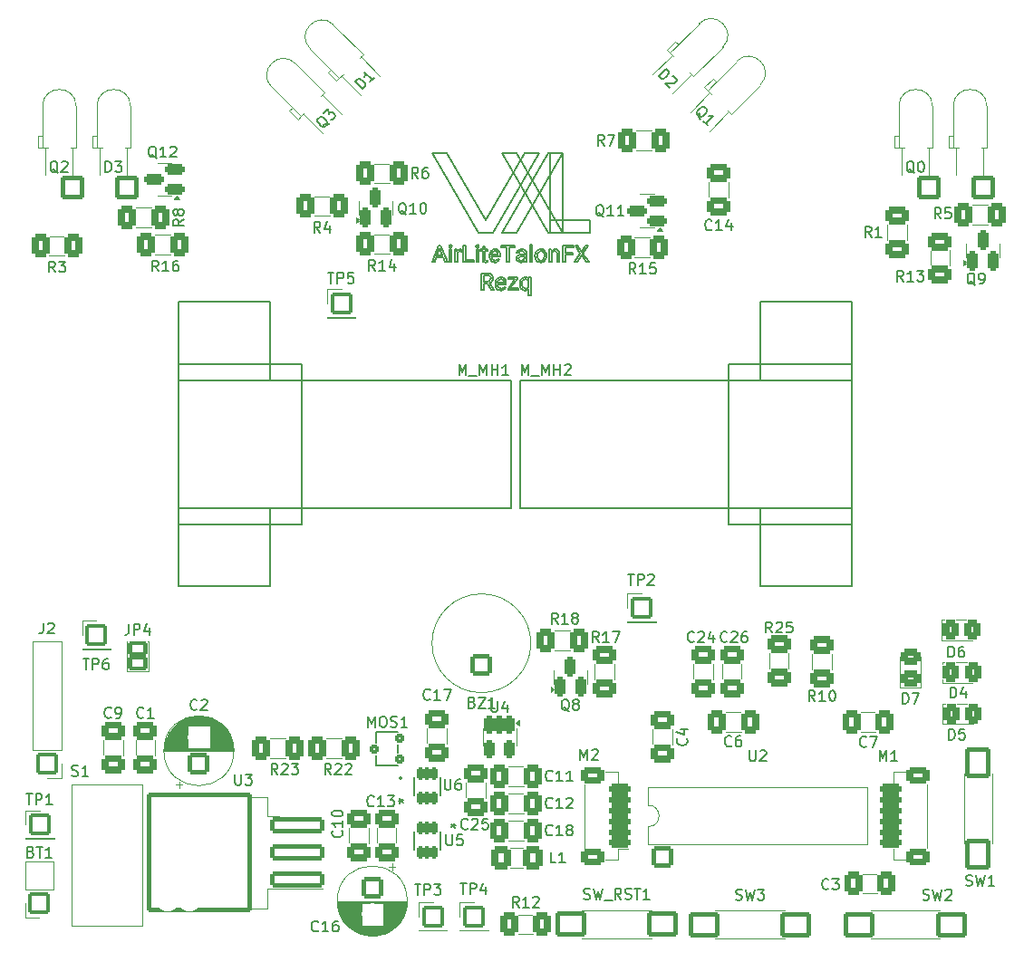
<source format=gto>
G04 #@! TF.GenerationSoftware,KiCad,Pcbnew,8.0.6*
G04 #@! TF.CreationDate,2025-01-29T21:13:59-08:00*
G04 #@! TF.ProjectId,rezq_rev2,72657a71-5f72-4657-9632-2e6b69636164,rev?*
G04 #@! TF.SameCoordinates,Original*
G04 #@! TF.FileFunction,Legend,Top*
G04 #@! TF.FilePolarity,Positive*
%FSLAX46Y46*%
G04 Gerber Fmt 4.6, Leading zero omitted, Abs format (unit mm)*
G04 Created by KiCad (PCBNEW 8.0.6) date 2025-01-29 21:13:59*
%MOMM*%
%LPD*%
G01*
G04 APERTURE LIST*
G04 Aperture macros list*
%AMRoundRect*
0 Rectangle with rounded corners*
0 $1 Rounding radius*
0 $2 $3 $4 $5 $6 $7 $8 $9 X,Y pos of 4 corners*
0 Add a 4 corners polygon primitive as box body*
4,1,4,$2,$3,$4,$5,$6,$7,$8,$9,$2,$3,0*
0 Add four circle primitives for the rounded corners*
1,1,$1+$1,$2,$3*
1,1,$1+$1,$4,$5*
1,1,$1+$1,$6,$7*
1,1,$1+$1,$8,$9*
0 Add four rect primitives between the rounded corners*
20,1,$1+$1,$2,$3,$4,$5,0*
20,1,$1+$1,$4,$5,$6,$7,0*
20,1,$1+$1,$6,$7,$8,$9,0*
20,1,$1+$1,$8,$9,$2,$3,0*%
G04 Aperture macros list end*
%ADD10C,0.150000*%
%ADD11C,0.120000*%
%ADD12C,0.152400*%
%ADD13RoundRect,0.325471X-0.774529X0.537029X-0.774529X-0.537029X0.774529X-0.537029X0.774529X0.537029X0*%
%ADD14RoundRect,0.250000X0.687500X0.250000X-0.687500X0.250000X-0.687500X-0.250000X0.687500X-0.250000X0*%
%ADD15RoundRect,0.200000X-0.850000X-0.850000X0.850000X-0.850000X0.850000X0.850000X-0.850000X0.850000X0*%
%ADD16RoundRect,0.200000X0.254000X-0.254000X0.254000X0.254000X-0.254000X0.254000X-0.254000X-0.254000X0*%
%ADD17RoundRect,0.250000X0.725000X-0.250000X0.725000X0.250000X-0.725000X0.250000X-0.725000X-0.250000X0*%
%ADD18RoundRect,0.333333X0.766667X-0.466667X0.766667X0.466667X-0.766667X0.466667X-0.766667X-0.466667X0*%
%ADD19C,2.600000*%
%ADD20C,2.584400*%
%ADD21RoundRect,0.200000X1.250000X1.000000X-1.250000X1.000000X-1.250000X-1.000000X1.250000X-1.000000X0*%
%ADD22RoundRect,0.326924X-0.523076X-0.748076X0.523076X-0.748076X0.523076X0.748076X-0.523076X0.748076X0*%
%ADD23C,3.400000*%
%ADD24RoundRect,0.326924X0.523076X0.748076X-0.523076X0.748076X-0.523076X-0.748076X0.523076X-0.748076X0*%
%ADD25RoundRect,0.336956X-0.438044X-0.563044X0.438044X-0.563044X0.438044X0.563044X-0.438044X0.563044X0*%
%ADD26RoundRect,0.200000X0.850000X0.850000X-0.850000X0.850000X-0.850000X-0.850000X0.850000X-0.850000X0*%
%ADD27O,2.100000X2.100000*%
%ADD28RoundRect,0.200000X0.750000X-0.500000X0.750000X0.500000X-0.750000X0.500000X-0.750000X-0.500000X0*%
%ADD29RoundRect,0.250000X0.250000X-0.687500X0.250000X0.687500X-0.250000X0.687500X-0.250000X-0.687500X0*%
%ADD30RoundRect,0.336956X0.563044X-0.438044X0.563044X0.438044X-0.563044X0.438044X-0.563044X-0.438044X0*%
%ADD31RoundRect,0.325471X0.774529X-0.537029X0.774529X0.537029X-0.774529X0.537029X-0.774529X-0.537029X0*%
%ADD32RoundRect,0.200000X1.272792X0.000000X0.000000X1.272792X-1.272792X0.000000X0.000000X-1.272792X0*%
%ADD33C,2.200000*%
%ADD34RoundRect,0.200000X0.000000X1.272792X-1.272792X0.000000X0.000000X-1.272792X1.272792X0.000000X0*%
%ADD35RoundRect,0.326924X-0.748076X0.523076X-0.748076X-0.523076X0.748076X-0.523076X0.748076X0.523076X0*%
%ADD36RoundRect,0.325471X-0.537029X-0.774529X0.537029X-0.774529X0.537029X0.774529X-0.537029X0.774529X0*%
%ADD37RoundRect,0.326924X0.748076X-0.523076X0.748076X0.523076X-0.748076X0.523076X-0.748076X-0.523076X0*%
%ADD38RoundRect,0.250000X-0.250000X0.612500X-0.250000X-0.612500X0.250000X-0.612500X0.250000X0.612500X0*%
%ADD39RoundRect,0.200000X0.900000X0.900000X-0.900000X0.900000X-0.900000X-0.900000X0.900000X-0.900000X0*%
%ADD40RoundRect,0.325471X0.537029X0.774529X-0.537029X0.774529X-0.537029X-0.774529X0.537029X-0.774529X0*%
%ADD41RoundRect,0.200000X-0.800000X0.800000X-0.800000X-0.800000X0.800000X-0.800000X0.800000X0.800000X0*%
%ADD42C,2.000000*%
%ADD43RoundRect,0.200000X-0.177800X0.425450X-0.177800X-0.425450X0.177800X-0.425450X0.177800X0.425450X0*%
%ADD44RoundRect,0.200000X0.800000X-0.800000X0.800000X0.800000X-0.800000X0.800000X-0.800000X-0.800000X0*%
%ADD45O,2.000000X2.000000*%
%ADD46RoundRect,0.200000X-1.000000X1.250000X-1.000000X-1.250000X1.000000X-1.250000X1.000000X1.250000X0*%
%ADD47RoundRect,0.320176X-0.592324X-0.754824X0.592324X-0.754824X0.592324X0.754824X-0.592324X0.754824X0*%
%ADD48RoundRect,0.250000X-0.725000X0.250000X-0.725000X-0.250000X0.725000X-0.250000X0.725000X0.250000X0*%
%ADD49RoundRect,0.333333X-0.766667X0.466667X-0.766667X-0.466667X0.766667X-0.466667X0.766667X0.466667X0*%
%ADD50RoundRect,0.200000X0.177800X-0.425450X0.177800X0.425450X-0.177800X0.425450X-0.177800X-0.425450X0*%
%ADD51RoundRect,0.200000X2.300000X0.550000X-2.300000X0.550000X-2.300000X-0.550000X2.300000X-0.550000X0*%
%ADD52C,1.924000*%
%ADD53RoundRect,0.200000X4.700000X5.400000X-4.700000X5.400000X-4.700000X-5.400000X4.700000X-5.400000X0*%
G04 APERTURE END LIST*
D10*
X194932341Y-123684269D02*
X194932341Y-125106534D01*
X196512636Y-123806908D02*
X196715166Y-123806908D01*
X197121627Y-124718994D02*
X197121627Y-124681852D01*
X203674068Y-124495790D02*
X203674068Y-125278579D01*
X199966508Y-124289756D02*
X199893291Y-124421320D01*
X199893274Y-124422207D01*
X204001535Y-115062000D02*
X199671408Y-122562000D01*
X196786296Y-125300654D02*
X196639740Y-125263416D01*
X196581664Y-125218486D01*
X193930553Y-124093884D02*
X194127477Y-124093884D01*
X194503104Y-124087226D02*
X194503104Y-124275390D01*
X194403591Y-124268032D02*
X194252504Y-124307366D01*
X194143892Y-124416828D01*
X194133083Y-124437624D01*
X193596449Y-123861570D02*
X193506747Y-123894508D01*
X197377242Y-124150123D02*
X197523944Y-124088201D01*
X197639515Y-124071809D01*
X200798703Y-126836799D02*
X200807463Y-126717663D01*
X197998498Y-124224057D02*
X198072538Y-124356367D01*
X198113377Y-124515630D01*
X198126568Y-124659777D01*
X204998922Y-123684269D02*
X204998922Y-123857365D01*
X200430785Y-125278579D02*
X200402403Y-125153838D01*
X199994890Y-127300025D02*
X200010593Y-127133986D01*
X200052929Y-126988948D01*
X200122960Y-126858173D01*
X200398899Y-124467058D02*
X200352807Y-124319490D01*
X200335477Y-124297991D01*
X198495537Y-127201563D02*
X198495537Y-127186145D01*
X200514880Y-127759046D02*
X200670629Y-127715289D01*
X200781006Y-127613691D01*
X200790994Y-127598914D01*
X196106349Y-123696182D02*
X196137009Y-123779402D01*
X205140483Y-123684269D02*
X205386813Y-123684269D01*
X194413402Y-124071809D02*
X194503104Y-124087226D01*
X200481242Y-124174300D02*
X200570349Y-124308533D01*
X200601762Y-124455677D01*
X200601779Y-124456195D01*
X195913806Y-124093884D02*
X196116336Y-124093884D01*
X201668565Y-124147320D02*
X201810424Y-124090244D01*
X201947307Y-124071809D01*
X192167351Y-124862307D02*
X192017381Y-125278579D01*
X201815895Y-115062000D02*
X197485768Y-122562000D01*
X201949409Y-125300654D02*
X201786862Y-125274456D01*
X201651665Y-125208972D01*
X201559066Y-125132989D01*
X198126568Y-124659777D02*
X198126568Y-124744222D01*
X202192936Y-124359310D02*
X202064512Y-124263588D01*
X201947307Y-124238248D01*
X196605491Y-127085581D02*
X196928558Y-127085581D01*
X196715166Y-124984946D02*
X196744774Y-125091992D01*
X193606435Y-125278579D02*
X193403905Y-125278579D01*
X196605491Y-127257276D02*
X196605491Y-127902359D01*
X203471538Y-124494389D02*
X203439172Y-124346135D01*
X203413021Y-124305174D01*
X197177691Y-127004464D02*
X197256326Y-126874055D01*
X197270196Y-126787743D01*
X196792947Y-121362000D02*
X200430254Y-115062000D01*
X200398899Y-124703576D02*
X200240168Y-124703576D01*
X198773052Y-125278579D02*
X198773052Y-123857365D01*
X193506747Y-123662194D02*
X193596449Y-123696182D01*
X196715166Y-123806908D02*
X196715166Y-124093884D01*
X196980066Y-127257276D02*
X196605491Y-127257276D01*
X197325909Y-127902359D02*
X196980066Y-127257276D01*
X200466876Y-126695588D02*
X200622495Y-126722814D01*
X200756938Y-126798212D01*
X200798703Y-126836799D01*
X200807463Y-126717663D02*
X200993524Y-126717663D01*
X197551565Y-127889044D02*
X197551565Y-127902359D01*
X198569997Y-126847836D02*
X198644037Y-126980146D01*
X198684876Y-127139409D01*
X198698067Y-127283556D01*
X198981890Y-125278579D02*
X198773052Y-125278579D01*
X194721051Y-123684269D02*
X194932341Y-123684269D01*
X202488321Y-124685005D02*
X202488321Y-124699371D01*
X199689343Y-124422207D02*
X199735179Y-124277059D01*
X199752414Y-124250862D01*
X194127477Y-124093884D02*
X194130631Y-124230539D01*
X197182071Y-126561036D02*
X197041933Y-126495800D01*
X196927507Y-126481145D01*
X197481486Y-126787743D02*
X197452453Y-126945401D01*
X197401069Y-127047213D01*
X200283968Y-126978710D02*
X200221880Y-127124651D01*
X200199345Y-127276640D01*
X200197420Y-127323151D01*
X200275383Y-125074823D02*
X200384996Y-124970295D01*
X200398899Y-124946752D01*
X205896992Y-124474766D02*
X206412778Y-125278579D01*
X197844148Y-127766054D02*
X197756838Y-127633099D01*
X197708680Y-127479135D01*
X197693126Y-127342773D01*
X197336421Y-126430688D02*
X197427622Y-126552987D01*
X197473836Y-126707105D01*
X197481486Y-126787743D01*
X196928558Y-127085581D02*
X197085797Y-127056295D01*
X197177691Y-127004464D01*
X200122960Y-126858173D02*
X200245094Y-126755957D01*
X200391827Y-126704161D01*
X200466876Y-126695588D01*
X197693126Y-127305631D02*
X197708729Y-127154511D01*
X197752152Y-127009636D01*
X197760402Y-126990799D01*
X191770000Y-115062000D02*
X193155641Y-115062000D01*
X201947307Y-124238248D02*
X201795521Y-124281321D01*
X201705357Y-124357558D01*
X199777643Y-125201492D02*
X199688986Y-125068057D01*
X199665516Y-124949906D01*
X199494522Y-123684269D02*
X199494522Y-123857365D01*
X197639515Y-124071809D02*
X197793022Y-124095597D01*
X197936779Y-124169091D01*
X197998498Y-124224057D01*
X199752414Y-124250862D02*
X199867907Y-124150340D01*
X199923233Y-124119989D01*
X199806201Y-124662580D02*
X199943831Y-124598254D01*
X200100449Y-124567123D01*
X200201975Y-124560264D01*
X200398899Y-124946752D02*
X200398899Y-124703576D01*
X197270196Y-126787743D02*
X197234352Y-126634125D01*
X197182071Y-126561036D01*
X197902314Y-127201563D02*
X198495537Y-127201563D01*
X205645056Y-124474766D02*
X205140483Y-123684269D01*
X192231124Y-124689560D02*
X192773189Y-124689560D01*
X193930553Y-125278579D02*
X193930553Y-124093884D01*
X205377002Y-125278579D02*
X205128219Y-125278579D01*
X195688149Y-125278579D02*
X194721051Y-125278579D01*
X196512636Y-124250512D02*
X196296790Y-124250512D01*
X201409446Y-124675194D02*
X201425334Y-124525371D01*
X201469549Y-124380818D01*
X201477949Y-124361938D01*
X196296790Y-124093884D02*
X196512636Y-124093884D01*
X204890649Y-124574630D02*
X204221389Y-124574630D01*
X203471538Y-125278579D02*
X203471538Y-124494389D01*
X197272649Y-125142274D02*
X197185339Y-125009320D01*
X197137181Y-124855355D01*
X197121627Y-124718994D01*
X204221389Y-123857365D02*
X204221389Y-124402584D01*
X196137009Y-123779402D02*
X196106349Y-123861570D01*
X197924038Y-124562366D02*
X197890230Y-124409786D01*
X197840819Y-124323219D01*
X202488321Y-124699371D02*
X202470176Y-124861079D01*
X202423562Y-125006286D01*
X202421921Y-125009824D01*
X196512636Y-124093884D02*
X196512636Y-123806908D01*
X198247105Y-127759046D02*
X198394715Y-127731058D01*
X198428786Y-127715246D01*
X195688149Y-125106534D02*
X195688149Y-125278579D01*
X192017381Y-125278579D02*
X191800835Y-125278579D01*
X196116336Y-125278579D02*
X195913806Y-125278579D01*
X196715166Y-124093884D02*
X196936267Y-124093884D01*
X204001535Y-122562000D02*
X202615895Y-122562000D01*
X196100127Y-122562000D02*
X191770000Y-115062000D01*
X198285768Y-115062000D02*
X199671408Y-115062000D01*
X201705357Y-124357558D02*
X201639373Y-124503948D01*
X201615424Y-124653816D01*
X201613378Y-124699371D01*
X199783600Y-126860976D02*
X199123100Y-127736971D01*
X193417571Y-123696182D02*
X193506747Y-123662194D01*
X202940335Y-124242803D02*
X203053152Y-124143947D01*
X203194827Y-124086128D01*
X203295288Y-124071809D01*
X202944890Y-125278579D02*
X202742360Y-125278579D01*
X197401069Y-127047213D02*
X197285620Y-127154356D01*
X197176990Y-127212425D01*
X206153133Y-123684269D02*
X206400514Y-123684269D01*
X194133083Y-125278579D02*
X193930553Y-125278579D01*
X193596449Y-123696182D02*
X193627109Y-123779402D01*
X202615895Y-115062000D02*
X204001535Y-115062000D01*
X198428786Y-127715246D02*
X198544034Y-127617073D01*
X198559310Y-127598914D01*
X201559066Y-125132989D02*
X201472566Y-124992969D01*
X201428148Y-124848399D01*
X201409569Y-124696514D01*
X201409446Y-124689560D01*
X200201975Y-124560264D02*
X200398899Y-124560264D01*
X198885530Y-126885154D02*
X198885530Y-126717663D01*
X199994890Y-127314391D02*
X199994890Y-127300025D01*
X197675606Y-125135266D02*
X197823216Y-125107279D01*
X197857287Y-125091467D01*
X202801535Y-115062000D02*
X204001535Y-115062000D01*
X201949409Y-125135266D02*
X202094923Y-125096961D01*
X202194688Y-125014204D01*
X192773189Y-124689560D02*
X192501631Y-123943914D01*
X198875719Y-127902359D02*
X198875719Y-127753440D01*
X197857287Y-125091467D02*
X197972535Y-124993294D01*
X197987811Y-124975135D01*
X192501631Y-123943914D02*
X192231124Y-124689560D01*
X197760402Y-126990799D02*
X197849558Y-126861270D01*
X197948741Y-126773902D01*
X202933677Y-124093884D02*
X202940335Y-124242803D01*
X197895656Y-127368002D02*
X197925481Y-127523175D01*
X197997972Y-127651123D01*
X195927471Y-123861570D02*
X195897337Y-123779577D01*
X201477949Y-124361938D02*
X201568364Y-124232900D01*
X201668565Y-124147320D01*
X196941873Y-125114243D02*
X196941873Y-125278579D01*
X196394201Y-127902359D02*
X196394201Y-126308048D01*
X196116336Y-124093884D02*
X196116336Y-125278579D01*
X193203478Y-125278579D02*
X192987633Y-125278579D01*
X200517333Y-126862027D02*
X200370001Y-126904152D01*
X200283968Y-126978710D01*
X200790994Y-127598914D02*
X200790994Y-127018655D01*
X204011151Y-123684269D02*
X204998922Y-123684269D01*
X195897337Y-123779577D02*
X195927471Y-123696182D01*
X196936267Y-124250512D02*
X196715166Y-124250512D01*
X204001535Y-122562000D02*
X206551535Y-122562000D01*
X202742360Y-124093884D02*
X202933677Y-124093884D01*
X200993524Y-128357876D02*
X200790994Y-128357876D01*
X197188903Y-124367019D02*
X197278059Y-124237491D01*
X197377242Y-124150123D01*
X199529561Y-126885154D02*
X198885530Y-126885154D01*
X198683000Y-127695274D02*
X198568570Y-127815161D01*
X198421432Y-127890075D01*
X198274322Y-127922035D01*
X198236243Y-127924434D01*
X205771199Y-124295363D02*
X206153133Y-123684269D01*
X197840819Y-124323219D02*
X197704668Y-124246999D01*
X197639515Y-124238248D01*
X201613378Y-124699371D02*
X201634589Y-124860017D01*
X201693617Y-124999068D01*
X201704832Y-125015781D01*
X193506747Y-123894508D02*
X193417571Y-123861570D01*
X196744774Y-125091992D02*
X196845514Y-125127558D01*
X196936267Y-124093884D02*
X196936267Y-124250512D01*
X200402403Y-125153838D02*
X200275790Y-125246140D01*
X200124323Y-125294690D01*
X200064969Y-125300654D01*
X200790994Y-128357876D02*
X200790994Y-127792684D01*
X199868046Y-124921524D02*
X199923691Y-125062871D01*
X199931468Y-125070443D01*
X202232356Y-125223917D02*
X202088704Y-125281919D01*
X201949409Y-125300654D01*
X192593435Y-123684269D02*
X193203478Y-125278579D01*
X196106349Y-123861570D02*
X196016647Y-123894508D01*
X200464773Y-127924434D02*
X200305142Y-127892207D01*
X200174118Y-127810178D01*
X200122435Y-127757294D01*
X203060696Y-124296414D02*
X202959212Y-124408973D01*
X202944890Y-124434471D01*
X198875719Y-127753440D02*
X199529561Y-126885154D01*
X199123100Y-127736971D02*
X199816187Y-127736971D01*
X193387437Y-123779577D02*
X193417571Y-123696182D01*
X196605491Y-127902359D02*
X196394201Y-127902359D01*
X197176990Y-127212425D02*
X197551565Y-127889044D01*
X198005155Y-126951379D02*
X197928766Y-127090244D01*
X197902314Y-127201563D01*
X192409476Y-123684269D02*
X192593435Y-123684269D01*
X199923233Y-124119989D02*
X200073421Y-124079032D01*
X200160278Y-124071809D01*
X200160278Y-124071809D02*
X200311511Y-124091570D01*
X200454319Y-124154538D01*
X200481242Y-124174300D01*
X200430254Y-115062000D02*
X201815895Y-115062000D01*
X198559310Y-127598914D02*
X198683000Y-127695274D01*
X198211014Y-126862027D02*
X198062094Y-126906703D01*
X198005155Y-126951379D01*
X196016647Y-123894508D02*
X195927471Y-123861570D01*
X197485768Y-122562000D02*
X196100127Y-122562000D01*
X206412778Y-125278579D02*
X206162944Y-125278579D01*
X200643126Y-125278579D02*
X200430785Y-125278579D01*
X199671408Y-122562000D02*
X198285768Y-122562000D01*
X196016647Y-123662194D02*
X196106349Y-123696182D01*
X199671408Y-115062000D02*
X204001535Y-122562000D01*
X196927507Y-126481145D02*
X196605491Y-126481145D01*
X201139289Y-123596669D02*
X201139289Y-125278579D01*
X198285768Y-122562000D02*
X202615895Y-115062000D01*
X204001535Y-122562000D02*
X202801535Y-122562000D01*
X202615895Y-122562000D02*
X198285768Y-115062000D01*
X197551565Y-127902359D02*
X197325909Y-127902359D01*
X193155641Y-115062000D02*
X196792947Y-121362000D01*
X202742360Y-125278579D02*
X202742360Y-124093884D01*
X200993524Y-126717663D02*
X200993524Y-128357876D01*
X200283443Y-127642889D02*
X200403957Y-127734732D01*
X200514880Y-127759046D01*
X200335477Y-124297991D02*
X200197271Y-124239311D01*
X200148364Y-124235094D01*
X193403905Y-125278579D02*
X193403905Y-124093884D01*
X198126568Y-124744222D02*
X197324157Y-124744222D01*
X206162944Y-125278579D02*
X205771199Y-124656623D01*
X201139289Y-125278579D02*
X200936759Y-125278579D01*
X197121627Y-124681852D02*
X197137230Y-124530732D01*
X197180653Y-124385856D01*
X197188903Y-124367019D01*
X199665516Y-124949906D02*
X199698145Y-124801284D01*
X199788950Y-124677062D01*
X199806201Y-124662580D01*
X203295288Y-124071809D02*
X203445490Y-124099627D01*
X203580206Y-124205959D01*
X203647744Y-124342723D01*
X203673940Y-124491028D01*
X203674068Y-124495790D01*
X195913806Y-125278579D02*
X195913806Y-124093884D01*
X199783600Y-126717663D02*
X199783600Y-126860976D01*
X202194688Y-125014204D02*
X202259792Y-124867801D01*
X202284022Y-124711139D01*
X202285441Y-124675194D01*
X198236243Y-127924434D02*
X198073275Y-127899687D01*
X197925761Y-127830473D01*
X197844148Y-127766054D01*
X204890649Y-124402584D02*
X204890649Y-124574630D01*
X197433656Y-124327599D02*
X197357267Y-124466464D01*
X197330815Y-124577783D01*
X198261471Y-123857365D02*
X198261471Y-123684269D01*
X203413021Y-124305174D02*
X203269526Y-124246344D01*
X203233968Y-124243854D01*
X197324157Y-124744222D02*
X197353982Y-124899396D01*
X197426473Y-125027344D01*
X199816187Y-127902359D02*
X198875719Y-127902359D01*
X202801535Y-122562000D02*
X202801535Y-115062000D01*
X198698067Y-127368002D02*
X197895656Y-127368002D01*
X200601779Y-124456195D02*
X200601779Y-125001414D01*
X205386813Y-123684269D02*
X205771199Y-124295363D01*
X197664744Y-125300654D02*
X197501776Y-125275907D01*
X197354262Y-125206693D01*
X197272649Y-125142274D01*
X201704832Y-125015781D02*
X201832423Y-125110255D01*
X201949409Y-125135266D01*
X191800835Y-125278579D02*
X192409476Y-123684269D01*
X206400514Y-123684269D02*
X205896992Y-124474766D01*
X196581664Y-125218486D02*
X196522985Y-125080038D01*
X196512636Y-124984946D01*
X194932341Y-125106534D02*
X195688149Y-125106534D01*
X196605491Y-126481145D02*
X196605491Y-127085581D01*
X194130631Y-124230539D02*
X194240465Y-124123388D01*
X194383262Y-124074289D01*
X194413402Y-124071809D01*
X195927471Y-123696182D02*
X196016647Y-123662194D01*
X200936759Y-123596669D02*
X201139289Y-123596669D01*
X200064969Y-125300654D02*
X199908646Y-125273557D01*
X199777643Y-125201492D01*
X198773052Y-123857365D02*
X198261471Y-123857365D01*
X194503104Y-124275390D02*
X194403591Y-124268032D01*
X202285441Y-124675194D02*
X202263985Y-124515601D01*
X202204278Y-124376193D01*
X202192936Y-124359310D01*
X193627109Y-123779402D02*
X193596449Y-123861570D01*
X198495537Y-127186145D02*
X198461729Y-127033565D01*
X198412318Y-126946999D01*
X206551535Y-121362000D02*
X202801535Y-121362000D01*
X193606435Y-124093884D02*
X193606435Y-125278579D01*
X200601779Y-125001414D02*
X200614861Y-125155323D01*
X200643126Y-125261059D01*
X196512636Y-124984946D02*
X196512636Y-124250512D01*
X204001535Y-122562000D02*
X204001535Y-115062000D01*
X198211014Y-126695588D02*
X198364521Y-126719376D01*
X198508278Y-126792870D01*
X198569997Y-126847836D01*
X200122435Y-127757294D02*
X200048698Y-127617578D01*
X200008026Y-127456577D01*
X199994890Y-127314391D01*
X196394201Y-126308048D02*
X196921900Y-126308048D01*
X197948741Y-126773902D02*
X198095443Y-126711980D01*
X198211014Y-126695588D01*
X201947307Y-124071809D02*
X202110460Y-124097979D01*
X202245993Y-124163394D01*
X202338701Y-124239299D01*
X202944890Y-124434471D02*
X202944890Y-125278579D01*
X200094753Y-125124054D02*
X200243360Y-125090399D01*
X200275383Y-125074823D01*
X194721051Y-125278579D02*
X194721051Y-123684269D01*
X200790994Y-127792684D02*
X200660989Y-127881621D01*
X200515733Y-127920413D01*
X200464773Y-127924434D01*
X197987811Y-124975135D02*
X198111501Y-125071494D01*
X200936759Y-125278579D02*
X200936759Y-123596669D01*
X204221389Y-124574630D02*
X204221389Y-125278579D01*
X201409446Y-124689560D02*
X201409446Y-124675194D01*
X203674068Y-125278579D02*
X203471538Y-125278579D01*
X199893274Y-124422207D02*
X199689343Y-124422207D01*
X202338701Y-124239299D02*
X202425200Y-124379600D01*
X202469618Y-124524960D01*
X202488197Y-124677989D01*
X202488321Y-124685005D01*
X199816187Y-127736971D02*
X199816187Y-127902359D01*
X197426473Y-125027344D02*
X197558570Y-125112675D01*
X197675606Y-125135266D01*
X200197420Y-127323151D02*
X200214006Y-127473537D01*
X200266856Y-127615963D01*
X200283443Y-127642889D01*
X196921900Y-126308048D02*
X197080657Y-126323086D01*
X197230206Y-126369368D01*
X197336421Y-126430688D01*
X198885530Y-126717663D02*
X199783600Y-126717663D01*
X204221389Y-124402584D02*
X204890649Y-124402584D01*
X204998922Y-123857365D02*
X204221389Y-123857365D01*
X193403905Y-124093884D02*
X193606435Y-124093884D01*
X200398899Y-124560264D02*
X200398899Y-124467058D01*
X204011151Y-125278579D02*
X204011151Y-123684269D01*
X197330815Y-124577783D02*
X197924038Y-124577783D01*
X194133083Y-124437624D02*
X194133083Y-125278579D01*
X206551535Y-122562000D02*
X206551535Y-121362000D01*
X202421921Y-125009824D02*
X202332761Y-125137925D01*
X202232356Y-125223917D01*
X192987633Y-125278579D02*
X192835560Y-124862307D01*
X198412318Y-126946999D02*
X198276167Y-126870778D01*
X198211014Y-126862027D01*
X198261471Y-123684269D02*
X199494522Y-123684269D01*
X205771199Y-124656623D02*
X205377002Y-125278579D01*
X199931468Y-125070443D02*
X200074087Y-125122861D01*
X200094753Y-125124054D01*
X198111501Y-125071494D02*
X197997071Y-125191381D01*
X197849933Y-125266295D01*
X197702823Y-125298255D01*
X197664744Y-125300654D01*
X197997972Y-127651123D02*
X198130069Y-127736455D01*
X198247105Y-127759046D01*
X196845514Y-125127558D02*
X196941873Y-125114243D01*
X200643126Y-125261059D02*
X200643126Y-125278579D01*
X200148364Y-124235094D02*
X200000229Y-124270021D01*
X199966508Y-124289756D01*
X197924038Y-124577783D02*
X197924038Y-124562366D01*
X196941873Y-125278579D02*
X196791566Y-125300569D01*
X196786296Y-125300654D01*
X198981890Y-123857365D02*
X198981890Y-125278579D01*
X192835560Y-124862307D02*
X192167351Y-124862307D01*
X203233968Y-124243854D02*
X203085056Y-124282051D01*
X203060696Y-124296414D01*
X197639515Y-124238248D02*
X197490595Y-124282923D01*
X197433656Y-124327599D01*
X193417571Y-123861570D02*
X193387437Y-123779577D01*
X198698067Y-127283556D02*
X198698067Y-127368002D01*
X197693126Y-127342773D02*
X197693126Y-127305631D01*
X199494522Y-123857365D02*
X198981890Y-123857365D01*
X196715166Y-124250512D02*
X196715166Y-124984946D01*
X200790994Y-127018655D02*
X200673419Y-126906293D01*
X200529333Y-126862624D01*
X200517333Y-126862027D01*
X205128219Y-125278579D02*
X205645056Y-124474766D01*
X204221389Y-125278579D02*
X204011151Y-125278579D01*
X196296790Y-124250512D02*
X196296790Y-124093884D01*
X200240168Y-124703576D02*
X200067643Y-124723689D01*
X199923839Y-124802346D01*
X199868046Y-124921524D01*
X154302285Y-180405009D02*
X154445142Y-180452628D01*
X154445142Y-180452628D02*
X154492761Y-180500247D01*
X154492761Y-180500247D02*
X154540380Y-180595485D01*
X154540380Y-180595485D02*
X154540380Y-180738342D01*
X154540380Y-180738342D02*
X154492761Y-180833580D01*
X154492761Y-180833580D02*
X154445142Y-180881200D01*
X154445142Y-180881200D02*
X154349904Y-180928819D01*
X154349904Y-180928819D02*
X153968952Y-180928819D01*
X153968952Y-180928819D02*
X153968952Y-179928819D01*
X153968952Y-179928819D02*
X154302285Y-179928819D01*
X154302285Y-179928819D02*
X154397523Y-179976438D01*
X154397523Y-179976438D02*
X154445142Y-180024057D01*
X154445142Y-180024057D02*
X154492761Y-180119295D01*
X154492761Y-180119295D02*
X154492761Y-180214533D01*
X154492761Y-180214533D02*
X154445142Y-180309771D01*
X154445142Y-180309771D02*
X154397523Y-180357390D01*
X154397523Y-180357390D02*
X154302285Y-180405009D01*
X154302285Y-180405009D02*
X153968952Y-180405009D01*
X154826095Y-179928819D02*
X155397523Y-179928819D01*
X155111809Y-180928819D02*
X155111809Y-179928819D01*
X156254666Y-180928819D02*
X155683238Y-180928819D01*
X155968952Y-180928819D02*
X155968952Y-179928819D01*
X155968952Y-179928819D02*
X155873714Y-180071676D01*
X155873714Y-180071676D02*
X155778476Y-180166914D01*
X155778476Y-180166914D02*
X155683238Y-180214533D01*
X217921442Y-122204180D02*
X217873823Y-122251800D01*
X217873823Y-122251800D02*
X217730966Y-122299419D01*
X217730966Y-122299419D02*
X217635728Y-122299419D01*
X217635728Y-122299419D02*
X217492871Y-122251800D01*
X217492871Y-122251800D02*
X217397633Y-122156561D01*
X217397633Y-122156561D02*
X217350014Y-122061323D01*
X217350014Y-122061323D02*
X217302395Y-121870847D01*
X217302395Y-121870847D02*
X217302395Y-121727990D01*
X217302395Y-121727990D02*
X217350014Y-121537514D01*
X217350014Y-121537514D02*
X217397633Y-121442276D01*
X217397633Y-121442276D02*
X217492871Y-121347038D01*
X217492871Y-121347038D02*
X217635728Y-121299419D01*
X217635728Y-121299419D02*
X217730966Y-121299419D01*
X217730966Y-121299419D02*
X217873823Y-121347038D01*
X217873823Y-121347038D02*
X217921442Y-121394657D01*
X218873823Y-122299419D02*
X218302395Y-122299419D01*
X218588109Y-122299419D02*
X218588109Y-121299419D01*
X218588109Y-121299419D02*
X218492871Y-121442276D01*
X218492871Y-121442276D02*
X218397633Y-121537514D01*
X218397633Y-121537514D02*
X218302395Y-121585133D01*
X219730966Y-121632752D02*
X219730966Y-122299419D01*
X219492871Y-121251800D02*
X219254776Y-121966085D01*
X219254776Y-121966085D02*
X219873823Y-121966085D01*
X216257142Y-160709580D02*
X216209523Y-160757200D01*
X216209523Y-160757200D02*
X216066666Y-160804819D01*
X216066666Y-160804819D02*
X215971428Y-160804819D01*
X215971428Y-160804819D02*
X215828571Y-160757200D01*
X215828571Y-160757200D02*
X215733333Y-160661961D01*
X215733333Y-160661961D02*
X215685714Y-160566723D01*
X215685714Y-160566723D02*
X215638095Y-160376247D01*
X215638095Y-160376247D02*
X215638095Y-160233390D01*
X215638095Y-160233390D02*
X215685714Y-160042914D01*
X215685714Y-160042914D02*
X215733333Y-159947676D01*
X215733333Y-159947676D02*
X215828571Y-159852438D01*
X215828571Y-159852438D02*
X215971428Y-159804819D01*
X215971428Y-159804819D02*
X216066666Y-159804819D01*
X216066666Y-159804819D02*
X216209523Y-159852438D01*
X216209523Y-159852438D02*
X216257142Y-159900057D01*
X216638095Y-159900057D02*
X216685714Y-159852438D01*
X216685714Y-159852438D02*
X216780952Y-159804819D01*
X216780952Y-159804819D02*
X217019047Y-159804819D01*
X217019047Y-159804819D02*
X217114285Y-159852438D01*
X217114285Y-159852438D02*
X217161904Y-159900057D01*
X217161904Y-159900057D02*
X217209523Y-159995295D01*
X217209523Y-159995295D02*
X217209523Y-160090533D01*
X217209523Y-160090533D02*
X217161904Y-160233390D01*
X217161904Y-160233390D02*
X216590476Y-160804819D01*
X216590476Y-160804819D02*
X217209523Y-160804819D01*
X218066666Y-160138152D02*
X218066666Y-160804819D01*
X217828571Y-159757200D02*
X217590476Y-160471485D01*
X217590476Y-160471485D02*
X218209523Y-160471485D01*
X207832871Y-121036357D02*
X207737633Y-120988738D01*
X207737633Y-120988738D02*
X207642395Y-120893500D01*
X207642395Y-120893500D02*
X207499538Y-120750642D01*
X207499538Y-120750642D02*
X207404300Y-120703023D01*
X207404300Y-120703023D02*
X207309062Y-120703023D01*
X207356681Y-120941119D02*
X207261443Y-120893500D01*
X207261443Y-120893500D02*
X207166205Y-120798261D01*
X207166205Y-120798261D02*
X207118586Y-120607785D01*
X207118586Y-120607785D02*
X207118586Y-120274452D01*
X207118586Y-120274452D02*
X207166205Y-120083976D01*
X207166205Y-120083976D02*
X207261443Y-119988738D01*
X207261443Y-119988738D02*
X207356681Y-119941119D01*
X207356681Y-119941119D02*
X207547157Y-119941119D01*
X207547157Y-119941119D02*
X207642395Y-119988738D01*
X207642395Y-119988738D02*
X207737633Y-120083976D01*
X207737633Y-120083976D02*
X207785252Y-120274452D01*
X207785252Y-120274452D02*
X207785252Y-120607785D01*
X207785252Y-120607785D02*
X207737633Y-120798261D01*
X207737633Y-120798261D02*
X207642395Y-120893500D01*
X207642395Y-120893500D02*
X207547157Y-120941119D01*
X207547157Y-120941119D02*
X207356681Y-120941119D01*
X208737633Y-120941119D02*
X208166205Y-120941119D01*
X208451919Y-120941119D02*
X208451919Y-119941119D01*
X208451919Y-119941119D02*
X208356681Y-120083976D01*
X208356681Y-120083976D02*
X208261443Y-120179214D01*
X208261443Y-120179214D02*
X208166205Y-120226833D01*
X209690014Y-120941119D02*
X209118586Y-120941119D01*
X209404300Y-120941119D02*
X209404300Y-119941119D01*
X209404300Y-119941119D02*
X209309062Y-120083976D01*
X209309062Y-120083976D02*
X209213824Y-120179214D01*
X209213824Y-120179214D02*
X209118586Y-120226833D01*
X164831333Y-167801580D02*
X164783714Y-167849200D01*
X164783714Y-167849200D02*
X164640857Y-167896819D01*
X164640857Y-167896819D02*
X164545619Y-167896819D01*
X164545619Y-167896819D02*
X164402762Y-167849200D01*
X164402762Y-167849200D02*
X164307524Y-167753961D01*
X164307524Y-167753961D02*
X164259905Y-167658723D01*
X164259905Y-167658723D02*
X164212286Y-167468247D01*
X164212286Y-167468247D02*
X164212286Y-167325390D01*
X164212286Y-167325390D02*
X164259905Y-167134914D01*
X164259905Y-167134914D02*
X164307524Y-167039676D01*
X164307524Y-167039676D02*
X164402762Y-166944438D01*
X164402762Y-166944438D02*
X164545619Y-166896819D01*
X164545619Y-166896819D02*
X164640857Y-166896819D01*
X164640857Y-166896819D02*
X164783714Y-166944438D01*
X164783714Y-166944438D02*
X164831333Y-166992057D01*
X165783714Y-167896819D02*
X165212286Y-167896819D01*
X165498000Y-167896819D02*
X165498000Y-166896819D01*
X165498000Y-166896819D02*
X165402762Y-167039676D01*
X165402762Y-167039676D02*
X165307524Y-167134914D01*
X165307524Y-167134914D02*
X165212286Y-167182533D01*
X194438095Y-183344819D02*
X195009523Y-183344819D01*
X194723809Y-184344819D02*
X194723809Y-183344819D01*
X195342857Y-184344819D02*
X195342857Y-183344819D01*
X195342857Y-183344819D02*
X195723809Y-183344819D01*
X195723809Y-183344819D02*
X195819047Y-183392438D01*
X195819047Y-183392438D02*
X195866666Y-183440057D01*
X195866666Y-183440057D02*
X195914285Y-183535295D01*
X195914285Y-183535295D02*
X195914285Y-183678152D01*
X195914285Y-183678152D02*
X195866666Y-183773390D01*
X195866666Y-183773390D02*
X195819047Y-183821009D01*
X195819047Y-183821009D02*
X195723809Y-183868628D01*
X195723809Y-183868628D02*
X195342857Y-183868628D01*
X196771428Y-183678152D02*
X196771428Y-184344819D01*
X196533333Y-183297200D02*
X196295238Y-184011485D01*
X196295238Y-184011485D02*
X196914285Y-184011485D01*
X185790476Y-168736819D02*
X185790476Y-167736819D01*
X185790476Y-167736819D02*
X186123809Y-168451104D01*
X186123809Y-168451104D02*
X186457142Y-167736819D01*
X186457142Y-167736819D02*
X186457142Y-168736819D01*
X187123809Y-167736819D02*
X187314285Y-167736819D01*
X187314285Y-167736819D02*
X187409523Y-167784438D01*
X187409523Y-167784438D02*
X187504761Y-167879676D01*
X187504761Y-167879676D02*
X187552380Y-168070152D01*
X187552380Y-168070152D02*
X187552380Y-168403485D01*
X187552380Y-168403485D02*
X187504761Y-168593961D01*
X187504761Y-168593961D02*
X187409523Y-168689200D01*
X187409523Y-168689200D02*
X187314285Y-168736819D01*
X187314285Y-168736819D02*
X187123809Y-168736819D01*
X187123809Y-168736819D02*
X187028571Y-168689200D01*
X187028571Y-168689200D02*
X186933333Y-168593961D01*
X186933333Y-168593961D02*
X186885714Y-168403485D01*
X186885714Y-168403485D02*
X186885714Y-168070152D01*
X186885714Y-168070152D02*
X186933333Y-167879676D01*
X186933333Y-167879676D02*
X187028571Y-167784438D01*
X187028571Y-167784438D02*
X187123809Y-167736819D01*
X187933333Y-168689200D02*
X188076190Y-168736819D01*
X188076190Y-168736819D02*
X188314285Y-168736819D01*
X188314285Y-168736819D02*
X188409523Y-168689200D01*
X188409523Y-168689200D02*
X188457142Y-168641580D01*
X188457142Y-168641580D02*
X188504761Y-168546342D01*
X188504761Y-168546342D02*
X188504761Y-168451104D01*
X188504761Y-168451104D02*
X188457142Y-168355866D01*
X188457142Y-168355866D02*
X188409523Y-168308247D01*
X188409523Y-168308247D02*
X188314285Y-168260628D01*
X188314285Y-168260628D02*
X188123809Y-168213009D01*
X188123809Y-168213009D02*
X188028571Y-168165390D01*
X188028571Y-168165390D02*
X187980952Y-168117771D01*
X187980952Y-168117771D02*
X187933333Y-168022533D01*
X187933333Y-168022533D02*
X187933333Y-167927295D01*
X187933333Y-167927295D02*
X187980952Y-167832057D01*
X187980952Y-167832057D02*
X188028571Y-167784438D01*
X188028571Y-167784438D02*
X188123809Y-167736819D01*
X188123809Y-167736819D02*
X188361904Y-167736819D01*
X188361904Y-167736819D02*
X188504761Y-167784438D01*
X189457142Y-168736819D02*
X188885714Y-168736819D01*
X189171428Y-168736819D02*
X189171428Y-167736819D01*
X189171428Y-167736819D02*
X189076190Y-167879676D01*
X189076190Y-167879676D02*
X188980952Y-167974914D01*
X188980952Y-167974914D02*
X188885714Y-168022533D01*
X205615476Y-171804819D02*
X205615476Y-170804819D01*
X205615476Y-170804819D02*
X205948809Y-171519104D01*
X205948809Y-171519104D02*
X206282142Y-170804819D01*
X206282142Y-170804819D02*
X206282142Y-171804819D01*
X206710714Y-170900057D02*
X206758333Y-170852438D01*
X206758333Y-170852438D02*
X206853571Y-170804819D01*
X206853571Y-170804819D02*
X207091666Y-170804819D01*
X207091666Y-170804819D02*
X207186904Y-170852438D01*
X207186904Y-170852438D02*
X207234523Y-170900057D01*
X207234523Y-170900057D02*
X207282142Y-170995295D01*
X207282142Y-170995295D02*
X207282142Y-171090533D01*
X207282142Y-171090533D02*
X207234523Y-171233390D01*
X207234523Y-171233390D02*
X206663095Y-171804819D01*
X206663095Y-171804819D02*
X207282142Y-171804819D01*
X194306386Y-135830819D02*
X194306386Y-134830819D01*
X194306386Y-134830819D02*
X194639719Y-135545104D01*
X194639719Y-135545104D02*
X194973052Y-134830819D01*
X194973052Y-134830819D02*
X194973052Y-135830819D01*
X195211148Y-135926057D02*
X195973052Y-135926057D01*
X196211148Y-135830819D02*
X196211148Y-134830819D01*
X196211148Y-134830819D02*
X196544481Y-135545104D01*
X196544481Y-135545104D02*
X196877814Y-134830819D01*
X196877814Y-134830819D02*
X196877814Y-135830819D01*
X197354005Y-135830819D02*
X197354005Y-134830819D01*
X197354005Y-135307009D02*
X197925433Y-135307009D01*
X197925433Y-135830819D02*
X197925433Y-134830819D01*
X198925433Y-135830819D02*
X198354005Y-135830819D01*
X198639719Y-135830819D02*
X198639719Y-134830819D01*
X198639719Y-134830819D02*
X198544481Y-134973676D01*
X198544481Y-134973676D02*
X198449243Y-135068914D01*
X198449243Y-135068914D02*
X198354005Y-135116533D01*
X237666667Y-184849600D02*
X237809524Y-184897219D01*
X237809524Y-184897219D02*
X238047619Y-184897219D01*
X238047619Y-184897219D02*
X238142857Y-184849600D01*
X238142857Y-184849600D02*
X238190476Y-184801980D01*
X238190476Y-184801980D02*
X238238095Y-184706742D01*
X238238095Y-184706742D02*
X238238095Y-184611504D01*
X238238095Y-184611504D02*
X238190476Y-184516266D01*
X238190476Y-184516266D02*
X238142857Y-184468647D01*
X238142857Y-184468647D02*
X238047619Y-184421028D01*
X238047619Y-184421028D02*
X237857143Y-184373409D01*
X237857143Y-184373409D02*
X237761905Y-184325790D01*
X237761905Y-184325790D02*
X237714286Y-184278171D01*
X237714286Y-184278171D02*
X237666667Y-184182933D01*
X237666667Y-184182933D02*
X237666667Y-184087695D01*
X237666667Y-184087695D02*
X237714286Y-183992457D01*
X237714286Y-183992457D02*
X237761905Y-183944838D01*
X237761905Y-183944838D02*
X237857143Y-183897219D01*
X237857143Y-183897219D02*
X238095238Y-183897219D01*
X238095238Y-183897219D02*
X238238095Y-183944838D01*
X238571429Y-183897219D02*
X238809524Y-184897219D01*
X238809524Y-184897219D02*
X239000000Y-184182933D01*
X239000000Y-184182933D02*
X239190476Y-184897219D01*
X239190476Y-184897219D02*
X239428572Y-183897219D01*
X239761905Y-183992457D02*
X239809524Y-183944838D01*
X239809524Y-183944838D02*
X239904762Y-183897219D01*
X239904762Y-183897219D02*
X240142857Y-183897219D01*
X240142857Y-183897219D02*
X240238095Y-183944838D01*
X240238095Y-183944838D02*
X240285714Y-183992457D01*
X240285714Y-183992457D02*
X240333333Y-184087695D01*
X240333333Y-184087695D02*
X240333333Y-184182933D01*
X240333333Y-184182933D02*
X240285714Y-184325790D01*
X240285714Y-184325790D02*
X239714286Y-184897219D01*
X239714286Y-184897219D02*
X240333333Y-184897219D01*
X168594419Y-121267866D02*
X168118228Y-121601199D01*
X168594419Y-121839294D02*
X167594419Y-121839294D01*
X167594419Y-121839294D02*
X167594419Y-121458342D01*
X167594419Y-121458342D02*
X167642038Y-121363104D01*
X167642038Y-121363104D02*
X167689657Y-121315485D01*
X167689657Y-121315485D02*
X167784895Y-121267866D01*
X167784895Y-121267866D02*
X167927752Y-121267866D01*
X167927752Y-121267866D02*
X168022990Y-121315485D01*
X168022990Y-121315485D02*
X168070609Y-121363104D01*
X168070609Y-121363104D02*
X168118228Y-121458342D01*
X168118228Y-121458342D02*
X168118228Y-121839294D01*
X168022990Y-120696437D02*
X167975371Y-120791675D01*
X167975371Y-120791675D02*
X167927752Y-120839294D01*
X167927752Y-120839294D02*
X167832514Y-120886913D01*
X167832514Y-120886913D02*
X167784895Y-120886913D01*
X167784895Y-120886913D02*
X167689657Y-120839294D01*
X167689657Y-120839294D02*
X167642038Y-120791675D01*
X167642038Y-120791675D02*
X167594419Y-120696437D01*
X167594419Y-120696437D02*
X167594419Y-120505961D01*
X167594419Y-120505961D02*
X167642038Y-120410723D01*
X167642038Y-120410723D02*
X167689657Y-120363104D01*
X167689657Y-120363104D02*
X167784895Y-120315485D01*
X167784895Y-120315485D02*
X167832514Y-120315485D01*
X167832514Y-120315485D02*
X167927752Y-120363104D01*
X167927752Y-120363104D02*
X167975371Y-120410723D01*
X167975371Y-120410723D02*
X168022990Y-120505961D01*
X168022990Y-120505961D02*
X168022990Y-120696437D01*
X168022990Y-120696437D02*
X168070609Y-120791675D01*
X168070609Y-120791675D02*
X168118228Y-120839294D01*
X168118228Y-120839294D02*
X168213466Y-120886913D01*
X168213466Y-120886913D02*
X168403942Y-120886913D01*
X168403942Y-120886913D02*
X168499180Y-120839294D01*
X168499180Y-120839294D02*
X168546800Y-120791675D01*
X168546800Y-120791675D02*
X168594419Y-120696437D01*
X168594419Y-120696437D02*
X168594419Y-120505961D01*
X168594419Y-120505961D02*
X168546800Y-120410723D01*
X168546800Y-120410723D02*
X168499180Y-120363104D01*
X168499180Y-120363104D02*
X168403942Y-120315485D01*
X168403942Y-120315485D02*
X168213466Y-120315485D01*
X168213466Y-120315485D02*
X168118228Y-120363104D01*
X168118228Y-120363104D02*
X168070609Y-120410723D01*
X168070609Y-120410723D02*
X168022990Y-120505961D01*
X158136095Y-173261200D02*
X158278952Y-173308819D01*
X158278952Y-173308819D02*
X158517047Y-173308819D01*
X158517047Y-173308819D02*
X158612285Y-173261200D01*
X158612285Y-173261200D02*
X158659904Y-173213580D01*
X158659904Y-173213580D02*
X158707523Y-173118342D01*
X158707523Y-173118342D02*
X158707523Y-173023104D01*
X158707523Y-173023104D02*
X158659904Y-172927866D01*
X158659904Y-172927866D02*
X158612285Y-172880247D01*
X158612285Y-172880247D02*
X158517047Y-172832628D01*
X158517047Y-172832628D02*
X158326571Y-172785009D01*
X158326571Y-172785009D02*
X158231333Y-172737390D01*
X158231333Y-172737390D02*
X158183714Y-172689771D01*
X158183714Y-172689771D02*
X158136095Y-172594533D01*
X158136095Y-172594533D02*
X158136095Y-172499295D01*
X158136095Y-172499295D02*
X158183714Y-172404057D01*
X158183714Y-172404057D02*
X158231333Y-172356438D01*
X158231333Y-172356438D02*
X158326571Y-172308819D01*
X158326571Y-172308819D02*
X158564666Y-172308819D01*
X158564666Y-172308819D02*
X158707523Y-172356438D01*
X159659904Y-173308819D02*
X159088476Y-173308819D01*
X159374190Y-173308819D02*
X159374190Y-172308819D01*
X159374190Y-172308819D02*
X159278952Y-172451676D01*
X159278952Y-172451676D02*
X159183714Y-172546914D01*
X159183714Y-172546914D02*
X159088476Y-172594533D01*
X239333333Y-121204819D02*
X239000000Y-120728628D01*
X238761905Y-121204819D02*
X238761905Y-120204819D01*
X238761905Y-120204819D02*
X239142857Y-120204819D01*
X239142857Y-120204819D02*
X239238095Y-120252438D01*
X239238095Y-120252438D02*
X239285714Y-120300057D01*
X239285714Y-120300057D02*
X239333333Y-120395295D01*
X239333333Y-120395295D02*
X239333333Y-120538152D01*
X239333333Y-120538152D02*
X239285714Y-120633390D01*
X239285714Y-120633390D02*
X239238095Y-120681009D01*
X239238095Y-120681009D02*
X239142857Y-120728628D01*
X239142857Y-120728628D02*
X238761905Y-120728628D01*
X240238095Y-120204819D02*
X239761905Y-120204819D01*
X239761905Y-120204819D02*
X239714286Y-120681009D01*
X239714286Y-120681009D02*
X239761905Y-120633390D01*
X239761905Y-120633390D02*
X239857143Y-120585771D01*
X239857143Y-120585771D02*
X240095238Y-120585771D01*
X240095238Y-120585771D02*
X240190476Y-120633390D01*
X240190476Y-120633390D02*
X240238095Y-120681009D01*
X240238095Y-120681009D02*
X240285714Y-120776247D01*
X240285714Y-120776247D02*
X240285714Y-121014342D01*
X240285714Y-121014342D02*
X240238095Y-121109580D01*
X240238095Y-121109580D02*
X240190476Y-121157200D01*
X240190476Y-121157200D02*
X240095238Y-121204819D01*
X240095238Y-121204819D02*
X239857143Y-121204819D01*
X239857143Y-121204819D02*
X239761905Y-121157200D01*
X239761905Y-121157200D02*
X239714286Y-121109580D01*
X240012105Y-162196419D02*
X240012105Y-161196419D01*
X240012105Y-161196419D02*
X240250200Y-161196419D01*
X240250200Y-161196419D02*
X240393057Y-161244038D01*
X240393057Y-161244038D02*
X240488295Y-161339276D01*
X240488295Y-161339276D02*
X240535914Y-161434514D01*
X240535914Y-161434514D02*
X240583533Y-161624990D01*
X240583533Y-161624990D02*
X240583533Y-161767847D01*
X240583533Y-161767847D02*
X240535914Y-161958323D01*
X240535914Y-161958323D02*
X240488295Y-162053561D01*
X240488295Y-162053561D02*
X240393057Y-162148800D01*
X240393057Y-162148800D02*
X240250200Y-162196419D01*
X240250200Y-162196419D02*
X240012105Y-162196419D01*
X241440676Y-161196419D02*
X241250200Y-161196419D01*
X241250200Y-161196419D02*
X241154962Y-161244038D01*
X241154962Y-161244038D02*
X241107343Y-161291657D01*
X241107343Y-161291657D02*
X241012105Y-161434514D01*
X241012105Y-161434514D02*
X240964486Y-161624990D01*
X240964486Y-161624990D02*
X240964486Y-162005942D01*
X240964486Y-162005942D02*
X241012105Y-162101180D01*
X241012105Y-162101180D02*
X241059724Y-162148800D01*
X241059724Y-162148800D02*
X241154962Y-162196419D01*
X241154962Y-162196419D02*
X241345438Y-162196419D01*
X241345438Y-162196419D02*
X241440676Y-162148800D01*
X241440676Y-162148800D02*
X241488295Y-162101180D01*
X241488295Y-162101180D02*
X241535914Y-162005942D01*
X241535914Y-162005942D02*
X241535914Y-161767847D01*
X241535914Y-161767847D02*
X241488295Y-161672609D01*
X241488295Y-161672609D02*
X241440676Y-161624990D01*
X241440676Y-161624990D02*
X241345438Y-161577371D01*
X241345438Y-161577371D02*
X241154962Y-161577371D01*
X241154962Y-161577371D02*
X241059724Y-161624990D01*
X241059724Y-161624990D02*
X241012105Y-161672609D01*
X241012105Y-161672609D02*
X240964486Y-161767847D01*
X199890142Y-185589819D02*
X199556809Y-185113628D01*
X199318714Y-185589819D02*
X199318714Y-184589819D01*
X199318714Y-184589819D02*
X199699666Y-184589819D01*
X199699666Y-184589819D02*
X199794904Y-184637438D01*
X199794904Y-184637438D02*
X199842523Y-184685057D01*
X199842523Y-184685057D02*
X199890142Y-184780295D01*
X199890142Y-184780295D02*
X199890142Y-184923152D01*
X199890142Y-184923152D02*
X199842523Y-185018390D01*
X199842523Y-185018390D02*
X199794904Y-185066009D01*
X199794904Y-185066009D02*
X199699666Y-185113628D01*
X199699666Y-185113628D02*
X199318714Y-185113628D01*
X200842523Y-185589819D02*
X200271095Y-185589819D01*
X200556809Y-185589819D02*
X200556809Y-184589819D01*
X200556809Y-184589819D02*
X200461571Y-184732676D01*
X200461571Y-184732676D02*
X200366333Y-184827914D01*
X200366333Y-184827914D02*
X200271095Y-184875533D01*
X201223476Y-184685057D02*
X201271095Y-184637438D01*
X201271095Y-184637438D02*
X201366333Y-184589819D01*
X201366333Y-184589819D02*
X201604428Y-184589819D01*
X201604428Y-184589819D02*
X201699666Y-184637438D01*
X201699666Y-184637438D02*
X201747285Y-184685057D01*
X201747285Y-184685057D02*
X201794904Y-184780295D01*
X201794904Y-184780295D02*
X201794904Y-184875533D01*
X201794904Y-184875533D02*
X201747285Y-185018390D01*
X201747285Y-185018390D02*
X201175857Y-185589819D01*
X201175857Y-185589819D02*
X201794904Y-185589819D01*
X163447666Y-159092819D02*
X163447666Y-159807104D01*
X163447666Y-159807104D02*
X163400047Y-159949961D01*
X163400047Y-159949961D02*
X163304809Y-160045200D01*
X163304809Y-160045200D02*
X163161952Y-160092819D01*
X163161952Y-160092819D02*
X163066714Y-160092819D01*
X163923857Y-160092819D02*
X163923857Y-159092819D01*
X163923857Y-159092819D02*
X164304809Y-159092819D01*
X164304809Y-159092819D02*
X164400047Y-159140438D01*
X164400047Y-159140438D02*
X164447666Y-159188057D01*
X164447666Y-159188057D02*
X164495285Y-159283295D01*
X164495285Y-159283295D02*
X164495285Y-159426152D01*
X164495285Y-159426152D02*
X164447666Y-159521390D01*
X164447666Y-159521390D02*
X164400047Y-159569009D01*
X164400047Y-159569009D02*
X164304809Y-159616628D01*
X164304809Y-159616628D02*
X163923857Y-159616628D01*
X165352428Y-159426152D02*
X165352428Y-160092819D01*
X165114333Y-159045200D02*
X164876238Y-159759485D01*
X164876238Y-159759485D02*
X165495285Y-159759485D01*
X242518161Y-127412857D02*
X242422923Y-127365238D01*
X242422923Y-127365238D02*
X242327685Y-127270000D01*
X242327685Y-127270000D02*
X242184828Y-127127142D01*
X242184828Y-127127142D02*
X242089590Y-127079523D01*
X242089590Y-127079523D02*
X241994352Y-127079523D01*
X242041971Y-127317619D02*
X241946733Y-127270000D01*
X241946733Y-127270000D02*
X241851495Y-127174761D01*
X241851495Y-127174761D02*
X241803876Y-126984285D01*
X241803876Y-126984285D02*
X241803876Y-126650952D01*
X241803876Y-126650952D02*
X241851495Y-126460476D01*
X241851495Y-126460476D02*
X241946733Y-126365238D01*
X241946733Y-126365238D02*
X242041971Y-126317619D01*
X242041971Y-126317619D02*
X242232447Y-126317619D01*
X242232447Y-126317619D02*
X242327685Y-126365238D01*
X242327685Y-126365238D02*
X242422923Y-126460476D01*
X242422923Y-126460476D02*
X242470542Y-126650952D01*
X242470542Y-126650952D02*
X242470542Y-126984285D01*
X242470542Y-126984285D02*
X242422923Y-127174761D01*
X242422923Y-127174761D02*
X242327685Y-127270000D01*
X242327685Y-127270000D02*
X242232447Y-127317619D01*
X242232447Y-127317619D02*
X242041971Y-127317619D01*
X242946733Y-127317619D02*
X243137209Y-127317619D01*
X243137209Y-127317619D02*
X243232447Y-127270000D01*
X243232447Y-127270000D02*
X243280066Y-127222380D01*
X243280066Y-127222380D02*
X243375304Y-127079523D01*
X243375304Y-127079523D02*
X243422923Y-126889047D01*
X243422923Y-126889047D02*
X243422923Y-126508095D01*
X243422923Y-126508095D02*
X243375304Y-126412857D01*
X243375304Y-126412857D02*
X243327685Y-126365238D01*
X243327685Y-126365238D02*
X243232447Y-126317619D01*
X243232447Y-126317619D02*
X243041971Y-126317619D01*
X243041971Y-126317619D02*
X242946733Y-126365238D01*
X242946733Y-126365238D02*
X242899114Y-126412857D01*
X242899114Y-126412857D02*
X242851495Y-126508095D01*
X242851495Y-126508095D02*
X242851495Y-126746190D01*
X242851495Y-126746190D02*
X242899114Y-126841428D01*
X242899114Y-126841428D02*
X242946733Y-126889047D01*
X242946733Y-126889047D02*
X243041971Y-126936666D01*
X243041971Y-126936666D02*
X243232447Y-126936666D01*
X243232447Y-126936666D02*
X243327685Y-126889047D01*
X243327685Y-126889047D02*
X243375304Y-126841428D01*
X243375304Y-126841428D02*
X243422923Y-126746190D01*
X181342333Y-122514219D02*
X181009000Y-122038028D01*
X180770905Y-122514219D02*
X180770905Y-121514219D01*
X180770905Y-121514219D02*
X181151857Y-121514219D01*
X181151857Y-121514219D02*
X181247095Y-121561838D01*
X181247095Y-121561838D02*
X181294714Y-121609457D01*
X181294714Y-121609457D02*
X181342333Y-121704695D01*
X181342333Y-121704695D02*
X181342333Y-121847552D01*
X181342333Y-121847552D02*
X181294714Y-121942790D01*
X181294714Y-121942790D02*
X181247095Y-121990409D01*
X181247095Y-121990409D02*
X181151857Y-122038028D01*
X181151857Y-122038028D02*
X180770905Y-122038028D01*
X182199476Y-121847552D02*
X182199476Y-122514219D01*
X181961381Y-121466600D02*
X181723286Y-122180885D01*
X181723286Y-122180885D02*
X182342333Y-122180885D01*
X235735905Y-166539819D02*
X235735905Y-165539819D01*
X235735905Y-165539819D02*
X235974000Y-165539819D01*
X235974000Y-165539819D02*
X236116857Y-165587438D01*
X236116857Y-165587438D02*
X236212095Y-165682676D01*
X236212095Y-165682676D02*
X236259714Y-165777914D01*
X236259714Y-165777914D02*
X236307333Y-165968390D01*
X236307333Y-165968390D02*
X236307333Y-166111247D01*
X236307333Y-166111247D02*
X236259714Y-166301723D01*
X236259714Y-166301723D02*
X236212095Y-166396961D01*
X236212095Y-166396961D02*
X236116857Y-166492200D01*
X236116857Y-166492200D02*
X235974000Y-166539819D01*
X235974000Y-166539819D02*
X235735905Y-166539819D01*
X236640667Y-165539819D02*
X237307333Y-165539819D01*
X237307333Y-165539819D02*
X236878762Y-166539819D01*
X215559580Y-169816666D02*
X215607200Y-169864285D01*
X215607200Y-169864285D02*
X215654819Y-170007142D01*
X215654819Y-170007142D02*
X215654819Y-170102380D01*
X215654819Y-170102380D02*
X215607200Y-170245237D01*
X215607200Y-170245237D02*
X215511961Y-170340475D01*
X215511961Y-170340475D02*
X215416723Y-170388094D01*
X215416723Y-170388094D02*
X215226247Y-170435713D01*
X215226247Y-170435713D02*
X215083390Y-170435713D01*
X215083390Y-170435713D02*
X214892914Y-170388094D01*
X214892914Y-170388094D02*
X214797676Y-170340475D01*
X214797676Y-170340475D02*
X214702438Y-170245237D01*
X214702438Y-170245237D02*
X214654819Y-170102380D01*
X214654819Y-170102380D02*
X214654819Y-170007142D01*
X214654819Y-170007142D02*
X214702438Y-169864285D01*
X214702438Y-169864285D02*
X214750057Y-169816666D01*
X214988152Y-168959523D02*
X215654819Y-168959523D01*
X214607200Y-169197618D02*
X215321485Y-169435713D01*
X215321485Y-169435713D02*
X215321485Y-168816666D01*
X212944808Y-107890217D02*
X213651915Y-107183111D01*
X213651915Y-107183111D02*
X213820274Y-107351469D01*
X213820274Y-107351469D02*
X213887617Y-107486156D01*
X213887617Y-107486156D02*
X213887617Y-107620843D01*
X213887617Y-107620843D02*
X213853945Y-107721859D01*
X213853945Y-107721859D02*
X213752930Y-107890217D01*
X213752930Y-107890217D02*
X213651915Y-107991233D01*
X213651915Y-107991233D02*
X213483556Y-108092248D01*
X213483556Y-108092248D02*
X213382541Y-108125920D01*
X213382541Y-108125920D02*
X213247854Y-108125920D01*
X213247854Y-108125920D02*
X213113167Y-108058576D01*
X213113167Y-108058576D02*
X212944808Y-107890217D01*
X214258006Y-107923889D02*
X214325350Y-107923889D01*
X214325350Y-107923889D02*
X214426365Y-107957561D01*
X214426365Y-107957561D02*
X214594724Y-108125920D01*
X214594724Y-108125920D02*
X214628396Y-108226935D01*
X214628396Y-108226935D02*
X214628396Y-108294278D01*
X214628396Y-108294278D02*
X214594724Y-108395294D01*
X214594724Y-108395294D02*
X214527380Y-108462637D01*
X214527380Y-108462637D02*
X214392693Y-108529981D01*
X214392693Y-108529981D02*
X213584571Y-108529981D01*
X213584571Y-108529981D02*
X214022304Y-108967713D01*
X182232129Y-112317966D02*
X182131114Y-112351638D01*
X182131114Y-112351638D02*
X181996427Y-112351638D01*
X181996427Y-112351638D02*
X181794396Y-112351638D01*
X181794396Y-112351638D02*
X181693381Y-112385310D01*
X181693381Y-112385310D02*
X181626038Y-112452653D01*
X181828068Y-112587340D02*
X181727053Y-112621012D01*
X181727053Y-112621012D02*
X181592366Y-112621012D01*
X181592366Y-112621012D02*
X181424007Y-112519997D01*
X181424007Y-112519997D02*
X181188305Y-112284294D01*
X181188305Y-112284294D02*
X181087290Y-112115936D01*
X181087290Y-112115936D02*
X181087290Y-111981249D01*
X181087290Y-111981249D02*
X181120961Y-111880233D01*
X181120961Y-111880233D02*
X181255648Y-111745546D01*
X181255648Y-111745546D02*
X181356664Y-111711875D01*
X181356664Y-111711875D02*
X181491351Y-111711875D01*
X181491351Y-111711875D02*
X181659709Y-111812890D01*
X181659709Y-111812890D02*
X181895412Y-112048592D01*
X181895412Y-112048592D02*
X181996427Y-112216951D01*
X181996427Y-112216951D02*
X181996427Y-112351638D01*
X181996427Y-112351638D02*
X181962755Y-112452653D01*
X181962755Y-112452653D02*
X181828068Y-112587340D01*
X181659709Y-111341485D02*
X182097442Y-110903753D01*
X182097442Y-110903753D02*
X182131114Y-111408829D01*
X182131114Y-111408829D02*
X182232129Y-111307814D01*
X182232129Y-111307814D02*
X182333144Y-111274142D01*
X182333144Y-111274142D02*
X182400488Y-111274142D01*
X182400488Y-111274142D02*
X182501503Y-111307814D01*
X182501503Y-111307814D02*
X182669862Y-111476172D01*
X182669862Y-111476172D02*
X182703534Y-111577188D01*
X182703534Y-111577188D02*
X182703534Y-111644531D01*
X182703534Y-111644531D02*
X182669862Y-111745546D01*
X182669862Y-111745546D02*
X182467831Y-111947577D01*
X182467831Y-111947577D02*
X182366816Y-111981249D01*
X182366816Y-111981249D02*
X182299473Y-111981249D01*
X166226742Y-126128019D02*
X165893409Y-125651828D01*
X165655314Y-126128019D02*
X165655314Y-125128019D01*
X165655314Y-125128019D02*
X166036266Y-125128019D01*
X166036266Y-125128019D02*
X166131504Y-125175638D01*
X166131504Y-125175638D02*
X166179123Y-125223257D01*
X166179123Y-125223257D02*
X166226742Y-125318495D01*
X166226742Y-125318495D02*
X166226742Y-125461352D01*
X166226742Y-125461352D02*
X166179123Y-125556590D01*
X166179123Y-125556590D02*
X166131504Y-125604209D01*
X166131504Y-125604209D02*
X166036266Y-125651828D01*
X166036266Y-125651828D02*
X165655314Y-125651828D01*
X167179123Y-126128019D02*
X166607695Y-126128019D01*
X166893409Y-126128019D02*
X166893409Y-125128019D01*
X166893409Y-125128019D02*
X166798171Y-125270876D01*
X166798171Y-125270876D02*
X166702933Y-125366114D01*
X166702933Y-125366114D02*
X166607695Y-125413733D01*
X168036266Y-125128019D02*
X167845790Y-125128019D01*
X167845790Y-125128019D02*
X167750552Y-125175638D01*
X167750552Y-125175638D02*
X167702933Y-125223257D01*
X167702933Y-125223257D02*
X167607695Y-125366114D01*
X167607695Y-125366114D02*
X167560076Y-125556590D01*
X167560076Y-125556590D02*
X167560076Y-125937542D01*
X167560076Y-125937542D02*
X167607695Y-126032780D01*
X167607695Y-126032780D02*
X167655314Y-126080400D01*
X167655314Y-126080400D02*
X167750552Y-126128019D01*
X167750552Y-126128019D02*
X167941028Y-126128019D01*
X167941028Y-126128019D02*
X168036266Y-126080400D01*
X168036266Y-126080400D02*
X168083885Y-126032780D01*
X168083885Y-126032780D02*
X168131504Y-125937542D01*
X168131504Y-125937542D02*
X168131504Y-125699447D01*
X168131504Y-125699447D02*
X168083885Y-125604209D01*
X168083885Y-125604209D02*
X168036266Y-125556590D01*
X168036266Y-125556590D02*
X167941028Y-125508971D01*
X167941028Y-125508971D02*
X167750552Y-125508971D01*
X167750552Y-125508971D02*
X167655314Y-125556590D01*
X167655314Y-125556590D02*
X167607695Y-125604209D01*
X167607695Y-125604209D02*
X167560076Y-125699447D01*
X207859333Y-114373819D02*
X207526000Y-113897628D01*
X207287905Y-114373819D02*
X207287905Y-113373819D01*
X207287905Y-113373819D02*
X207668857Y-113373819D01*
X207668857Y-113373819D02*
X207764095Y-113421438D01*
X207764095Y-113421438D02*
X207811714Y-113469057D01*
X207811714Y-113469057D02*
X207859333Y-113564295D01*
X207859333Y-113564295D02*
X207859333Y-113707152D01*
X207859333Y-113707152D02*
X207811714Y-113802390D01*
X207811714Y-113802390D02*
X207764095Y-113850009D01*
X207764095Y-113850009D02*
X207668857Y-113897628D01*
X207668857Y-113897628D02*
X207287905Y-113897628D01*
X208192667Y-113373819D02*
X208859333Y-113373819D01*
X208859333Y-113373819D02*
X208430762Y-114373819D01*
X240062905Y-169918019D02*
X240062905Y-168918019D01*
X240062905Y-168918019D02*
X240301000Y-168918019D01*
X240301000Y-168918019D02*
X240443857Y-168965638D01*
X240443857Y-168965638D02*
X240539095Y-169060876D01*
X240539095Y-169060876D02*
X240586714Y-169156114D01*
X240586714Y-169156114D02*
X240634333Y-169346590D01*
X240634333Y-169346590D02*
X240634333Y-169489447D01*
X240634333Y-169489447D02*
X240586714Y-169679923D01*
X240586714Y-169679923D02*
X240539095Y-169775161D01*
X240539095Y-169775161D02*
X240443857Y-169870400D01*
X240443857Y-169870400D02*
X240301000Y-169918019D01*
X240301000Y-169918019D02*
X240062905Y-169918019D01*
X241539095Y-168918019D02*
X241062905Y-168918019D01*
X241062905Y-168918019D02*
X241015286Y-169394209D01*
X241015286Y-169394209D02*
X241062905Y-169346590D01*
X241062905Y-169346590D02*
X241158143Y-169298971D01*
X241158143Y-169298971D02*
X241396238Y-169298971D01*
X241396238Y-169298971D02*
X241491476Y-169346590D01*
X241491476Y-169346590D02*
X241539095Y-169394209D01*
X241539095Y-169394209D02*
X241586714Y-169489447D01*
X241586714Y-169489447D02*
X241586714Y-169727542D01*
X241586714Y-169727542D02*
X241539095Y-169822780D01*
X241539095Y-169822780D02*
X241491476Y-169870400D01*
X241491476Y-169870400D02*
X241396238Y-169918019D01*
X241396238Y-169918019D02*
X241158143Y-169918019D01*
X241158143Y-169918019D02*
X241062905Y-169870400D01*
X241062905Y-169870400D02*
X241015286Y-169822780D01*
X223557142Y-159904819D02*
X223223809Y-159428628D01*
X222985714Y-159904819D02*
X222985714Y-158904819D01*
X222985714Y-158904819D02*
X223366666Y-158904819D01*
X223366666Y-158904819D02*
X223461904Y-158952438D01*
X223461904Y-158952438D02*
X223509523Y-159000057D01*
X223509523Y-159000057D02*
X223557142Y-159095295D01*
X223557142Y-159095295D02*
X223557142Y-159238152D01*
X223557142Y-159238152D02*
X223509523Y-159333390D01*
X223509523Y-159333390D02*
X223461904Y-159381009D01*
X223461904Y-159381009D02*
X223366666Y-159428628D01*
X223366666Y-159428628D02*
X222985714Y-159428628D01*
X223938095Y-159000057D02*
X223985714Y-158952438D01*
X223985714Y-158952438D02*
X224080952Y-158904819D01*
X224080952Y-158904819D02*
X224319047Y-158904819D01*
X224319047Y-158904819D02*
X224414285Y-158952438D01*
X224414285Y-158952438D02*
X224461904Y-159000057D01*
X224461904Y-159000057D02*
X224509523Y-159095295D01*
X224509523Y-159095295D02*
X224509523Y-159190533D01*
X224509523Y-159190533D02*
X224461904Y-159333390D01*
X224461904Y-159333390D02*
X223890476Y-159904819D01*
X223890476Y-159904819D02*
X224509523Y-159904819D01*
X225414285Y-158904819D02*
X224938095Y-158904819D01*
X224938095Y-158904819D02*
X224890476Y-159381009D01*
X224890476Y-159381009D02*
X224938095Y-159333390D01*
X224938095Y-159333390D02*
X225033333Y-159285771D01*
X225033333Y-159285771D02*
X225271428Y-159285771D01*
X225271428Y-159285771D02*
X225366666Y-159333390D01*
X225366666Y-159333390D02*
X225414285Y-159381009D01*
X225414285Y-159381009D02*
X225461904Y-159476247D01*
X225461904Y-159476247D02*
X225461904Y-159714342D01*
X225461904Y-159714342D02*
X225414285Y-159809580D01*
X225414285Y-159809580D02*
X225366666Y-159857200D01*
X225366666Y-159857200D02*
X225271428Y-159904819D01*
X225271428Y-159904819D02*
X225033333Y-159904819D01*
X225033333Y-159904819D02*
X224938095Y-159857200D01*
X224938095Y-159857200D02*
X224890476Y-159809580D01*
X153878095Y-174974819D02*
X154449523Y-174974819D01*
X154163809Y-175974819D02*
X154163809Y-174974819D01*
X154782857Y-175974819D02*
X154782857Y-174974819D01*
X154782857Y-174974819D02*
X155163809Y-174974819D01*
X155163809Y-174974819D02*
X155259047Y-175022438D01*
X155259047Y-175022438D02*
X155306666Y-175070057D01*
X155306666Y-175070057D02*
X155354285Y-175165295D01*
X155354285Y-175165295D02*
X155354285Y-175308152D01*
X155354285Y-175308152D02*
X155306666Y-175403390D01*
X155306666Y-175403390D02*
X155259047Y-175451009D01*
X155259047Y-175451009D02*
X155163809Y-175498628D01*
X155163809Y-175498628D02*
X154782857Y-175498628D01*
X156306666Y-175974819D02*
X155735238Y-175974819D01*
X156020952Y-175974819D02*
X156020952Y-174974819D01*
X156020952Y-174974819D02*
X155925714Y-175117676D01*
X155925714Y-175117676D02*
X155830476Y-175212914D01*
X155830476Y-175212914D02*
X155735238Y-175260533D01*
X232833333Y-122954819D02*
X232500000Y-122478628D01*
X232261905Y-122954819D02*
X232261905Y-121954819D01*
X232261905Y-121954819D02*
X232642857Y-121954819D01*
X232642857Y-121954819D02*
X232738095Y-122002438D01*
X232738095Y-122002438D02*
X232785714Y-122050057D01*
X232785714Y-122050057D02*
X232833333Y-122145295D01*
X232833333Y-122145295D02*
X232833333Y-122288152D01*
X232833333Y-122288152D02*
X232785714Y-122383390D01*
X232785714Y-122383390D02*
X232738095Y-122431009D01*
X232738095Y-122431009D02*
X232642857Y-122478628D01*
X232642857Y-122478628D02*
X232261905Y-122478628D01*
X233785714Y-122954819D02*
X233214286Y-122954819D01*
X233500000Y-122954819D02*
X233500000Y-121954819D01*
X233500000Y-121954819D02*
X233404762Y-122097676D01*
X233404762Y-122097676D02*
X233309524Y-122192914D01*
X233309524Y-122192914D02*
X233214286Y-122240533D01*
X190158095Y-183404819D02*
X190729523Y-183404819D01*
X190443809Y-184404819D02*
X190443809Y-183404819D01*
X191062857Y-184404819D02*
X191062857Y-183404819D01*
X191062857Y-183404819D02*
X191443809Y-183404819D01*
X191443809Y-183404819D02*
X191539047Y-183452438D01*
X191539047Y-183452438D02*
X191586666Y-183500057D01*
X191586666Y-183500057D02*
X191634285Y-183595295D01*
X191634285Y-183595295D02*
X191634285Y-183738152D01*
X191634285Y-183738152D02*
X191586666Y-183833390D01*
X191586666Y-183833390D02*
X191539047Y-183881009D01*
X191539047Y-183881009D02*
X191443809Y-183928628D01*
X191443809Y-183928628D02*
X191062857Y-183928628D01*
X191967619Y-183404819D02*
X192586666Y-183404819D01*
X192586666Y-183404819D02*
X192253333Y-183785771D01*
X192253333Y-183785771D02*
X192396190Y-183785771D01*
X192396190Y-183785771D02*
X192491428Y-183833390D01*
X192491428Y-183833390D02*
X192539047Y-183881009D01*
X192539047Y-183881009D02*
X192586666Y-183976247D01*
X192586666Y-183976247D02*
X192586666Y-184214342D01*
X192586666Y-184214342D02*
X192539047Y-184309580D01*
X192539047Y-184309580D02*
X192491428Y-184357200D01*
X192491428Y-184357200D02*
X192396190Y-184404819D01*
X192396190Y-184404819D02*
X192110476Y-184404819D01*
X192110476Y-184404819D02*
X192015238Y-184357200D01*
X192015238Y-184357200D02*
X191967619Y-184309580D01*
X191596142Y-166101580D02*
X191548523Y-166149200D01*
X191548523Y-166149200D02*
X191405666Y-166196819D01*
X191405666Y-166196819D02*
X191310428Y-166196819D01*
X191310428Y-166196819D02*
X191167571Y-166149200D01*
X191167571Y-166149200D02*
X191072333Y-166053961D01*
X191072333Y-166053961D02*
X191024714Y-165958723D01*
X191024714Y-165958723D02*
X190977095Y-165768247D01*
X190977095Y-165768247D02*
X190977095Y-165625390D01*
X190977095Y-165625390D02*
X191024714Y-165434914D01*
X191024714Y-165434914D02*
X191072333Y-165339676D01*
X191072333Y-165339676D02*
X191167571Y-165244438D01*
X191167571Y-165244438D02*
X191310428Y-165196819D01*
X191310428Y-165196819D02*
X191405666Y-165196819D01*
X191405666Y-165196819D02*
X191548523Y-165244438D01*
X191548523Y-165244438D02*
X191596142Y-165292057D01*
X192548523Y-166196819D02*
X191977095Y-166196819D01*
X192262809Y-166196819D02*
X192262809Y-165196819D01*
X192262809Y-165196819D02*
X192167571Y-165339676D01*
X192167571Y-165339676D02*
X192072333Y-165434914D01*
X192072333Y-165434914D02*
X191977095Y-165482533D01*
X192881857Y-165196819D02*
X193548523Y-165196819D01*
X193548523Y-165196819D02*
X193119952Y-166196819D01*
X210809442Y-126362619D02*
X210476109Y-125886428D01*
X210238014Y-126362619D02*
X210238014Y-125362619D01*
X210238014Y-125362619D02*
X210618966Y-125362619D01*
X210618966Y-125362619D02*
X210714204Y-125410238D01*
X210714204Y-125410238D02*
X210761823Y-125457857D01*
X210761823Y-125457857D02*
X210809442Y-125553095D01*
X210809442Y-125553095D02*
X210809442Y-125695952D01*
X210809442Y-125695952D02*
X210761823Y-125791190D01*
X210761823Y-125791190D02*
X210714204Y-125838809D01*
X210714204Y-125838809D02*
X210618966Y-125886428D01*
X210618966Y-125886428D02*
X210238014Y-125886428D01*
X211761823Y-126362619D02*
X211190395Y-126362619D01*
X211476109Y-126362619D02*
X211476109Y-125362619D01*
X211476109Y-125362619D02*
X211380871Y-125505476D01*
X211380871Y-125505476D02*
X211285633Y-125600714D01*
X211285633Y-125600714D02*
X211190395Y-125648333D01*
X212666585Y-125362619D02*
X212190395Y-125362619D01*
X212190395Y-125362619D02*
X212142776Y-125838809D01*
X212142776Y-125838809D02*
X212190395Y-125791190D01*
X212190395Y-125791190D02*
X212285633Y-125743571D01*
X212285633Y-125743571D02*
X212523728Y-125743571D01*
X212523728Y-125743571D02*
X212618966Y-125791190D01*
X212618966Y-125791190D02*
X212666585Y-125838809D01*
X212666585Y-125838809D02*
X212714204Y-125934047D01*
X212714204Y-125934047D02*
X212714204Y-126172142D01*
X212714204Y-126172142D02*
X212666585Y-126267380D01*
X212666585Y-126267380D02*
X212618966Y-126315000D01*
X212618966Y-126315000D02*
X212523728Y-126362619D01*
X212523728Y-126362619D02*
X212285633Y-126362619D01*
X212285633Y-126362619D02*
X212190395Y-126315000D01*
X212190395Y-126315000D02*
X212142776Y-126267380D01*
X228833333Y-183809580D02*
X228785714Y-183857200D01*
X228785714Y-183857200D02*
X228642857Y-183904819D01*
X228642857Y-183904819D02*
X228547619Y-183904819D01*
X228547619Y-183904819D02*
X228404762Y-183857200D01*
X228404762Y-183857200D02*
X228309524Y-183761961D01*
X228309524Y-183761961D02*
X228261905Y-183666723D01*
X228261905Y-183666723D02*
X228214286Y-183476247D01*
X228214286Y-183476247D02*
X228214286Y-183333390D01*
X228214286Y-183333390D02*
X228261905Y-183142914D01*
X228261905Y-183142914D02*
X228309524Y-183047676D01*
X228309524Y-183047676D02*
X228404762Y-182952438D01*
X228404762Y-182952438D02*
X228547619Y-182904819D01*
X228547619Y-182904819D02*
X228642857Y-182904819D01*
X228642857Y-182904819D02*
X228785714Y-182952438D01*
X228785714Y-182952438D02*
X228833333Y-183000057D01*
X229166667Y-182904819D02*
X229785714Y-182904819D01*
X229785714Y-182904819D02*
X229452381Y-183285771D01*
X229452381Y-183285771D02*
X229595238Y-183285771D01*
X229595238Y-183285771D02*
X229690476Y-183333390D01*
X229690476Y-183333390D02*
X229738095Y-183381009D01*
X229738095Y-183381009D02*
X229785714Y-183476247D01*
X229785714Y-183476247D02*
X229785714Y-183714342D01*
X229785714Y-183714342D02*
X229738095Y-183809580D01*
X229738095Y-183809580D02*
X229690476Y-183857200D01*
X229690476Y-183857200D02*
X229595238Y-183904819D01*
X229595238Y-183904819D02*
X229309524Y-183904819D01*
X229309524Y-183904819D02*
X229214286Y-183857200D01*
X229214286Y-183857200D02*
X229166667Y-183809580D01*
X186347542Y-176058380D02*
X186299923Y-176106000D01*
X186299923Y-176106000D02*
X186157066Y-176153619D01*
X186157066Y-176153619D02*
X186061828Y-176153619D01*
X186061828Y-176153619D02*
X185918971Y-176106000D01*
X185918971Y-176106000D02*
X185823733Y-176010761D01*
X185823733Y-176010761D02*
X185776114Y-175915523D01*
X185776114Y-175915523D02*
X185728495Y-175725047D01*
X185728495Y-175725047D02*
X185728495Y-175582190D01*
X185728495Y-175582190D02*
X185776114Y-175391714D01*
X185776114Y-175391714D02*
X185823733Y-175296476D01*
X185823733Y-175296476D02*
X185918971Y-175201238D01*
X185918971Y-175201238D02*
X186061828Y-175153619D01*
X186061828Y-175153619D02*
X186157066Y-175153619D01*
X186157066Y-175153619D02*
X186299923Y-175201238D01*
X186299923Y-175201238D02*
X186347542Y-175248857D01*
X187299923Y-176153619D02*
X186728495Y-176153619D01*
X187014209Y-176153619D02*
X187014209Y-175153619D01*
X187014209Y-175153619D02*
X186918971Y-175296476D01*
X186918971Y-175296476D02*
X186823733Y-175391714D01*
X186823733Y-175391714D02*
X186728495Y-175439333D01*
X187633257Y-175153619D02*
X188252304Y-175153619D01*
X188252304Y-175153619D02*
X187918971Y-175534571D01*
X187918971Y-175534571D02*
X188061828Y-175534571D01*
X188061828Y-175534571D02*
X188157066Y-175582190D01*
X188157066Y-175582190D02*
X188204685Y-175629809D01*
X188204685Y-175629809D02*
X188252304Y-175725047D01*
X188252304Y-175725047D02*
X188252304Y-175963142D01*
X188252304Y-175963142D02*
X188204685Y-176058380D01*
X188204685Y-176058380D02*
X188157066Y-176106000D01*
X188157066Y-176106000D02*
X188061828Y-176153619D01*
X188061828Y-176153619D02*
X187776114Y-176153619D01*
X187776114Y-176153619D02*
X187680876Y-176106000D01*
X187680876Y-176106000D02*
X187633257Y-176058380D01*
X227557142Y-166304819D02*
X227223809Y-165828628D01*
X226985714Y-166304819D02*
X226985714Y-165304819D01*
X226985714Y-165304819D02*
X227366666Y-165304819D01*
X227366666Y-165304819D02*
X227461904Y-165352438D01*
X227461904Y-165352438D02*
X227509523Y-165400057D01*
X227509523Y-165400057D02*
X227557142Y-165495295D01*
X227557142Y-165495295D02*
X227557142Y-165638152D01*
X227557142Y-165638152D02*
X227509523Y-165733390D01*
X227509523Y-165733390D02*
X227461904Y-165781009D01*
X227461904Y-165781009D02*
X227366666Y-165828628D01*
X227366666Y-165828628D02*
X226985714Y-165828628D01*
X228509523Y-166304819D02*
X227938095Y-166304819D01*
X228223809Y-166304819D02*
X228223809Y-165304819D01*
X228223809Y-165304819D02*
X228128571Y-165447676D01*
X228128571Y-165447676D02*
X228033333Y-165542914D01*
X228033333Y-165542914D02*
X227938095Y-165590533D01*
X229128571Y-165304819D02*
X229223809Y-165304819D01*
X229223809Y-165304819D02*
X229319047Y-165352438D01*
X229319047Y-165352438D02*
X229366666Y-165400057D01*
X229366666Y-165400057D02*
X229414285Y-165495295D01*
X229414285Y-165495295D02*
X229461904Y-165685771D01*
X229461904Y-165685771D02*
X229461904Y-165923866D01*
X229461904Y-165923866D02*
X229414285Y-166114342D01*
X229414285Y-166114342D02*
X229366666Y-166209580D01*
X229366666Y-166209580D02*
X229319047Y-166257200D01*
X229319047Y-166257200D02*
X229223809Y-166304819D01*
X229223809Y-166304819D02*
X229128571Y-166304819D01*
X229128571Y-166304819D02*
X229033333Y-166257200D01*
X229033333Y-166257200D02*
X228985714Y-166209580D01*
X228985714Y-166209580D02*
X228938095Y-166114342D01*
X228938095Y-166114342D02*
X228890476Y-165923866D01*
X228890476Y-165923866D02*
X228890476Y-165685771D01*
X228890476Y-165685771D02*
X228938095Y-165495295D01*
X228938095Y-165495295D02*
X228985714Y-165400057D01*
X228985714Y-165400057D02*
X229033333Y-165352438D01*
X229033333Y-165352438D02*
X229128571Y-165304819D01*
X177355142Y-173148819D02*
X177021809Y-172672628D01*
X176783714Y-173148819D02*
X176783714Y-172148819D01*
X176783714Y-172148819D02*
X177164666Y-172148819D01*
X177164666Y-172148819D02*
X177259904Y-172196438D01*
X177259904Y-172196438D02*
X177307523Y-172244057D01*
X177307523Y-172244057D02*
X177355142Y-172339295D01*
X177355142Y-172339295D02*
X177355142Y-172482152D01*
X177355142Y-172482152D02*
X177307523Y-172577390D01*
X177307523Y-172577390D02*
X177259904Y-172625009D01*
X177259904Y-172625009D02*
X177164666Y-172672628D01*
X177164666Y-172672628D02*
X176783714Y-172672628D01*
X177736095Y-172244057D02*
X177783714Y-172196438D01*
X177783714Y-172196438D02*
X177878952Y-172148819D01*
X177878952Y-172148819D02*
X178117047Y-172148819D01*
X178117047Y-172148819D02*
X178212285Y-172196438D01*
X178212285Y-172196438D02*
X178259904Y-172244057D01*
X178259904Y-172244057D02*
X178307523Y-172339295D01*
X178307523Y-172339295D02*
X178307523Y-172434533D01*
X178307523Y-172434533D02*
X178259904Y-172577390D01*
X178259904Y-172577390D02*
X177688476Y-173148819D01*
X177688476Y-173148819D02*
X178307523Y-173148819D01*
X178640857Y-172148819D02*
X179259904Y-172148819D01*
X179259904Y-172148819D02*
X178926571Y-172529771D01*
X178926571Y-172529771D02*
X179069428Y-172529771D01*
X179069428Y-172529771D02*
X179164666Y-172577390D01*
X179164666Y-172577390D02*
X179212285Y-172625009D01*
X179212285Y-172625009D02*
X179259904Y-172720247D01*
X179259904Y-172720247D02*
X179259904Y-172958342D01*
X179259904Y-172958342D02*
X179212285Y-173053580D01*
X179212285Y-173053580D02*
X179164666Y-173101200D01*
X179164666Y-173101200D02*
X179069428Y-173148819D01*
X179069428Y-173148819D02*
X178783714Y-173148819D01*
X178783714Y-173148819D02*
X178688476Y-173101200D01*
X178688476Y-173101200D02*
X178640857Y-173053580D01*
X161802333Y-167801580D02*
X161754714Y-167849200D01*
X161754714Y-167849200D02*
X161611857Y-167896819D01*
X161611857Y-167896819D02*
X161516619Y-167896819D01*
X161516619Y-167896819D02*
X161373762Y-167849200D01*
X161373762Y-167849200D02*
X161278524Y-167753961D01*
X161278524Y-167753961D02*
X161230905Y-167658723D01*
X161230905Y-167658723D02*
X161183286Y-167468247D01*
X161183286Y-167468247D02*
X161183286Y-167325390D01*
X161183286Y-167325390D02*
X161230905Y-167134914D01*
X161230905Y-167134914D02*
X161278524Y-167039676D01*
X161278524Y-167039676D02*
X161373762Y-166944438D01*
X161373762Y-166944438D02*
X161516619Y-166896819D01*
X161516619Y-166896819D02*
X161611857Y-166896819D01*
X161611857Y-166896819D02*
X161754714Y-166944438D01*
X161754714Y-166944438D02*
X161802333Y-166992057D01*
X162278524Y-167896819D02*
X162469000Y-167896819D01*
X162469000Y-167896819D02*
X162564238Y-167849200D01*
X162564238Y-167849200D02*
X162611857Y-167801580D01*
X162611857Y-167801580D02*
X162707095Y-167658723D01*
X162707095Y-167658723D02*
X162754714Y-167468247D01*
X162754714Y-167468247D02*
X162754714Y-167087295D01*
X162754714Y-167087295D02*
X162707095Y-166992057D01*
X162707095Y-166992057D02*
X162659476Y-166944438D01*
X162659476Y-166944438D02*
X162564238Y-166896819D01*
X162564238Y-166896819D02*
X162373762Y-166896819D01*
X162373762Y-166896819D02*
X162278524Y-166944438D01*
X162278524Y-166944438D02*
X162230905Y-166992057D01*
X162230905Y-166992057D02*
X162183286Y-167087295D01*
X162183286Y-167087295D02*
X162183286Y-167325390D01*
X162183286Y-167325390D02*
X162230905Y-167420628D01*
X162230905Y-167420628D02*
X162278524Y-167468247D01*
X162278524Y-167468247D02*
X162373762Y-167515866D01*
X162373762Y-167515866D02*
X162564238Y-167515866D01*
X162564238Y-167515866D02*
X162659476Y-167468247D01*
X162659476Y-167468247D02*
X162707095Y-167420628D01*
X162707095Y-167420628D02*
X162754714Y-167325390D01*
X197322095Y-166319319D02*
X197322095Y-167128842D01*
X197322095Y-167128842D02*
X197369714Y-167224080D01*
X197369714Y-167224080D02*
X197417333Y-167271700D01*
X197417333Y-167271700D02*
X197512571Y-167319319D01*
X197512571Y-167319319D02*
X197703047Y-167319319D01*
X197703047Y-167319319D02*
X197798285Y-167271700D01*
X197798285Y-167271700D02*
X197845904Y-167224080D01*
X197845904Y-167224080D02*
X197893523Y-167128842D01*
X197893523Y-167128842D02*
X197893523Y-166319319D01*
X198798285Y-166652652D02*
X198798285Y-167319319D01*
X198560190Y-166271700D02*
X198322095Y-166985985D01*
X198322095Y-166985985D02*
X198941142Y-166985985D01*
X156834350Y-116947502D02*
X156739112Y-116899883D01*
X156739112Y-116899883D02*
X156643874Y-116804645D01*
X156643874Y-116804645D02*
X156501017Y-116661787D01*
X156501017Y-116661787D02*
X156405779Y-116614168D01*
X156405779Y-116614168D02*
X156310541Y-116614168D01*
X156358160Y-116852264D02*
X156262922Y-116804645D01*
X156262922Y-116804645D02*
X156167684Y-116709406D01*
X156167684Y-116709406D02*
X156120065Y-116518930D01*
X156120065Y-116518930D02*
X156120065Y-116185597D01*
X156120065Y-116185597D02*
X156167684Y-115995121D01*
X156167684Y-115995121D02*
X156262922Y-115899883D01*
X156262922Y-115899883D02*
X156358160Y-115852264D01*
X156358160Y-115852264D02*
X156548636Y-115852264D01*
X156548636Y-115852264D02*
X156643874Y-115899883D01*
X156643874Y-115899883D02*
X156739112Y-115995121D01*
X156739112Y-115995121D02*
X156786731Y-116185597D01*
X156786731Y-116185597D02*
X156786731Y-116518930D01*
X156786731Y-116518930D02*
X156739112Y-116709406D01*
X156739112Y-116709406D02*
X156643874Y-116804645D01*
X156643874Y-116804645D02*
X156548636Y-116852264D01*
X156548636Y-116852264D02*
X156358160Y-116852264D01*
X157167684Y-115947502D02*
X157215303Y-115899883D01*
X157215303Y-115899883D02*
X157310541Y-115852264D01*
X157310541Y-115852264D02*
X157548636Y-115852264D01*
X157548636Y-115852264D02*
X157643874Y-115899883D01*
X157643874Y-115899883D02*
X157691493Y-115947502D01*
X157691493Y-115947502D02*
X157739112Y-116042740D01*
X157739112Y-116042740D02*
X157739112Y-116137978D01*
X157739112Y-116137978D02*
X157691493Y-116280835D01*
X157691493Y-116280835D02*
X157120065Y-116852264D01*
X157120065Y-116852264D02*
X157739112Y-116852264D01*
X219758333Y-170459580D02*
X219710714Y-170507200D01*
X219710714Y-170507200D02*
X219567857Y-170554819D01*
X219567857Y-170554819D02*
X219472619Y-170554819D01*
X219472619Y-170554819D02*
X219329762Y-170507200D01*
X219329762Y-170507200D02*
X219234524Y-170411961D01*
X219234524Y-170411961D02*
X219186905Y-170316723D01*
X219186905Y-170316723D02*
X219139286Y-170126247D01*
X219139286Y-170126247D02*
X219139286Y-169983390D01*
X219139286Y-169983390D02*
X219186905Y-169792914D01*
X219186905Y-169792914D02*
X219234524Y-169697676D01*
X219234524Y-169697676D02*
X219329762Y-169602438D01*
X219329762Y-169602438D02*
X219472619Y-169554819D01*
X219472619Y-169554819D02*
X219567857Y-169554819D01*
X219567857Y-169554819D02*
X219710714Y-169602438D01*
X219710714Y-169602438D02*
X219758333Y-169650057D01*
X220615476Y-169554819D02*
X220425000Y-169554819D01*
X220425000Y-169554819D02*
X220329762Y-169602438D01*
X220329762Y-169602438D02*
X220282143Y-169650057D01*
X220282143Y-169650057D02*
X220186905Y-169792914D01*
X220186905Y-169792914D02*
X220139286Y-169983390D01*
X220139286Y-169983390D02*
X220139286Y-170364342D01*
X220139286Y-170364342D02*
X220186905Y-170459580D01*
X220186905Y-170459580D02*
X220234524Y-170507200D01*
X220234524Y-170507200D02*
X220329762Y-170554819D01*
X220329762Y-170554819D02*
X220520238Y-170554819D01*
X220520238Y-170554819D02*
X220615476Y-170507200D01*
X220615476Y-170507200D02*
X220663095Y-170459580D01*
X220663095Y-170459580D02*
X220710714Y-170364342D01*
X220710714Y-170364342D02*
X220710714Y-170126247D01*
X220710714Y-170126247D02*
X220663095Y-170031009D01*
X220663095Y-170031009D02*
X220615476Y-169983390D01*
X220615476Y-169983390D02*
X220520238Y-169935771D01*
X220520238Y-169935771D02*
X220329762Y-169935771D01*
X220329762Y-169935771D02*
X220234524Y-169983390D01*
X220234524Y-169983390D02*
X220186905Y-170031009D01*
X220186905Y-170031009D02*
X220139286Y-170126247D01*
X240206305Y-166006419D02*
X240206305Y-165006419D01*
X240206305Y-165006419D02*
X240444400Y-165006419D01*
X240444400Y-165006419D02*
X240587257Y-165054038D01*
X240587257Y-165054038D02*
X240682495Y-165149276D01*
X240682495Y-165149276D02*
X240730114Y-165244514D01*
X240730114Y-165244514D02*
X240777733Y-165434990D01*
X240777733Y-165434990D02*
X240777733Y-165577847D01*
X240777733Y-165577847D02*
X240730114Y-165768323D01*
X240730114Y-165768323D02*
X240682495Y-165863561D01*
X240682495Y-165863561D02*
X240587257Y-165958800D01*
X240587257Y-165958800D02*
X240444400Y-166006419D01*
X240444400Y-166006419D02*
X240206305Y-166006419D01*
X241634876Y-165339752D02*
X241634876Y-166006419D01*
X241396781Y-164958800D02*
X241158686Y-165673085D01*
X241158686Y-165673085D02*
X241777733Y-165673085D01*
X210098095Y-154444819D02*
X210669523Y-154444819D01*
X210383809Y-155444819D02*
X210383809Y-154444819D01*
X211002857Y-155444819D02*
X211002857Y-154444819D01*
X211002857Y-154444819D02*
X211383809Y-154444819D01*
X211383809Y-154444819D02*
X211479047Y-154492438D01*
X211479047Y-154492438D02*
X211526666Y-154540057D01*
X211526666Y-154540057D02*
X211574285Y-154635295D01*
X211574285Y-154635295D02*
X211574285Y-154778152D01*
X211574285Y-154778152D02*
X211526666Y-154873390D01*
X211526666Y-154873390D02*
X211479047Y-154921009D01*
X211479047Y-154921009D02*
X211383809Y-154968628D01*
X211383809Y-154968628D02*
X211002857Y-154968628D01*
X211955238Y-154540057D02*
X212002857Y-154492438D01*
X212002857Y-154492438D02*
X212098095Y-154444819D01*
X212098095Y-154444819D02*
X212336190Y-154444819D01*
X212336190Y-154444819D02*
X212431428Y-154492438D01*
X212431428Y-154492438D02*
X212479047Y-154540057D01*
X212479047Y-154540057D02*
X212526666Y-154635295D01*
X212526666Y-154635295D02*
X212526666Y-154730533D01*
X212526666Y-154730533D02*
X212479047Y-154873390D01*
X212479047Y-154873390D02*
X211907619Y-155444819D01*
X211907619Y-155444819D02*
X212526666Y-155444819D01*
X203026142Y-176241580D02*
X202978523Y-176289200D01*
X202978523Y-176289200D02*
X202835666Y-176336819D01*
X202835666Y-176336819D02*
X202740428Y-176336819D01*
X202740428Y-176336819D02*
X202597571Y-176289200D01*
X202597571Y-176289200D02*
X202502333Y-176193961D01*
X202502333Y-176193961D02*
X202454714Y-176098723D01*
X202454714Y-176098723D02*
X202407095Y-175908247D01*
X202407095Y-175908247D02*
X202407095Y-175765390D01*
X202407095Y-175765390D02*
X202454714Y-175574914D01*
X202454714Y-175574914D02*
X202502333Y-175479676D01*
X202502333Y-175479676D02*
X202597571Y-175384438D01*
X202597571Y-175384438D02*
X202740428Y-175336819D01*
X202740428Y-175336819D02*
X202835666Y-175336819D01*
X202835666Y-175336819D02*
X202978523Y-175384438D01*
X202978523Y-175384438D02*
X203026142Y-175432057D01*
X203978523Y-176336819D02*
X203407095Y-176336819D01*
X203692809Y-176336819D02*
X203692809Y-175336819D01*
X203692809Y-175336819D02*
X203597571Y-175479676D01*
X203597571Y-175479676D02*
X203502333Y-175574914D01*
X203502333Y-175574914D02*
X203407095Y-175622533D01*
X204359476Y-175432057D02*
X204407095Y-175384438D01*
X204407095Y-175384438D02*
X204502333Y-175336819D01*
X204502333Y-175336819D02*
X204740428Y-175336819D01*
X204740428Y-175336819D02*
X204835666Y-175384438D01*
X204835666Y-175384438D02*
X204883285Y-175432057D01*
X204883285Y-175432057D02*
X204930904Y-175527295D01*
X204930904Y-175527295D02*
X204930904Y-175622533D01*
X204930904Y-175622533D02*
X204883285Y-175765390D01*
X204883285Y-175765390D02*
X204311857Y-176336819D01*
X204311857Y-176336819D02*
X204930904Y-176336819D01*
X166044171Y-115555257D02*
X165948933Y-115507638D01*
X165948933Y-115507638D02*
X165853695Y-115412400D01*
X165853695Y-115412400D02*
X165710838Y-115269542D01*
X165710838Y-115269542D02*
X165615600Y-115221923D01*
X165615600Y-115221923D02*
X165520362Y-115221923D01*
X165567981Y-115460019D02*
X165472743Y-115412400D01*
X165472743Y-115412400D02*
X165377505Y-115317161D01*
X165377505Y-115317161D02*
X165329886Y-115126685D01*
X165329886Y-115126685D02*
X165329886Y-114793352D01*
X165329886Y-114793352D02*
X165377505Y-114602876D01*
X165377505Y-114602876D02*
X165472743Y-114507638D01*
X165472743Y-114507638D02*
X165567981Y-114460019D01*
X165567981Y-114460019D02*
X165758457Y-114460019D01*
X165758457Y-114460019D02*
X165853695Y-114507638D01*
X165853695Y-114507638D02*
X165948933Y-114602876D01*
X165948933Y-114602876D02*
X165996552Y-114793352D01*
X165996552Y-114793352D02*
X165996552Y-115126685D01*
X165996552Y-115126685D02*
X165948933Y-115317161D01*
X165948933Y-115317161D02*
X165853695Y-115412400D01*
X165853695Y-115412400D02*
X165758457Y-115460019D01*
X165758457Y-115460019D02*
X165567981Y-115460019D01*
X166948933Y-115460019D02*
X166377505Y-115460019D01*
X166663219Y-115460019D02*
X166663219Y-114460019D01*
X166663219Y-114460019D02*
X166567981Y-114602876D01*
X166567981Y-114602876D02*
X166472743Y-114698114D01*
X166472743Y-114698114D02*
X166377505Y-114745733D01*
X167329886Y-114555257D02*
X167377505Y-114507638D01*
X167377505Y-114507638D02*
X167472743Y-114460019D01*
X167472743Y-114460019D02*
X167710838Y-114460019D01*
X167710838Y-114460019D02*
X167806076Y-114507638D01*
X167806076Y-114507638D02*
X167853695Y-114555257D01*
X167853695Y-114555257D02*
X167901314Y-114650495D01*
X167901314Y-114650495D02*
X167901314Y-114745733D01*
X167901314Y-114745733D02*
X167853695Y-114888590D01*
X167853695Y-114888590D02*
X167282267Y-115460019D01*
X167282267Y-115460019D02*
X167901314Y-115460019D01*
X181147142Y-187749580D02*
X181099523Y-187797200D01*
X181099523Y-187797200D02*
X180956666Y-187844819D01*
X180956666Y-187844819D02*
X180861428Y-187844819D01*
X180861428Y-187844819D02*
X180718571Y-187797200D01*
X180718571Y-187797200D02*
X180623333Y-187701961D01*
X180623333Y-187701961D02*
X180575714Y-187606723D01*
X180575714Y-187606723D02*
X180528095Y-187416247D01*
X180528095Y-187416247D02*
X180528095Y-187273390D01*
X180528095Y-187273390D02*
X180575714Y-187082914D01*
X180575714Y-187082914D02*
X180623333Y-186987676D01*
X180623333Y-186987676D02*
X180718571Y-186892438D01*
X180718571Y-186892438D02*
X180861428Y-186844819D01*
X180861428Y-186844819D02*
X180956666Y-186844819D01*
X180956666Y-186844819D02*
X181099523Y-186892438D01*
X181099523Y-186892438D02*
X181147142Y-186940057D01*
X182099523Y-187844819D02*
X181528095Y-187844819D01*
X181813809Y-187844819D02*
X181813809Y-186844819D01*
X181813809Y-186844819D02*
X181718571Y-186987676D01*
X181718571Y-186987676D02*
X181623333Y-187082914D01*
X181623333Y-187082914D02*
X181528095Y-187130533D01*
X182956666Y-186844819D02*
X182766190Y-186844819D01*
X182766190Y-186844819D02*
X182670952Y-186892438D01*
X182670952Y-186892438D02*
X182623333Y-186940057D01*
X182623333Y-186940057D02*
X182528095Y-187082914D01*
X182528095Y-187082914D02*
X182480476Y-187273390D01*
X182480476Y-187273390D02*
X182480476Y-187654342D01*
X182480476Y-187654342D02*
X182528095Y-187749580D01*
X182528095Y-187749580D02*
X182575714Y-187797200D01*
X182575714Y-187797200D02*
X182670952Y-187844819D01*
X182670952Y-187844819D02*
X182861428Y-187844819D01*
X182861428Y-187844819D02*
X182956666Y-187797200D01*
X182956666Y-187797200D02*
X183004285Y-187749580D01*
X183004285Y-187749580D02*
X183051904Y-187654342D01*
X183051904Y-187654342D02*
X183051904Y-187416247D01*
X183051904Y-187416247D02*
X183004285Y-187321009D01*
X183004285Y-187321009D02*
X182956666Y-187273390D01*
X182956666Y-187273390D02*
X182861428Y-187225771D01*
X182861428Y-187225771D02*
X182670952Y-187225771D01*
X182670952Y-187225771D02*
X182575714Y-187273390D01*
X182575714Y-187273390D02*
X182528095Y-187321009D01*
X182528095Y-187321009D02*
X182480476Y-187416247D01*
X203535142Y-159072819D02*
X203201809Y-158596628D01*
X202963714Y-159072819D02*
X202963714Y-158072819D01*
X202963714Y-158072819D02*
X203344666Y-158072819D01*
X203344666Y-158072819D02*
X203439904Y-158120438D01*
X203439904Y-158120438D02*
X203487523Y-158168057D01*
X203487523Y-158168057D02*
X203535142Y-158263295D01*
X203535142Y-158263295D02*
X203535142Y-158406152D01*
X203535142Y-158406152D02*
X203487523Y-158501390D01*
X203487523Y-158501390D02*
X203439904Y-158549009D01*
X203439904Y-158549009D02*
X203344666Y-158596628D01*
X203344666Y-158596628D02*
X202963714Y-158596628D01*
X204487523Y-159072819D02*
X203916095Y-159072819D01*
X204201809Y-159072819D02*
X204201809Y-158072819D01*
X204201809Y-158072819D02*
X204106571Y-158215676D01*
X204106571Y-158215676D02*
X204011333Y-158310914D01*
X204011333Y-158310914D02*
X203916095Y-158358533D01*
X205058952Y-158501390D02*
X204963714Y-158453771D01*
X204963714Y-158453771D02*
X204916095Y-158406152D01*
X204916095Y-158406152D02*
X204868476Y-158310914D01*
X204868476Y-158310914D02*
X204868476Y-158263295D01*
X204868476Y-158263295D02*
X204916095Y-158168057D01*
X204916095Y-158168057D02*
X204963714Y-158120438D01*
X204963714Y-158120438D02*
X205058952Y-158072819D01*
X205058952Y-158072819D02*
X205249428Y-158072819D01*
X205249428Y-158072819D02*
X205344666Y-158120438D01*
X205344666Y-158120438D02*
X205392285Y-158168057D01*
X205392285Y-158168057D02*
X205439904Y-158263295D01*
X205439904Y-158263295D02*
X205439904Y-158310914D01*
X205439904Y-158310914D02*
X205392285Y-158406152D01*
X205392285Y-158406152D02*
X205344666Y-158453771D01*
X205344666Y-158453771D02*
X205249428Y-158501390D01*
X205249428Y-158501390D02*
X205058952Y-158501390D01*
X205058952Y-158501390D02*
X204963714Y-158549009D01*
X204963714Y-158549009D02*
X204916095Y-158596628D01*
X204916095Y-158596628D02*
X204868476Y-158691866D01*
X204868476Y-158691866D02*
X204868476Y-158882342D01*
X204868476Y-158882342D02*
X204916095Y-158977580D01*
X204916095Y-158977580D02*
X204963714Y-159025200D01*
X204963714Y-159025200D02*
X205058952Y-159072819D01*
X205058952Y-159072819D02*
X205249428Y-159072819D01*
X205249428Y-159072819D02*
X205344666Y-159025200D01*
X205344666Y-159025200D02*
X205392285Y-158977580D01*
X205392285Y-158977580D02*
X205439904Y-158882342D01*
X205439904Y-158882342D02*
X205439904Y-158691866D01*
X205439904Y-158691866D02*
X205392285Y-158596628D01*
X205392285Y-158596628D02*
X205344666Y-158549009D01*
X205344666Y-158549009D02*
X205249428Y-158501390D01*
X193111895Y-178792169D02*
X193111895Y-179601692D01*
X193111895Y-179601692D02*
X193159514Y-179696930D01*
X193159514Y-179696930D02*
X193207133Y-179744550D01*
X193207133Y-179744550D02*
X193302371Y-179792169D01*
X193302371Y-179792169D02*
X193492847Y-179792169D01*
X193492847Y-179792169D02*
X193588085Y-179744550D01*
X193588085Y-179744550D02*
X193635704Y-179696930D01*
X193635704Y-179696930D02*
X193683323Y-179601692D01*
X193683323Y-179601692D02*
X193683323Y-178792169D01*
X194635704Y-178792169D02*
X194159514Y-178792169D01*
X194159514Y-178792169D02*
X194111895Y-179268359D01*
X194111895Y-179268359D02*
X194159514Y-179220740D01*
X194159514Y-179220740D02*
X194254752Y-179173121D01*
X194254752Y-179173121D02*
X194492847Y-179173121D01*
X194492847Y-179173121D02*
X194588085Y-179220740D01*
X194588085Y-179220740D02*
X194635704Y-179268359D01*
X194635704Y-179268359D02*
X194683323Y-179363597D01*
X194683323Y-179363597D02*
X194683323Y-179601692D01*
X194683323Y-179601692D02*
X194635704Y-179696930D01*
X194635704Y-179696930D02*
X194588085Y-179744550D01*
X194588085Y-179744550D02*
X194492847Y-179792169D01*
X194492847Y-179792169D02*
X194254752Y-179792169D01*
X194254752Y-179792169D02*
X194159514Y-179744550D01*
X194159514Y-179744550D02*
X194111895Y-179696930D01*
X194027580Y-177946700D02*
X193789485Y-177946700D01*
X193884723Y-177708605D02*
X193789485Y-177946700D01*
X193789485Y-177946700D02*
X193884723Y-178184795D01*
X193599009Y-177803843D02*
X193789485Y-177946700D01*
X193789485Y-177946700D02*
X193599009Y-178089557D01*
X194027580Y-177946700D02*
X193789485Y-177946700D01*
X193884723Y-177708605D02*
X193789485Y-177946700D01*
X193789485Y-177946700D02*
X193884723Y-178184795D01*
X193599009Y-177803843D02*
X193789485Y-177946700D01*
X193789485Y-177946700D02*
X193599009Y-178089557D01*
X203026142Y-173701580D02*
X202978523Y-173749200D01*
X202978523Y-173749200D02*
X202835666Y-173796819D01*
X202835666Y-173796819D02*
X202740428Y-173796819D01*
X202740428Y-173796819D02*
X202597571Y-173749200D01*
X202597571Y-173749200D02*
X202502333Y-173653961D01*
X202502333Y-173653961D02*
X202454714Y-173558723D01*
X202454714Y-173558723D02*
X202407095Y-173368247D01*
X202407095Y-173368247D02*
X202407095Y-173225390D01*
X202407095Y-173225390D02*
X202454714Y-173034914D01*
X202454714Y-173034914D02*
X202502333Y-172939676D01*
X202502333Y-172939676D02*
X202597571Y-172844438D01*
X202597571Y-172844438D02*
X202740428Y-172796819D01*
X202740428Y-172796819D02*
X202835666Y-172796819D01*
X202835666Y-172796819D02*
X202978523Y-172844438D01*
X202978523Y-172844438D02*
X203026142Y-172892057D01*
X203978523Y-173796819D02*
X203407095Y-173796819D01*
X203692809Y-173796819D02*
X203692809Y-172796819D01*
X203692809Y-172796819D02*
X203597571Y-172939676D01*
X203597571Y-172939676D02*
X203502333Y-173034914D01*
X203502333Y-173034914D02*
X203407095Y-173082533D01*
X204930904Y-173796819D02*
X204359476Y-173796819D01*
X204645190Y-173796819D02*
X204645190Y-172796819D01*
X204645190Y-172796819D02*
X204549952Y-172939676D01*
X204549952Y-172939676D02*
X204454714Y-173034914D01*
X204454714Y-173034914D02*
X204359476Y-173082533D01*
X183336780Y-178424457D02*
X183384400Y-178472076D01*
X183384400Y-178472076D02*
X183432019Y-178614933D01*
X183432019Y-178614933D02*
X183432019Y-178710171D01*
X183432019Y-178710171D02*
X183384400Y-178853028D01*
X183384400Y-178853028D02*
X183289161Y-178948266D01*
X183289161Y-178948266D02*
X183193923Y-178995885D01*
X183193923Y-178995885D02*
X183003447Y-179043504D01*
X183003447Y-179043504D02*
X182860590Y-179043504D01*
X182860590Y-179043504D02*
X182670114Y-178995885D01*
X182670114Y-178995885D02*
X182574876Y-178948266D01*
X182574876Y-178948266D02*
X182479638Y-178853028D01*
X182479638Y-178853028D02*
X182432019Y-178710171D01*
X182432019Y-178710171D02*
X182432019Y-178614933D01*
X182432019Y-178614933D02*
X182479638Y-178472076D01*
X182479638Y-178472076D02*
X182527257Y-178424457D01*
X183432019Y-177472076D02*
X183432019Y-178043504D01*
X183432019Y-177757790D02*
X182432019Y-177757790D01*
X182432019Y-177757790D02*
X182574876Y-177853028D01*
X182574876Y-177853028D02*
X182670114Y-177948266D01*
X182670114Y-177948266D02*
X182717733Y-178043504D01*
X182432019Y-176853028D02*
X182432019Y-176757790D01*
X182432019Y-176757790D02*
X182479638Y-176662552D01*
X182479638Y-176662552D02*
X182527257Y-176614933D01*
X182527257Y-176614933D02*
X182622495Y-176567314D01*
X182622495Y-176567314D02*
X182812971Y-176519695D01*
X182812971Y-176519695D02*
X183051066Y-176519695D01*
X183051066Y-176519695D02*
X183241542Y-176567314D01*
X183241542Y-176567314D02*
X183336780Y-176614933D01*
X183336780Y-176614933D02*
X183384400Y-176662552D01*
X183384400Y-176662552D02*
X183432019Y-176757790D01*
X183432019Y-176757790D02*
X183432019Y-176853028D01*
X183432019Y-176853028D02*
X183384400Y-176948266D01*
X183384400Y-176948266D02*
X183336780Y-176995885D01*
X183336780Y-176995885D02*
X183241542Y-177043504D01*
X183241542Y-177043504D02*
X183051066Y-177091123D01*
X183051066Y-177091123D02*
X182812971Y-177091123D01*
X182812971Y-177091123D02*
X182622495Y-177043504D01*
X182622495Y-177043504D02*
X182527257Y-176995885D01*
X182527257Y-176995885D02*
X182479638Y-176948266D01*
X182479638Y-176948266D02*
X182432019Y-176853028D01*
X195126142Y-178201580D02*
X195078523Y-178249200D01*
X195078523Y-178249200D02*
X194935666Y-178296819D01*
X194935666Y-178296819D02*
X194840428Y-178296819D01*
X194840428Y-178296819D02*
X194697571Y-178249200D01*
X194697571Y-178249200D02*
X194602333Y-178153961D01*
X194602333Y-178153961D02*
X194554714Y-178058723D01*
X194554714Y-178058723D02*
X194507095Y-177868247D01*
X194507095Y-177868247D02*
X194507095Y-177725390D01*
X194507095Y-177725390D02*
X194554714Y-177534914D01*
X194554714Y-177534914D02*
X194602333Y-177439676D01*
X194602333Y-177439676D02*
X194697571Y-177344438D01*
X194697571Y-177344438D02*
X194840428Y-177296819D01*
X194840428Y-177296819D02*
X194935666Y-177296819D01*
X194935666Y-177296819D02*
X195078523Y-177344438D01*
X195078523Y-177344438D02*
X195126142Y-177392057D01*
X195507095Y-177392057D02*
X195554714Y-177344438D01*
X195554714Y-177344438D02*
X195649952Y-177296819D01*
X195649952Y-177296819D02*
X195888047Y-177296819D01*
X195888047Y-177296819D02*
X195983285Y-177344438D01*
X195983285Y-177344438D02*
X196030904Y-177392057D01*
X196030904Y-177392057D02*
X196078523Y-177487295D01*
X196078523Y-177487295D02*
X196078523Y-177582533D01*
X196078523Y-177582533D02*
X196030904Y-177725390D01*
X196030904Y-177725390D02*
X195459476Y-178296819D01*
X195459476Y-178296819D02*
X196078523Y-178296819D01*
X196983285Y-177296819D02*
X196507095Y-177296819D01*
X196507095Y-177296819D02*
X196459476Y-177773009D01*
X196459476Y-177773009D02*
X196507095Y-177725390D01*
X196507095Y-177725390D02*
X196602333Y-177677771D01*
X196602333Y-177677771D02*
X196840428Y-177677771D01*
X196840428Y-177677771D02*
X196935666Y-177725390D01*
X196935666Y-177725390D02*
X196983285Y-177773009D01*
X196983285Y-177773009D02*
X197030904Y-177868247D01*
X197030904Y-177868247D02*
X197030904Y-178106342D01*
X197030904Y-178106342D02*
X196983285Y-178201580D01*
X196983285Y-178201580D02*
X196935666Y-178249200D01*
X196935666Y-178249200D02*
X196840428Y-178296819D01*
X196840428Y-178296819D02*
X196602333Y-178296819D01*
X196602333Y-178296819D02*
X196507095Y-178249200D01*
X196507095Y-178249200D02*
X196459476Y-178201580D01*
X220166667Y-184849600D02*
X220309524Y-184897219D01*
X220309524Y-184897219D02*
X220547619Y-184897219D01*
X220547619Y-184897219D02*
X220642857Y-184849600D01*
X220642857Y-184849600D02*
X220690476Y-184801980D01*
X220690476Y-184801980D02*
X220738095Y-184706742D01*
X220738095Y-184706742D02*
X220738095Y-184611504D01*
X220738095Y-184611504D02*
X220690476Y-184516266D01*
X220690476Y-184516266D02*
X220642857Y-184468647D01*
X220642857Y-184468647D02*
X220547619Y-184421028D01*
X220547619Y-184421028D02*
X220357143Y-184373409D01*
X220357143Y-184373409D02*
X220261905Y-184325790D01*
X220261905Y-184325790D02*
X220214286Y-184278171D01*
X220214286Y-184278171D02*
X220166667Y-184182933D01*
X220166667Y-184182933D02*
X220166667Y-184087695D01*
X220166667Y-184087695D02*
X220214286Y-183992457D01*
X220214286Y-183992457D02*
X220261905Y-183944838D01*
X220261905Y-183944838D02*
X220357143Y-183897219D01*
X220357143Y-183897219D02*
X220595238Y-183897219D01*
X220595238Y-183897219D02*
X220738095Y-183944838D01*
X221071429Y-183897219D02*
X221309524Y-184897219D01*
X221309524Y-184897219D02*
X221500000Y-184182933D01*
X221500000Y-184182933D02*
X221690476Y-184897219D01*
X221690476Y-184897219D02*
X221928572Y-183897219D01*
X222214286Y-183897219D02*
X222833333Y-183897219D01*
X222833333Y-183897219D02*
X222500000Y-184278171D01*
X222500000Y-184278171D02*
X222642857Y-184278171D01*
X222642857Y-184278171D02*
X222738095Y-184325790D01*
X222738095Y-184325790D02*
X222785714Y-184373409D01*
X222785714Y-184373409D02*
X222833333Y-184468647D01*
X222833333Y-184468647D02*
X222833333Y-184706742D01*
X222833333Y-184706742D02*
X222785714Y-184801980D01*
X222785714Y-184801980D02*
X222738095Y-184849600D01*
X222738095Y-184849600D02*
X222642857Y-184897219D01*
X222642857Y-184897219D02*
X222357143Y-184897219D01*
X222357143Y-184897219D02*
X222261905Y-184849600D01*
X222261905Y-184849600D02*
X222214286Y-184801980D01*
X232358333Y-170509580D02*
X232310714Y-170557200D01*
X232310714Y-170557200D02*
X232167857Y-170604819D01*
X232167857Y-170604819D02*
X232072619Y-170604819D01*
X232072619Y-170604819D02*
X231929762Y-170557200D01*
X231929762Y-170557200D02*
X231834524Y-170461961D01*
X231834524Y-170461961D02*
X231786905Y-170366723D01*
X231786905Y-170366723D02*
X231739286Y-170176247D01*
X231739286Y-170176247D02*
X231739286Y-170033390D01*
X231739286Y-170033390D02*
X231786905Y-169842914D01*
X231786905Y-169842914D02*
X231834524Y-169747676D01*
X231834524Y-169747676D02*
X231929762Y-169652438D01*
X231929762Y-169652438D02*
X232072619Y-169604819D01*
X232072619Y-169604819D02*
X232167857Y-169604819D01*
X232167857Y-169604819D02*
X232310714Y-169652438D01*
X232310714Y-169652438D02*
X232358333Y-169700057D01*
X232691667Y-169604819D02*
X233358333Y-169604819D01*
X233358333Y-169604819D02*
X232929762Y-170604819D01*
X221438095Y-170904819D02*
X221438095Y-171714342D01*
X221438095Y-171714342D02*
X221485714Y-171809580D01*
X221485714Y-171809580D02*
X221533333Y-171857200D01*
X221533333Y-171857200D02*
X221628571Y-171904819D01*
X221628571Y-171904819D02*
X221819047Y-171904819D01*
X221819047Y-171904819D02*
X221914285Y-171857200D01*
X221914285Y-171857200D02*
X221961904Y-171809580D01*
X221961904Y-171809580D02*
X222009523Y-171714342D01*
X222009523Y-171714342D02*
X222009523Y-170904819D01*
X222438095Y-171000057D02*
X222485714Y-170952438D01*
X222485714Y-170952438D02*
X222580952Y-170904819D01*
X222580952Y-170904819D02*
X222819047Y-170904819D01*
X222819047Y-170904819D02*
X222914285Y-170952438D01*
X222914285Y-170952438D02*
X222961904Y-171000057D01*
X222961904Y-171000057D02*
X223009523Y-171095295D01*
X223009523Y-171095295D02*
X223009523Y-171190533D01*
X223009523Y-171190533D02*
X222961904Y-171333390D01*
X222961904Y-171333390D02*
X222390476Y-171904819D01*
X222390476Y-171904819D02*
X223009523Y-171904819D01*
X235822742Y-127073019D02*
X235489409Y-126596828D01*
X235251314Y-127073019D02*
X235251314Y-126073019D01*
X235251314Y-126073019D02*
X235632266Y-126073019D01*
X235632266Y-126073019D02*
X235727504Y-126120638D01*
X235727504Y-126120638D02*
X235775123Y-126168257D01*
X235775123Y-126168257D02*
X235822742Y-126263495D01*
X235822742Y-126263495D02*
X235822742Y-126406352D01*
X235822742Y-126406352D02*
X235775123Y-126501590D01*
X235775123Y-126501590D02*
X235727504Y-126549209D01*
X235727504Y-126549209D02*
X235632266Y-126596828D01*
X235632266Y-126596828D02*
X235251314Y-126596828D01*
X236775123Y-127073019D02*
X236203695Y-127073019D01*
X236489409Y-127073019D02*
X236489409Y-126073019D01*
X236489409Y-126073019D02*
X236394171Y-126215876D01*
X236394171Y-126215876D02*
X236298933Y-126311114D01*
X236298933Y-126311114D02*
X236203695Y-126358733D01*
X237108457Y-126073019D02*
X237727504Y-126073019D01*
X237727504Y-126073019D02*
X237394171Y-126453971D01*
X237394171Y-126453971D02*
X237537028Y-126453971D01*
X237537028Y-126453971D02*
X237632266Y-126501590D01*
X237632266Y-126501590D02*
X237679885Y-126549209D01*
X237679885Y-126549209D02*
X237727504Y-126644447D01*
X237727504Y-126644447D02*
X237727504Y-126882542D01*
X237727504Y-126882542D02*
X237679885Y-126977780D01*
X237679885Y-126977780D02*
X237632266Y-127025400D01*
X237632266Y-127025400D02*
X237537028Y-127073019D01*
X237537028Y-127073019D02*
X237251314Y-127073019D01*
X237251314Y-127073019D02*
X237156076Y-127025400D01*
X237156076Y-127025400D02*
X237108457Y-126977780D01*
X169831333Y-167053580D02*
X169783714Y-167101200D01*
X169783714Y-167101200D02*
X169640857Y-167148819D01*
X169640857Y-167148819D02*
X169545619Y-167148819D01*
X169545619Y-167148819D02*
X169402762Y-167101200D01*
X169402762Y-167101200D02*
X169307524Y-167005961D01*
X169307524Y-167005961D02*
X169259905Y-166910723D01*
X169259905Y-166910723D02*
X169212286Y-166720247D01*
X169212286Y-166720247D02*
X169212286Y-166577390D01*
X169212286Y-166577390D02*
X169259905Y-166386914D01*
X169259905Y-166386914D02*
X169307524Y-166291676D01*
X169307524Y-166291676D02*
X169402762Y-166196438D01*
X169402762Y-166196438D02*
X169545619Y-166148819D01*
X169545619Y-166148819D02*
X169640857Y-166148819D01*
X169640857Y-166148819D02*
X169783714Y-166196438D01*
X169783714Y-166196438D02*
X169831333Y-166244057D01*
X170212286Y-166244057D02*
X170259905Y-166196438D01*
X170259905Y-166196438D02*
X170355143Y-166148819D01*
X170355143Y-166148819D02*
X170593238Y-166148819D01*
X170593238Y-166148819D02*
X170688476Y-166196438D01*
X170688476Y-166196438D02*
X170736095Y-166244057D01*
X170736095Y-166244057D02*
X170783714Y-166339295D01*
X170783714Y-166339295D02*
X170783714Y-166434533D01*
X170783714Y-166434533D02*
X170736095Y-166577390D01*
X170736095Y-166577390D02*
X170164667Y-167148819D01*
X170164667Y-167148819D02*
X170783714Y-167148819D01*
X190486333Y-117434219D02*
X190153000Y-116958028D01*
X189914905Y-117434219D02*
X189914905Y-116434219D01*
X189914905Y-116434219D02*
X190295857Y-116434219D01*
X190295857Y-116434219D02*
X190391095Y-116481838D01*
X190391095Y-116481838D02*
X190438714Y-116529457D01*
X190438714Y-116529457D02*
X190486333Y-116624695D01*
X190486333Y-116624695D02*
X190486333Y-116767552D01*
X190486333Y-116767552D02*
X190438714Y-116862790D01*
X190438714Y-116862790D02*
X190391095Y-116910409D01*
X190391095Y-116910409D02*
X190295857Y-116958028D01*
X190295857Y-116958028D02*
X189914905Y-116958028D01*
X191343476Y-116434219D02*
X191153000Y-116434219D01*
X191153000Y-116434219D02*
X191057762Y-116481838D01*
X191057762Y-116481838D02*
X191010143Y-116529457D01*
X191010143Y-116529457D02*
X190914905Y-116672314D01*
X190914905Y-116672314D02*
X190867286Y-116862790D01*
X190867286Y-116862790D02*
X190867286Y-117243742D01*
X190867286Y-117243742D02*
X190914905Y-117338980D01*
X190914905Y-117338980D02*
X190962524Y-117386600D01*
X190962524Y-117386600D02*
X191057762Y-117434219D01*
X191057762Y-117434219D02*
X191248238Y-117434219D01*
X191248238Y-117434219D02*
X191343476Y-117386600D01*
X191343476Y-117386600D02*
X191391095Y-117338980D01*
X191391095Y-117338980D02*
X191438714Y-117243742D01*
X191438714Y-117243742D02*
X191438714Y-117005647D01*
X191438714Y-117005647D02*
X191391095Y-116910409D01*
X191391095Y-116910409D02*
X191343476Y-116862790D01*
X191343476Y-116862790D02*
X191248238Y-116815171D01*
X191248238Y-116815171D02*
X191057762Y-116815171D01*
X191057762Y-116815171D02*
X190962524Y-116862790D01*
X190962524Y-116862790D02*
X190914905Y-116910409D01*
X190914905Y-116910409D02*
X190867286Y-117005647D01*
X241666667Y-183514600D02*
X241809524Y-183562219D01*
X241809524Y-183562219D02*
X242047619Y-183562219D01*
X242047619Y-183562219D02*
X242142857Y-183514600D01*
X242142857Y-183514600D02*
X242190476Y-183466980D01*
X242190476Y-183466980D02*
X242238095Y-183371742D01*
X242238095Y-183371742D02*
X242238095Y-183276504D01*
X242238095Y-183276504D02*
X242190476Y-183181266D01*
X242190476Y-183181266D02*
X242142857Y-183133647D01*
X242142857Y-183133647D02*
X242047619Y-183086028D01*
X242047619Y-183086028D02*
X241857143Y-183038409D01*
X241857143Y-183038409D02*
X241761905Y-182990790D01*
X241761905Y-182990790D02*
X241714286Y-182943171D01*
X241714286Y-182943171D02*
X241666667Y-182847933D01*
X241666667Y-182847933D02*
X241666667Y-182752695D01*
X241666667Y-182752695D02*
X241714286Y-182657457D01*
X241714286Y-182657457D02*
X241761905Y-182609838D01*
X241761905Y-182609838D02*
X241857143Y-182562219D01*
X241857143Y-182562219D02*
X242095238Y-182562219D01*
X242095238Y-182562219D02*
X242238095Y-182609838D01*
X242571429Y-182562219D02*
X242809524Y-183562219D01*
X242809524Y-183562219D02*
X243000000Y-182847933D01*
X243000000Y-182847933D02*
X243190476Y-183562219D01*
X243190476Y-183562219D02*
X243428572Y-182562219D01*
X244333333Y-183562219D02*
X243761905Y-183562219D01*
X244047619Y-183562219D02*
X244047619Y-182562219D01*
X244047619Y-182562219D02*
X243952381Y-182705076D01*
X243952381Y-182705076D02*
X243857143Y-182800314D01*
X243857143Y-182800314D02*
X243761905Y-182847933D01*
X185302319Y-109113089D02*
X184595213Y-108405982D01*
X184595213Y-108405982D02*
X184763571Y-108237623D01*
X184763571Y-108237623D02*
X184898258Y-108170280D01*
X184898258Y-108170280D02*
X185032945Y-108170280D01*
X185032945Y-108170280D02*
X185133961Y-108203952D01*
X185133961Y-108203952D02*
X185302319Y-108304967D01*
X185302319Y-108304967D02*
X185403335Y-108405982D01*
X185403335Y-108405982D02*
X185504350Y-108574341D01*
X185504350Y-108574341D02*
X185538022Y-108675356D01*
X185538022Y-108675356D02*
X185538022Y-108810043D01*
X185538022Y-108810043D02*
X185470678Y-108944730D01*
X185470678Y-108944730D02*
X185302319Y-109113089D01*
X186379815Y-108035593D02*
X185975754Y-108439654D01*
X186177785Y-108237623D02*
X185470678Y-107530517D01*
X185470678Y-107530517D02*
X185504350Y-107698875D01*
X185504350Y-107698875D02*
X185504350Y-107833562D01*
X185504350Y-107833562D02*
X185470678Y-107934578D01*
X189384070Y-120833156D02*
X189288832Y-120785537D01*
X189288832Y-120785537D02*
X189193594Y-120690299D01*
X189193594Y-120690299D02*
X189050737Y-120547441D01*
X189050737Y-120547441D02*
X188955499Y-120499822D01*
X188955499Y-120499822D02*
X188860261Y-120499822D01*
X188907880Y-120737918D02*
X188812642Y-120690299D01*
X188812642Y-120690299D02*
X188717404Y-120595060D01*
X188717404Y-120595060D02*
X188669785Y-120404584D01*
X188669785Y-120404584D02*
X188669785Y-120071251D01*
X188669785Y-120071251D02*
X188717404Y-119880775D01*
X188717404Y-119880775D02*
X188812642Y-119785537D01*
X188812642Y-119785537D02*
X188907880Y-119737918D01*
X188907880Y-119737918D02*
X189098356Y-119737918D01*
X189098356Y-119737918D02*
X189193594Y-119785537D01*
X189193594Y-119785537D02*
X189288832Y-119880775D01*
X189288832Y-119880775D02*
X189336451Y-120071251D01*
X189336451Y-120071251D02*
X189336451Y-120404584D01*
X189336451Y-120404584D02*
X189288832Y-120595060D01*
X189288832Y-120595060D02*
X189193594Y-120690299D01*
X189193594Y-120690299D02*
X189098356Y-120737918D01*
X189098356Y-120737918D02*
X188907880Y-120737918D01*
X190288832Y-120737918D02*
X189717404Y-120737918D01*
X190003118Y-120737918D02*
X190003118Y-119737918D01*
X190003118Y-119737918D02*
X189907880Y-119880775D01*
X189907880Y-119880775D02*
X189812642Y-119976013D01*
X189812642Y-119976013D02*
X189717404Y-120023632D01*
X190907880Y-119737918D02*
X191003118Y-119737918D01*
X191003118Y-119737918D02*
X191098356Y-119785537D01*
X191098356Y-119785537D02*
X191145975Y-119833156D01*
X191145975Y-119833156D02*
X191193594Y-119928394D01*
X191193594Y-119928394D02*
X191241213Y-120118870D01*
X191241213Y-120118870D02*
X191241213Y-120356965D01*
X191241213Y-120356965D02*
X191193594Y-120547441D01*
X191193594Y-120547441D02*
X191145975Y-120642679D01*
X191145975Y-120642679D02*
X191098356Y-120690299D01*
X191098356Y-120690299D02*
X191003118Y-120737918D01*
X191003118Y-120737918D02*
X190907880Y-120737918D01*
X190907880Y-120737918D02*
X190812642Y-120690299D01*
X190812642Y-120690299D02*
X190765023Y-120642679D01*
X190765023Y-120642679D02*
X190717404Y-120547441D01*
X190717404Y-120547441D02*
X190669785Y-120356965D01*
X190669785Y-120356965D02*
X190669785Y-120118870D01*
X190669785Y-120118870D02*
X190717404Y-119928394D01*
X190717404Y-119928394D02*
X190765023Y-119833156D01*
X190765023Y-119833156D02*
X190812642Y-119785537D01*
X190812642Y-119785537D02*
X190907880Y-119737918D01*
X195519047Y-166431009D02*
X195661904Y-166478628D01*
X195661904Y-166478628D02*
X195709523Y-166526247D01*
X195709523Y-166526247D02*
X195757142Y-166621485D01*
X195757142Y-166621485D02*
X195757142Y-166764342D01*
X195757142Y-166764342D02*
X195709523Y-166859580D01*
X195709523Y-166859580D02*
X195661904Y-166907200D01*
X195661904Y-166907200D02*
X195566666Y-166954819D01*
X195566666Y-166954819D02*
X195185714Y-166954819D01*
X195185714Y-166954819D02*
X195185714Y-165954819D01*
X195185714Y-165954819D02*
X195519047Y-165954819D01*
X195519047Y-165954819D02*
X195614285Y-166002438D01*
X195614285Y-166002438D02*
X195661904Y-166050057D01*
X195661904Y-166050057D02*
X195709523Y-166145295D01*
X195709523Y-166145295D02*
X195709523Y-166240533D01*
X195709523Y-166240533D02*
X195661904Y-166335771D01*
X195661904Y-166335771D02*
X195614285Y-166383390D01*
X195614285Y-166383390D02*
X195519047Y-166431009D01*
X195519047Y-166431009D02*
X195185714Y-166431009D01*
X196090476Y-165954819D02*
X196757142Y-165954819D01*
X196757142Y-165954819D02*
X196090476Y-166954819D01*
X196090476Y-166954819D02*
X196757142Y-166954819D01*
X197661904Y-166954819D02*
X197090476Y-166954819D01*
X197376190Y-166954819D02*
X197376190Y-165954819D01*
X197376190Y-165954819D02*
X197280952Y-166097676D01*
X197280952Y-166097676D02*
X197185714Y-166192914D01*
X197185714Y-166192914D02*
X197090476Y-166240533D01*
X203350833Y-181416819D02*
X202874643Y-181416819D01*
X202874643Y-181416819D02*
X202874643Y-180416819D01*
X204207976Y-181416819D02*
X203636548Y-181416819D01*
X203922262Y-181416819D02*
X203922262Y-180416819D01*
X203922262Y-180416819D02*
X203827024Y-180559676D01*
X203827024Y-180559676D02*
X203731786Y-180654914D01*
X203731786Y-180654914D02*
X203636548Y-180702533D01*
X207357142Y-160804819D02*
X207023809Y-160328628D01*
X206785714Y-160804819D02*
X206785714Y-159804819D01*
X206785714Y-159804819D02*
X207166666Y-159804819D01*
X207166666Y-159804819D02*
X207261904Y-159852438D01*
X207261904Y-159852438D02*
X207309523Y-159900057D01*
X207309523Y-159900057D02*
X207357142Y-159995295D01*
X207357142Y-159995295D02*
X207357142Y-160138152D01*
X207357142Y-160138152D02*
X207309523Y-160233390D01*
X207309523Y-160233390D02*
X207261904Y-160281009D01*
X207261904Y-160281009D02*
X207166666Y-160328628D01*
X207166666Y-160328628D02*
X206785714Y-160328628D01*
X208309523Y-160804819D02*
X207738095Y-160804819D01*
X208023809Y-160804819D02*
X208023809Y-159804819D01*
X208023809Y-159804819D02*
X207928571Y-159947676D01*
X207928571Y-159947676D02*
X207833333Y-160042914D01*
X207833333Y-160042914D02*
X207738095Y-160090533D01*
X208642857Y-159804819D02*
X209309523Y-159804819D01*
X209309523Y-159804819D02*
X208880952Y-160804819D01*
X186454142Y-126070219D02*
X186120809Y-125594028D01*
X185882714Y-126070219D02*
X185882714Y-125070219D01*
X185882714Y-125070219D02*
X186263666Y-125070219D01*
X186263666Y-125070219D02*
X186358904Y-125117838D01*
X186358904Y-125117838D02*
X186406523Y-125165457D01*
X186406523Y-125165457D02*
X186454142Y-125260695D01*
X186454142Y-125260695D02*
X186454142Y-125403552D01*
X186454142Y-125403552D02*
X186406523Y-125498790D01*
X186406523Y-125498790D02*
X186358904Y-125546409D01*
X186358904Y-125546409D02*
X186263666Y-125594028D01*
X186263666Y-125594028D02*
X185882714Y-125594028D01*
X187406523Y-126070219D02*
X186835095Y-126070219D01*
X187120809Y-126070219D02*
X187120809Y-125070219D01*
X187120809Y-125070219D02*
X187025571Y-125213076D01*
X187025571Y-125213076D02*
X186930333Y-125308314D01*
X186930333Y-125308314D02*
X186835095Y-125355933D01*
X188263666Y-125403552D02*
X188263666Y-126070219D01*
X188025571Y-125022600D02*
X187787476Y-125736885D01*
X187787476Y-125736885D02*
X188406523Y-125736885D01*
X233590476Y-171904819D02*
X233590476Y-170904819D01*
X233590476Y-170904819D02*
X233923809Y-171619104D01*
X233923809Y-171619104D02*
X234257142Y-170904819D01*
X234257142Y-170904819D02*
X234257142Y-171904819D01*
X235257142Y-171904819D02*
X234685714Y-171904819D01*
X234971428Y-171904819D02*
X234971428Y-170904819D01*
X234971428Y-170904819D02*
X234876190Y-171047676D01*
X234876190Y-171047676D02*
X234780952Y-171142914D01*
X234780952Y-171142914D02*
X234685714Y-171190533D01*
X203026142Y-178781580D02*
X202978523Y-178829200D01*
X202978523Y-178829200D02*
X202835666Y-178876819D01*
X202835666Y-178876819D02*
X202740428Y-178876819D01*
X202740428Y-178876819D02*
X202597571Y-178829200D01*
X202597571Y-178829200D02*
X202502333Y-178733961D01*
X202502333Y-178733961D02*
X202454714Y-178638723D01*
X202454714Y-178638723D02*
X202407095Y-178448247D01*
X202407095Y-178448247D02*
X202407095Y-178305390D01*
X202407095Y-178305390D02*
X202454714Y-178114914D01*
X202454714Y-178114914D02*
X202502333Y-178019676D01*
X202502333Y-178019676D02*
X202597571Y-177924438D01*
X202597571Y-177924438D02*
X202740428Y-177876819D01*
X202740428Y-177876819D02*
X202835666Y-177876819D01*
X202835666Y-177876819D02*
X202978523Y-177924438D01*
X202978523Y-177924438D02*
X203026142Y-177972057D01*
X203978523Y-178876819D02*
X203407095Y-178876819D01*
X203692809Y-178876819D02*
X203692809Y-177876819D01*
X203692809Y-177876819D02*
X203597571Y-178019676D01*
X203597571Y-178019676D02*
X203502333Y-178114914D01*
X203502333Y-178114914D02*
X203407095Y-178162533D01*
X204549952Y-178305390D02*
X204454714Y-178257771D01*
X204454714Y-178257771D02*
X204407095Y-178210152D01*
X204407095Y-178210152D02*
X204359476Y-178114914D01*
X204359476Y-178114914D02*
X204359476Y-178067295D01*
X204359476Y-178067295D02*
X204407095Y-177972057D01*
X204407095Y-177972057D02*
X204454714Y-177924438D01*
X204454714Y-177924438D02*
X204549952Y-177876819D01*
X204549952Y-177876819D02*
X204740428Y-177876819D01*
X204740428Y-177876819D02*
X204835666Y-177924438D01*
X204835666Y-177924438D02*
X204883285Y-177972057D01*
X204883285Y-177972057D02*
X204930904Y-178067295D01*
X204930904Y-178067295D02*
X204930904Y-178114914D01*
X204930904Y-178114914D02*
X204883285Y-178210152D01*
X204883285Y-178210152D02*
X204835666Y-178257771D01*
X204835666Y-178257771D02*
X204740428Y-178305390D01*
X204740428Y-178305390D02*
X204549952Y-178305390D01*
X204549952Y-178305390D02*
X204454714Y-178353009D01*
X204454714Y-178353009D02*
X204407095Y-178400628D01*
X204407095Y-178400628D02*
X204359476Y-178495866D01*
X204359476Y-178495866D02*
X204359476Y-178686342D01*
X204359476Y-178686342D02*
X204407095Y-178781580D01*
X204407095Y-178781580D02*
X204454714Y-178829200D01*
X204454714Y-178829200D02*
X204549952Y-178876819D01*
X204549952Y-178876819D02*
X204740428Y-178876819D01*
X204740428Y-178876819D02*
X204835666Y-178829200D01*
X204835666Y-178829200D02*
X204883285Y-178781580D01*
X204883285Y-178781580D02*
X204930904Y-178686342D01*
X204930904Y-178686342D02*
X204930904Y-178495866D01*
X204930904Y-178495866D02*
X204883285Y-178400628D01*
X204883285Y-178400628D02*
X204835666Y-178353009D01*
X204835666Y-178353009D02*
X204740428Y-178305390D01*
X155470266Y-158991419D02*
X155470266Y-159705704D01*
X155470266Y-159705704D02*
X155422647Y-159848561D01*
X155422647Y-159848561D02*
X155327409Y-159943800D01*
X155327409Y-159943800D02*
X155184552Y-159991419D01*
X155184552Y-159991419D02*
X155089314Y-159991419D01*
X155898838Y-159086657D02*
X155946457Y-159039038D01*
X155946457Y-159039038D02*
X156041695Y-158991419D01*
X156041695Y-158991419D02*
X156279790Y-158991419D01*
X156279790Y-158991419D02*
X156375028Y-159039038D01*
X156375028Y-159039038D02*
X156422647Y-159086657D01*
X156422647Y-159086657D02*
X156470266Y-159181895D01*
X156470266Y-159181895D02*
X156470266Y-159277133D01*
X156470266Y-159277133D02*
X156422647Y-159419990D01*
X156422647Y-159419990D02*
X155851219Y-159991419D01*
X155851219Y-159991419D02*
X156470266Y-159991419D01*
X200143886Y-135830819D02*
X200143886Y-134830819D01*
X200143886Y-134830819D02*
X200477219Y-135545104D01*
X200477219Y-135545104D02*
X200810552Y-134830819D01*
X200810552Y-134830819D02*
X200810552Y-135830819D01*
X201048648Y-135926057D02*
X201810552Y-135926057D01*
X202048648Y-135830819D02*
X202048648Y-134830819D01*
X202048648Y-134830819D02*
X202381981Y-135545104D01*
X202381981Y-135545104D02*
X202715314Y-134830819D01*
X202715314Y-134830819D02*
X202715314Y-135830819D01*
X203191505Y-135830819D02*
X203191505Y-134830819D01*
X203191505Y-135307009D02*
X203762933Y-135307009D01*
X203762933Y-135830819D02*
X203762933Y-134830819D01*
X204191505Y-134926057D02*
X204239124Y-134878438D01*
X204239124Y-134878438D02*
X204334362Y-134830819D01*
X204334362Y-134830819D02*
X204572457Y-134830819D01*
X204572457Y-134830819D02*
X204667695Y-134878438D01*
X204667695Y-134878438D02*
X204715314Y-134926057D01*
X204715314Y-134926057D02*
X204762933Y-135021295D01*
X204762933Y-135021295D02*
X204762933Y-135116533D01*
X204762933Y-135116533D02*
X204715314Y-135259390D01*
X204715314Y-135259390D02*
X204143886Y-135830819D01*
X204143886Y-135830819D02*
X204762933Y-135830819D01*
X182038095Y-126254819D02*
X182609523Y-126254819D01*
X182323809Y-127254819D02*
X182323809Y-126254819D01*
X182942857Y-127254819D02*
X182942857Y-126254819D01*
X182942857Y-126254819D02*
X183323809Y-126254819D01*
X183323809Y-126254819D02*
X183419047Y-126302438D01*
X183419047Y-126302438D02*
X183466666Y-126350057D01*
X183466666Y-126350057D02*
X183514285Y-126445295D01*
X183514285Y-126445295D02*
X183514285Y-126588152D01*
X183514285Y-126588152D02*
X183466666Y-126683390D01*
X183466666Y-126683390D02*
X183419047Y-126731009D01*
X183419047Y-126731009D02*
X183323809Y-126778628D01*
X183323809Y-126778628D02*
X182942857Y-126778628D01*
X184419047Y-126254819D02*
X183942857Y-126254819D01*
X183942857Y-126254819D02*
X183895238Y-126731009D01*
X183895238Y-126731009D02*
X183942857Y-126683390D01*
X183942857Y-126683390D02*
X184038095Y-126635771D01*
X184038095Y-126635771D02*
X184276190Y-126635771D01*
X184276190Y-126635771D02*
X184371428Y-126683390D01*
X184371428Y-126683390D02*
X184419047Y-126731009D01*
X184419047Y-126731009D02*
X184466666Y-126826247D01*
X184466666Y-126826247D02*
X184466666Y-127064342D01*
X184466666Y-127064342D02*
X184419047Y-127159580D01*
X184419047Y-127159580D02*
X184371428Y-127207200D01*
X184371428Y-127207200D02*
X184276190Y-127254819D01*
X184276190Y-127254819D02*
X184038095Y-127254819D01*
X184038095Y-127254819D02*
X183942857Y-127207200D01*
X183942857Y-127207200D02*
X183895238Y-127159580D01*
X192959495Y-173610569D02*
X192959495Y-174420092D01*
X192959495Y-174420092D02*
X193007114Y-174515330D01*
X193007114Y-174515330D02*
X193054733Y-174562950D01*
X193054733Y-174562950D02*
X193149971Y-174610569D01*
X193149971Y-174610569D02*
X193340447Y-174610569D01*
X193340447Y-174610569D02*
X193435685Y-174562950D01*
X193435685Y-174562950D02*
X193483304Y-174515330D01*
X193483304Y-174515330D02*
X193530923Y-174420092D01*
X193530923Y-174420092D02*
X193530923Y-173610569D01*
X194435685Y-173610569D02*
X194245209Y-173610569D01*
X194245209Y-173610569D02*
X194149971Y-173658188D01*
X194149971Y-173658188D02*
X194102352Y-173705807D01*
X194102352Y-173705807D02*
X194007114Y-173848664D01*
X194007114Y-173848664D02*
X193959495Y-174039140D01*
X193959495Y-174039140D02*
X193959495Y-174420092D01*
X193959495Y-174420092D02*
X194007114Y-174515330D01*
X194007114Y-174515330D02*
X194054733Y-174562950D01*
X194054733Y-174562950D02*
X194149971Y-174610569D01*
X194149971Y-174610569D02*
X194340447Y-174610569D01*
X194340447Y-174610569D02*
X194435685Y-174562950D01*
X194435685Y-174562950D02*
X194483304Y-174515330D01*
X194483304Y-174515330D02*
X194530923Y-174420092D01*
X194530923Y-174420092D02*
X194530923Y-174181997D01*
X194530923Y-174181997D02*
X194483304Y-174086759D01*
X194483304Y-174086759D02*
X194435685Y-174039140D01*
X194435685Y-174039140D02*
X194340447Y-173991521D01*
X194340447Y-173991521D02*
X194149971Y-173991521D01*
X194149971Y-173991521D02*
X194054733Y-174039140D01*
X194054733Y-174039140D02*
X194007114Y-174086759D01*
X194007114Y-174086759D02*
X193959495Y-174181997D01*
X188640019Y-175647999D02*
X188878114Y-175647999D01*
X188782876Y-175886094D02*
X188878114Y-175647999D01*
X188878114Y-175647999D02*
X188782876Y-175409904D01*
X189068590Y-175790856D02*
X188878114Y-175647999D01*
X188878114Y-175647999D02*
X189068590Y-175505142D01*
X188640019Y-175647999D02*
X188878114Y-175647999D01*
X188782876Y-175886094D02*
X188878114Y-175647999D01*
X188878114Y-175647999D02*
X188782876Y-175409904D01*
X189068590Y-175790856D02*
X188878114Y-175647999D01*
X188878114Y-175647999D02*
X189068590Y-175505142D01*
X205970571Y-184780200D02*
X206113428Y-184827819D01*
X206113428Y-184827819D02*
X206351523Y-184827819D01*
X206351523Y-184827819D02*
X206446761Y-184780200D01*
X206446761Y-184780200D02*
X206494380Y-184732580D01*
X206494380Y-184732580D02*
X206541999Y-184637342D01*
X206541999Y-184637342D02*
X206541999Y-184542104D01*
X206541999Y-184542104D02*
X206494380Y-184446866D01*
X206494380Y-184446866D02*
X206446761Y-184399247D01*
X206446761Y-184399247D02*
X206351523Y-184351628D01*
X206351523Y-184351628D02*
X206161047Y-184304009D01*
X206161047Y-184304009D02*
X206065809Y-184256390D01*
X206065809Y-184256390D02*
X206018190Y-184208771D01*
X206018190Y-184208771D02*
X205970571Y-184113533D01*
X205970571Y-184113533D02*
X205970571Y-184018295D01*
X205970571Y-184018295D02*
X206018190Y-183923057D01*
X206018190Y-183923057D02*
X206065809Y-183875438D01*
X206065809Y-183875438D02*
X206161047Y-183827819D01*
X206161047Y-183827819D02*
X206399142Y-183827819D01*
X206399142Y-183827819D02*
X206541999Y-183875438D01*
X206875333Y-183827819D02*
X207113428Y-184827819D01*
X207113428Y-184827819D02*
X207303904Y-184113533D01*
X207303904Y-184113533D02*
X207494380Y-184827819D01*
X207494380Y-184827819D02*
X207732476Y-183827819D01*
X207875333Y-184923057D02*
X208637237Y-184923057D01*
X209446761Y-184827819D02*
X209113428Y-184351628D01*
X208875333Y-184827819D02*
X208875333Y-183827819D01*
X208875333Y-183827819D02*
X209256285Y-183827819D01*
X209256285Y-183827819D02*
X209351523Y-183875438D01*
X209351523Y-183875438D02*
X209399142Y-183923057D01*
X209399142Y-183923057D02*
X209446761Y-184018295D01*
X209446761Y-184018295D02*
X209446761Y-184161152D01*
X209446761Y-184161152D02*
X209399142Y-184256390D01*
X209399142Y-184256390D02*
X209351523Y-184304009D01*
X209351523Y-184304009D02*
X209256285Y-184351628D01*
X209256285Y-184351628D02*
X208875333Y-184351628D01*
X209827714Y-184780200D02*
X209970571Y-184827819D01*
X209970571Y-184827819D02*
X210208666Y-184827819D01*
X210208666Y-184827819D02*
X210303904Y-184780200D01*
X210303904Y-184780200D02*
X210351523Y-184732580D01*
X210351523Y-184732580D02*
X210399142Y-184637342D01*
X210399142Y-184637342D02*
X210399142Y-184542104D01*
X210399142Y-184542104D02*
X210351523Y-184446866D01*
X210351523Y-184446866D02*
X210303904Y-184399247D01*
X210303904Y-184399247D02*
X210208666Y-184351628D01*
X210208666Y-184351628D02*
X210018190Y-184304009D01*
X210018190Y-184304009D02*
X209922952Y-184256390D01*
X209922952Y-184256390D02*
X209875333Y-184208771D01*
X209875333Y-184208771D02*
X209827714Y-184113533D01*
X209827714Y-184113533D02*
X209827714Y-184018295D01*
X209827714Y-184018295D02*
X209875333Y-183923057D01*
X209875333Y-183923057D02*
X209922952Y-183875438D01*
X209922952Y-183875438D02*
X210018190Y-183827819D01*
X210018190Y-183827819D02*
X210256285Y-183827819D01*
X210256285Y-183827819D02*
X210399142Y-183875438D01*
X210684857Y-183827819D02*
X211256285Y-183827819D01*
X210970571Y-184827819D02*
X210970571Y-183827819D01*
X212113428Y-184827819D02*
X211542000Y-184827819D01*
X211827714Y-184827819D02*
X211827714Y-183827819D01*
X211827714Y-183827819D02*
X211732476Y-183970676D01*
X211732476Y-183970676D02*
X211637238Y-184065914D01*
X211637238Y-184065914D02*
X211542000Y-184113533D01*
X236844350Y-116947502D02*
X236749112Y-116899883D01*
X236749112Y-116899883D02*
X236653874Y-116804645D01*
X236653874Y-116804645D02*
X236511017Y-116661787D01*
X236511017Y-116661787D02*
X236415779Y-116614168D01*
X236415779Y-116614168D02*
X236320541Y-116614168D01*
X236368160Y-116852264D02*
X236272922Y-116804645D01*
X236272922Y-116804645D02*
X236177684Y-116709406D01*
X236177684Y-116709406D02*
X236130065Y-116518930D01*
X236130065Y-116518930D02*
X236130065Y-116185597D01*
X236130065Y-116185597D02*
X236177684Y-115995121D01*
X236177684Y-115995121D02*
X236272922Y-115899883D01*
X236272922Y-115899883D02*
X236368160Y-115852264D01*
X236368160Y-115852264D02*
X236558636Y-115852264D01*
X236558636Y-115852264D02*
X236653874Y-115899883D01*
X236653874Y-115899883D02*
X236749112Y-115995121D01*
X236749112Y-115995121D02*
X236796731Y-116185597D01*
X236796731Y-116185597D02*
X236796731Y-116518930D01*
X236796731Y-116518930D02*
X236749112Y-116709406D01*
X236749112Y-116709406D02*
X236653874Y-116804645D01*
X236653874Y-116804645D02*
X236558636Y-116852264D01*
X236558636Y-116852264D02*
X236368160Y-116852264D01*
X237415779Y-115852264D02*
X237511017Y-115852264D01*
X237511017Y-115852264D02*
X237606255Y-115899883D01*
X237606255Y-115899883D02*
X237653874Y-115947502D01*
X237653874Y-115947502D02*
X237701493Y-116042740D01*
X237701493Y-116042740D02*
X237749112Y-116233216D01*
X237749112Y-116233216D02*
X237749112Y-116471311D01*
X237749112Y-116471311D02*
X237701493Y-116661787D01*
X237701493Y-116661787D02*
X237653874Y-116757025D01*
X237653874Y-116757025D02*
X237606255Y-116804645D01*
X237606255Y-116804645D02*
X237511017Y-116852264D01*
X237511017Y-116852264D02*
X237415779Y-116852264D01*
X237415779Y-116852264D02*
X237320541Y-116804645D01*
X237320541Y-116804645D02*
X237272922Y-116757025D01*
X237272922Y-116757025D02*
X237225303Y-116661787D01*
X237225303Y-116661787D02*
X237177684Y-116471311D01*
X237177684Y-116471311D02*
X237177684Y-116233216D01*
X237177684Y-116233216D02*
X237225303Y-116042740D01*
X237225303Y-116042740D02*
X237272922Y-115947502D01*
X237272922Y-115947502D02*
X237320541Y-115899883D01*
X237320541Y-115899883D02*
X237415779Y-115852264D01*
X182355142Y-173148819D02*
X182021809Y-172672628D01*
X181783714Y-173148819D02*
X181783714Y-172148819D01*
X181783714Y-172148819D02*
X182164666Y-172148819D01*
X182164666Y-172148819D02*
X182259904Y-172196438D01*
X182259904Y-172196438D02*
X182307523Y-172244057D01*
X182307523Y-172244057D02*
X182355142Y-172339295D01*
X182355142Y-172339295D02*
X182355142Y-172482152D01*
X182355142Y-172482152D02*
X182307523Y-172577390D01*
X182307523Y-172577390D02*
X182259904Y-172625009D01*
X182259904Y-172625009D02*
X182164666Y-172672628D01*
X182164666Y-172672628D02*
X181783714Y-172672628D01*
X182736095Y-172244057D02*
X182783714Y-172196438D01*
X182783714Y-172196438D02*
X182878952Y-172148819D01*
X182878952Y-172148819D02*
X183117047Y-172148819D01*
X183117047Y-172148819D02*
X183212285Y-172196438D01*
X183212285Y-172196438D02*
X183259904Y-172244057D01*
X183259904Y-172244057D02*
X183307523Y-172339295D01*
X183307523Y-172339295D02*
X183307523Y-172434533D01*
X183307523Y-172434533D02*
X183259904Y-172577390D01*
X183259904Y-172577390D02*
X182688476Y-173148819D01*
X182688476Y-173148819D02*
X183307523Y-173148819D01*
X183688476Y-172244057D02*
X183736095Y-172196438D01*
X183736095Y-172196438D02*
X183831333Y-172148819D01*
X183831333Y-172148819D02*
X184069428Y-172148819D01*
X184069428Y-172148819D02*
X184164666Y-172196438D01*
X184164666Y-172196438D02*
X184212285Y-172244057D01*
X184212285Y-172244057D02*
X184259904Y-172339295D01*
X184259904Y-172339295D02*
X184259904Y-172434533D01*
X184259904Y-172434533D02*
X184212285Y-172577390D01*
X184212285Y-172577390D02*
X183640857Y-173148819D01*
X183640857Y-173148819D02*
X184259904Y-173148819D01*
X156583333Y-126204819D02*
X156250000Y-125728628D01*
X156011905Y-126204819D02*
X156011905Y-125204819D01*
X156011905Y-125204819D02*
X156392857Y-125204819D01*
X156392857Y-125204819D02*
X156488095Y-125252438D01*
X156488095Y-125252438D02*
X156535714Y-125300057D01*
X156535714Y-125300057D02*
X156583333Y-125395295D01*
X156583333Y-125395295D02*
X156583333Y-125538152D01*
X156583333Y-125538152D02*
X156535714Y-125633390D01*
X156535714Y-125633390D02*
X156488095Y-125681009D01*
X156488095Y-125681009D02*
X156392857Y-125728628D01*
X156392857Y-125728628D02*
X156011905Y-125728628D01*
X156916667Y-125204819D02*
X157535714Y-125204819D01*
X157535714Y-125204819D02*
X157202381Y-125585771D01*
X157202381Y-125585771D02*
X157345238Y-125585771D01*
X157345238Y-125585771D02*
X157440476Y-125633390D01*
X157440476Y-125633390D02*
X157488095Y-125681009D01*
X157488095Y-125681009D02*
X157535714Y-125776247D01*
X157535714Y-125776247D02*
X157535714Y-126014342D01*
X157535714Y-126014342D02*
X157488095Y-126109580D01*
X157488095Y-126109580D02*
X157440476Y-126157200D01*
X157440476Y-126157200D02*
X157345238Y-126204819D01*
X157345238Y-126204819D02*
X157059524Y-126204819D01*
X157059524Y-126204819D02*
X156964286Y-126157200D01*
X156964286Y-126157200D02*
X156916667Y-126109580D01*
X216847921Y-111928018D02*
X216814249Y-111827003D01*
X216814249Y-111827003D02*
X216814249Y-111692316D01*
X216814249Y-111692316D02*
X216814249Y-111490285D01*
X216814249Y-111490285D02*
X216780577Y-111389270D01*
X216780577Y-111389270D02*
X216713234Y-111321927D01*
X216578547Y-111523957D02*
X216544875Y-111422942D01*
X216544875Y-111422942D02*
X216544875Y-111288255D01*
X216544875Y-111288255D02*
X216645890Y-111119896D01*
X216645890Y-111119896D02*
X216881593Y-110884194D01*
X216881593Y-110884194D02*
X217049951Y-110783179D01*
X217049951Y-110783179D02*
X217184638Y-110783179D01*
X217184638Y-110783179D02*
X217285654Y-110816850D01*
X217285654Y-110816850D02*
X217420341Y-110951537D01*
X217420341Y-110951537D02*
X217454012Y-111052553D01*
X217454012Y-111052553D02*
X217454012Y-111187240D01*
X217454012Y-111187240D02*
X217352997Y-111355598D01*
X217352997Y-111355598D02*
X217117295Y-111591301D01*
X217117295Y-111591301D02*
X216948936Y-111692316D01*
X216948936Y-111692316D02*
X216814249Y-111692316D01*
X216814249Y-111692316D02*
X216713234Y-111658644D01*
X216713234Y-111658644D02*
X216578547Y-111523957D01*
X217555028Y-112500438D02*
X217150967Y-112096377D01*
X217352997Y-112298407D02*
X218060104Y-111591301D01*
X218060104Y-111591301D02*
X217891745Y-111624972D01*
X217891745Y-111624972D02*
X217757058Y-111624972D01*
X217757058Y-111624972D02*
X217656043Y-111591301D01*
X219357142Y-160709580D02*
X219309523Y-160757200D01*
X219309523Y-160757200D02*
X219166666Y-160804819D01*
X219166666Y-160804819D02*
X219071428Y-160804819D01*
X219071428Y-160804819D02*
X218928571Y-160757200D01*
X218928571Y-160757200D02*
X218833333Y-160661961D01*
X218833333Y-160661961D02*
X218785714Y-160566723D01*
X218785714Y-160566723D02*
X218738095Y-160376247D01*
X218738095Y-160376247D02*
X218738095Y-160233390D01*
X218738095Y-160233390D02*
X218785714Y-160042914D01*
X218785714Y-160042914D02*
X218833333Y-159947676D01*
X218833333Y-159947676D02*
X218928571Y-159852438D01*
X218928571Y-159852438D02*
X219071428Y-159804819D01*
X219071428Y-159804819D02*
X219166666Y-159804819D01*
X219166666Y-159804819D02*
X219309523Y-159852438D01*
X219309523Y-159852438D02*
X219357142Y-159900057D01*
X219738095Y-159900057D02*
X219785714Y-159852438D01*
X219785714Y-159852438D02*
X219880952Y-159804819D01*
X219880952Y-159804819D02*
X220119047Y-159804819D01*
X220119047Y-159804819D02*
X220214285Y-159852438D01*
X220214285Y-159852438D02*
X220261904Y-159900057D01*
X220261904Y-159900057D02*
X220309523Y-159995295D01*
X220309523Y-159995295D02*
X220309523Y-160090533D01*
X220309523Y-160090533D02*
X220261904Y-160233390D01*
X220261904Y-160233390D02*
X219690476Y-160804819D01*
X219690476Y-160804819D02*
X220309523Y-160804819D01*
X221166666Y-159804819D02*
X220976190Y-159804819D01*
X220976190Y-159804819D02*
X220880952Y-159852438D01*
X220880952Y-159852438D02*
X220833333Y-159900057D01*
X220833333Y-159900057D02*
X220738095Y-160042914D01*
X220738095Y-160042914D02*
X220690476Y-160233390D01*
X220690476Y-160233390D02*
X220690476Y-160614342D01*
X220690476Y-160614342D02*
X220738095Y-160709580D01*
X220738095Y-160709580D02*
X220785714Y-160757200D01*
X220785714Y-160757200D02*
X220880952Y-160804819D01*
X220880952Y-160804819D02*
X221071428Y-160804819D01*
X221071428Y-160804819D02*
X221166666Y-160757200D01*
X221166666Y-160757200D02*
X221214285Y-160709580D01*
X221214285Y-160709580D02*
X221261904Y-160614342D01*
X221261904Y-160614342D02*
X221261904Y-160376247D01*
X221261904Y-160376247D02*
X221214285Y-160281009D01*
X221214285Y-160281009D02*
X221166666Y-160233390D01*
X221166666Y-160233390D02*
X221071428Y-160185771D01*
X221071428Y-160185771D02*
X220880952Y-160185771D01*
X220880952Y-160185771D02*
X220785714Y-160233390D01*
X220785714Y-160233390D02*
X220738095Y-160281009D01*
X220738095Y-160281009D02*
X220690476Y-160376247D01*
X173376095Y-173148819D02*
X173376095Y-173958342D01*
X173376095Y-173958342D02*
X173423714Y-174053580D01*
X173423714Y-174053580D02*
X173471333Y-174101200D01*
X173471333Y-174101200D02*
X173566571Y-174148819D01*
X173566571Y-174148819D02*
X173757047Y-174148819D01*
X173757047Y-174148819D02*
X173852285Y-174101200D01*
X173852285Y-174101200D02*
X173899904Y-174053580D01*
X173899904Y-174053580D02*
X173947523Y-173958342D01*
X173947523Y-173958342D02*
X173947523Y-173148819D01*
X174328476Y-173148819D02*
X174947523Y-173148819D01*
X174947523Y-173148819D02*
X174614190Y-173529771D01*
X174614190Y-173529771D02*
X174757047Y-173529771D01*
X174757047Y-173529771D02*
X174852285Y-173577390D01*
X174852285Y-173577390D02*
X174899904Y-173625009D01*
X174899904Y-173625009D02*
X174947523Y-173720247D01*
X174947523Y-173720247D02*
X174947523Y-173958342D01*
X174947523Y-173958342D02*
X174899904Y-174053580D01*
X174899904Y-174053580D02*
X174852285Y-174101200D01*
X174852285Y-174101200D02*
X174757047Y-174148819D01*
X174757047Y-174148819D02*
X174471333Y-174148819D01*
X174471333Y-174148819D02*
X174376095Y-174101200D01*
X174376095Y-174101200D02*
X174328476Y-174053580D01*
X161271494Y-116852264D02*
X161271494Y-115852264D01*
X161271494Y-115852264D02*
X161509589Y-115852264D01*
X161509589Y-115852264D02*
X161652446Y-115899883D01*
X161652446Y-115899883D02*
X161747684Y-115995121D01*
X161747684Y-115995121D02*
X161795303Y-116090359D01*
X161795303Y-116090359D02*
X161842922Y-116280835D01*
X161842922Y-116280835D02*
X161842922Y-116423692D01*
X161842922Y-116423692D02*
X161795303Y-116614168D01*
X161795303Y-116614168D02*
X161747684Y-116709406D01*
X161747684Y-116709406D02*
X161652446Y-116804645D01*
X161652446Y-116804645D02*
X161509589Y-116852264D01*
X161509589Y-116852264D02*
X161271494Y-116852264D01*
X162176256Y-115852264D02*
X162795303Y-115852264D01*
X162795303Y-115852264D02*
X162461970Y-116233216D01*
X162461970Y-116233216D02*
X162604827Y-116233216D01*
X162604827Y-116233216D02*
X162700065Y-116280835D01*
X162700065Y-116280835D02*
X162747684Y-116328454D01*
X162747684Y-116328454D02*
X162795303Y-116423692D01*
X162795303Y-116423692D02*
X162795303Y-116661787D01*
X162795303Y-116661787D02*
X162747684Y-116757025D01*
X162747684Y-116757025D02*
X162700065Y-116804645D01*
X162700065Y-116804645D02*
X162604827Y-116852264D01*
X162604827Y-116852264D02*
X162319113Y-116852264D01*
X162319113Y-116852264D02*
X162223875Y-116804645D01*
X162223875Y-116804645D02*
X162176256Y-116757025D01*
X204604761Y-167250057D02*
X204509523Y-167202438D01*
X204509523Y-167202438D02*
X204414285Y-167107200D01*
X204414285Y-167107200D02*
X204271428Y-166964342D01*
X204271428Y-166964342D02*
X204176190Y-166916723D01*
X204176190Y-166916723D02*
X204080952Y-166916723D01*
X204128571Y-167154819D02*
X204033333Y-167107200D01*
X204033333Y-167107200D02*
X203938095Y-167011961D01*
X203938095Y-167011961D02*
X203890476Y-166821485D01*
X203890476Y-166821485D02*
X203890476Y-166488152D01*
X203890476Y-166488152D02*
X203938095Y-166297676D01*
X203938095Y-166297676D02*
X204033333Y-166202438D01*
X204033333Y-166202438D02*
X204128571Y-166154819D01*
X204128571Y-166154819D02*
X204319047Y-166154819D01*
X204319047Y-166154819D02*
X204414285Y-166202438D01*
X204414285Y-166202438D02*
X204509523Y-166297676D01*
X204509523Y-166297676D02*
X204557142Y-166488152D01*
X204557142Y-166488152D02*
X204557142Y-166821485D01*
X204557142Y-166821485D02*
X204509523Y-167011961D01*
X204509523Y-167011961D02*
X204414285Y-167107200D01*
X204414285Y-167107200D02*
X204319047Y-167154819D01*
X204319047Y-167154819D02*
X204128571Y-167154819D01*
X205128571Y-166583390D02*
X205033333Y-166535771D01*
X205033333Y-166535771D02*
X204985714Y-166488152D01*
X204985714Y-166488152D02*
X204938095Y-166392914D01*
X204938095Y-166392914D02*
X204938095Y-166345295D01*
X204938095Y-166345295D02*
X204985714Y-166250057D01*
X204985714Y-166250057D02*
X205033333Y-166202438D01*
X205033333Y-166202438D02*
X205128571Y-166154819D01*
X205128571Y-166154819D02*
X205319047Y-166154819D01*
X205319047Y-166154819D02*
X205414285Y-166202438D01*
X205414285Y-166202438D02*
X205461904Y-166250057D01*
X205461904Y-166250057D02*
X205509523Y-166345295D01*
X205509523Y-166345295D02*
X205509523Y-166392914D01*
X205509523Y-166392914D02*
X205461904Y-166488152D01*
X205461904Y-166488152D02*
X205414285Y-166535771D01*
X205414285Y-166535771D02*
X205319047Y-166583390D01*
X205319047Y-166583390D02*
X205128571Y-166583390D01*
X205128571Y-166583390D02*
X205033333Y-166631009D01*
X205033333Y-166631009D02*
X204985714Y-166678628D01*
X204985714Y-166678628D02*
X204938095Y-166773866D01*
X204938095Y-166773866D02*
X204938095Y-166964342D01*
X204938095Y-166964342D02*
X204985714Y-167059580D01*
X204985714Y-167059580D02*
X205033333Y-167107200D01*
X205033333Y-167107200D02*
X205128571Y-167154819D01*
X205128571Y-167154819D02*
X205319047Y-167154819D01*
X205319047Y-167154819D02*
X205414285Y-167107200D01*
X205414285Y-167107200D02*
X205461904Y-167059580D01*
X205461904Y-167059580D02*
X205509523Y-166964342D01*
X205509523Y-166964342D02*
X205509523Y-166773866D01*
X205509523Y-166773866D02*
X205461904Y-166678628D01*
X205461904Y-166678628D02*
X205414285Y-166631009D01*
X205414285Y-166631009D02*
X205319047Y-166583390D01*
X159168095Y-162344819D02*
X159739523Y-162344819D01*
X159453809Y-163344819D02*
X159453809Y-162344819D01*
X160072857Y-163344819D02*
X160072857Y-162344819D01*
X160072857Y-162344819D02*
X160453809Y-162344819D01*
X160453809Y-162344819D02*
X160549047Y-162392438D01*
X160549047Y-162392438D02*
X160596666Y-162440057D01*
X160596666Y-162440057D02*
X160644285Y-162535295D01*
X160644285Y-162535295D02*
X160644285Y-162678152D01*
X160644285Y-162678152D02*
X160596666Y-162773390D01*
X160596666Y-162773390D02*
X160549047Y-162821009D01*
X160549047Y-162821009D02*
X160453809Y-162868628D01*
X160453809Y-162868628D02*
X160072857Y-162868628D01*
X161501428Y-162344819D02*
X161310952Y-162344819D01*
X161310952Y-162344819D02*
X161215714Y-162392438D01*
X161215714Y-162392438D02*
X161168095Y-162440057D01*
X161168095Y-162440057D02*
X161072857Y-162582914D01*
X161072857Y-162582914D02*
X161025238Y-162773390D01*
X161025238Y-162773390D02*
X161025238Y-163154342D01*
X161025238Y-163154342D02*
X161072857Y-163249580D01*
X161072857Y-163249580D02*
X161120476Y-163297200D01*
X161120476Y-163297200D02*
X161215714Y-163344819D01*
X161215714Y-163344819D02*
X161406190Y-163344819D01*
X161406190Y-163344819D02*
X161501428Y-163297200D01*
X161501428Y-163297200D02*
X161549047Y-163249580D01*
X161549047Y-163249580D02*
X161596666Y-163154342D01*
X161596666Y-163154342D02*
X161596666Y-162916247D01*
X161596666Y-162916247D02*
X161549047Y-162821009D01*
X161549047Y-162821009D02*
X161501428Y-162773390D01*
X161501428Y-162773390D02*
X161406190Y-162725771D01*
X161406190Y-162725771D02*
X161215714Y-162725771D01*
X161215714Y-162725771D02*
X161120476Y-162773390D01*
X161120476Y-162773390D02*
X161072857Y-162821009D01*
X161072857Y-162821009D02*
X161025238Y-162916247D01*
D11*
X217654300Y-117831348D02*
X217654300Y-119253852D01*
X219474300Y-117831348D02*
X219474300Y-119253852D01*
X216190000Y-162838748D02*
X216190000Y-164261252D01*
X218010000Y-162838748D02*
X218010000Y-164261252D01*
X211881800Y-118926300D02*
X211231800Y-118926300D01*
X211881800Y-118926300D02*
X212531800Y-118926300D01*
X211881800Y-122046300D02*
X211231800Y-122046300D01*
X211881800Y-122046300D02*
X212531800Y-122046300D01*
X213284300Y-122326300D02*
X212804300Y-122326300D01*
X213044300Y-121996300D01*
X213284300Y-122326300D01*
G36*
X213284300Y-122326300D02*
G01*
X212804300Y-122326300D01*
X213044300Y-121996300D01*
X213284300Y-122326300D01*
G37*
X164088000Y-169982748D02*
X164088000Y-171405252D01*
X165908000Y-169982748D02*
X165908000Y-171405252D01*
X194370000Y-185090000D02*
X195700000Y-185090000D01*
X194370000Y-186420000D02*
X194370000Y-185090000D01*
X194370000Y-187690000D02*
X194370000Y-187750000D01*
X194370000Y-187690000D02*
X197030000Y-187690000D01*
X194370000Y-187750000D02*
X197030000Y-187750000D01*
X197030000Y-187690000D02*
X197030000Y-187750000D01*
D12*
X186571300Y-169192549D02*
X186571300Y-170180609D01*
X186571300Y-171354089D02*
X186571300Y-172342149D01*
X186571300Y-172342149D02*
X188628700Y-172342149D01*
X188628700Y-169192549D02*
X186571300Y-169192549D01*
X188628700Y-171130610D02*
X188628700Y-170404088D01*
X188971600Y-173485149D02*
G75*
G02*
X188717600Y-173485149I-127000J0D01*
G01*
X188717600Y-173485149D02*
G75*
G02*
X188971600Y-173485149I127000J0D01*
G01*
D11*
X206015000Y-179990000D02*
X206015000Y-174110000D01*
X207985000Y-172940000D02*
X209135000Y-172940000D01*
X207985000Y-181160000D02*
X209135000Y-181160000D01*
X209135000Y-172940000D02*
X209135000Y-173990000D01*
X209135000Y-180110000D02*
X210125000Y-180110000D01*
X209135000Y-181160000D02*
X209135000Y-180110000D01*
D10*
X168137600Y-128999200D02*
X176637600Y-128999200D01*
X168137600Y-134799200D02*
X179637600Y-134799200D01*
X168137600Y-136299200D02*
X168137600Y-140799200D01*
X168137600Y-142299200D02*
X168137600Y-128999200D01*
X168137600Y-142299200D02*
X168137600Y-155599200D01*
X168137600Y-148299200D02*
X168137600Y-143799200D01*
X168137600Y-149799200D02*
X179637600Y-149799200D01*
X168137600Y-155599200D02*
X176637600Y-155599200D01*
X176637600Y-136299200D02*
X176637600Y-128999200D01*
X176637600Y-148299200D02*
X176637600Y-155599200D01*
X179637600Y-142299200D02*
X179637600Y-134799200D01*
X179637600Y-142299200D02*
X179637600Y-149799200D01*
X199137600Y-136299200D02*
X168137600Y-136299200D01*
X199137600Y-142299200D02*
X199137600Y-136299200D01*
X199137600Y-142299200D02*
X199137600Y-148299200D01*
X199137600Y-148299200D02*
X168137600Y-148299200D01*
D11*
X232750000Y-185892400D02*
X239250000Y-185892400D01*
X239250000Y-188492400D02*
X232750000Y-188492400D01*
X164110536Y-120191200D02*
X165564664Y-120191200D01*
X164110536Y-122011200D02*
X165564664Y-122011200D01*
X158136000Y-174124000D02*
X158136000Y-187332000D01*
X158136000Y-187332000D02*
X161438000Y-187332000D01*
X161438000Y-187332000D02*
X164740000Y-187332000D01*
X164740000Y-174124000D02*
X158136000Y-174124000D01*
X164740000Y-180728000D02*
X164740000Y-174124000D01*
X164740000Y-187332000D02*
X164740000Y-180728000D01*
X243727064Y-119937200D02*
X242272936Y-119937200D01*
X243727064Y-121757200D02*
X242272936Y-121757200D01*
X239398200Y-158698800D02*
X239398200Y-160618800D01*
X239398200Y-160618800D02*
X242258200Y-160618800D01*
X242258200Y-158698800D02*
X239398200Y-158698800D01*
X153758000Y-183934000D02*
X153758000Y-181334000D01*
X153758000Y-186534000D02*
X153758000Y-185204000D01*
X155088000Y-186534000D02*
X153758000Y-186534000D01*
X156418000Y-181334000D02*
X153758000Y-181334000D01*
X156418000Y-183934000D02*
X153758000Y-183934000D01*
X156418000Y-183934000D02*
X156418000Y-181334000D01*
X199805936Y-186257000D02*
X201260064Y-186257000D01*
X199805936Y-188077000D02*
X201260064Y-188077000D01*
X163300000Y-160680000D02*
X165300000Y-160680000D01*
X163300000Y-163480000D02*
X163300000Y-160680000D01*
X165300000Y-160680000D02*
X165300000Y-163480000D01*
X165300000Y-163480000D02*
X163300000Y-163480000D01*
X241690000Y-124187500D02*
X241690000Y-123537500D01*
X241690000Y-124187500D02*
X241690000Y-124837500D01*
X244810000Y-124187500D02*
X244810000Y-123537500D01*
X244810000Y-124187500D02*
X244810000Y-124837500D01*
X241740000Y-125350000D02*
X241410000Y-125590000D01*
X241410000Y-125110000D01*
X241740000Y-125350000D01*
G36*
X241740000Y-125350000D02*
G01*
X241410000Y-125590000D01*
X241410000Y-125110000D01*
X241740000Y-125350000D01*
G37*
X182236064Y-119117400D02*
X180781936Y-119117400D01*
X182236064Y-120937400D02*
X180781936Y-120937400D01*
X235514000Y-162190000D02*
X235514000Y-165050000D01*
X235514000Y-165050000D02*
X237434000Y-165050000D01*
X237434000Y-165050000D02*
X237434000Y-162190000D01*
X212390000Y-170361252D02*
X212390000Y-168938748D01*
X214210000Y-170361252D02*
X214210000Y-168938748D01*
X212320553Y-107810345D02*
X214208528Y-105922369D01*
X212327624Y-107803273D02*
X212327624Y-107803273D01*
X213727696Y-105427395D02*
X214519655Y-104635435D01*
X213996396Y-105710237D02*
X214349949Y-106063791D01*
X214010538Y-105710237D02*
X213727696Y-105427395D01*
X214010538Y-105710237D02*
X216739970Y-102980805D01*
X214123675Y-109599325D02*
X214123675Y-109599325D01*
X214123675Y-109599325D02*
X216011650Y-107711350D01*
X214208528Y-105922369D02*
X212320553Y-107810345D01*
X214519655Y-104635435D02*
X214802498Y-104918278D01*
X214802498Y-104918278D02*
X214010538Y-105710237D01*
X215877300Y-107576999D02*
X216216711Y-107916411D01*
X216011650Y-107711350D02*
X214123675Y-109599325D01*
X216011650Y-107711350D02*
X216011650Y-107711350D01*
X216216711Y-107916411D02*
X218946144Y-105186978D01*
X216739970Y-102980805D02*
G75*
G02*
X218946145Y-105186978I1103087J-1103087D01*
G01*
X178455435Y-111130345D02*
X178738278Y-110847502D01*
X178738278Y-110847502D02*
X179530237Y-111639462D01*
X179247395Y-111922304D02*
X178455435Y-111130345D01*
X179530237Y-111639462D02*
X176800805Y-108910030D01*
X179530237Y-111639462D02*
X179247395Y-111922304D01*
X179530237Y-111653604D02*
X179883791Y-111300051D01*
X179742369Y-111441472D02*
X181630345Y-113329447D01*
X181396999Y-109772700D02*
X181736411Y-109433289D01*
X181531350Y-109638350D02*
X181531350Y-109638350D01*
X181531350Y-109638350D02*
X183419325Y-111526325D01*
X181623273Y-113322376D02*
X181623273Y-113322376D01*
X181630345Y-113329447D02*
X179742369Y-111441472D01*
X181736411Y-109433289D02*
X179006978Y-106703856D01*
X183419325Y-111526325D02*
X181531350Y-109638350D01*
X183419325Y-111526325D02*
X183419325Y-111526325D01*
X176800805Y-108910030D02*
G75*
G02*
X179006978Y-106703855I1103087J1103087D01*
G01*
X165888536Y-122731200D02*
X167342664Y-122731200D01*
X165888536Y-124551200D02*
X167342664Y-124551200D01*
X212309064Y-113009000D02*
X210854936Y-113009000D01*
X212309064Y-114829000D02*
X210854936Y-114829000D01*
X239449000Y-166522000D02*
X239449000Y-168442000D01*
X239449000Y-168442000D02*
X242309000Y-168442000D01*
X242309000Y-166522000D02*
X239449000Y-166522000D01*
X223290000Y-161822936D02*
X223290000Y-163277064D01*
X225110000Y-161822936D02*
X225110000Y-163277064D01*
X153810000Y-176520000D02*
X155140000Y-176520000D01*
X153810000Y-177850000D02*
X153810000Y-176520000D01*
X153810000Y-179120000D02*
X153810000Y-179180000D01*
X153810000Y-179120000D02*
X156470000Y-179120000D01*
X153810000Y-179180000D02*
X156470000Y-179180000D01*
X156470000Y-179120000D02*
X156470000Y-179180000D01*
X234340000Y-121772936D02*
X234340000Y-123227064D01*
X236160000Y-121772936D02*
X236160000Y-123227064D01*
X190530000Y-185090000D02*
X191860000Y-185090000D01*
X190530000Y-186420000D02*
X190530000Y-185090000D01*
X190530000Y-187690000D02*
X190530000Y-187750000D01*
X190530000Y-187690000D02*
X193190000Y-187690000D01*
X190530000Y-187750000D02*
X193190000Y-187750000D01*
X193190000Y-187690000D02*
X193190000Y-187750000D01*
X191329000Y-170263252D02*
X191329000Y-168840748D01*
X193149000Y-170263252D02*
X193149000Y-168840748D01*
X210725236Y-122965800D02*
X212179364Y-122965800D01*
X210725236Y-124785800D02*
X212179364Y-124785800D01*
X231988748Y-182440000D02*
X233411252Y-182440000D01*
X231988748Y-184260000D02*
X233411252Y-184260000D01*
X186639200Y-179559652D02*
X186639200Y-178137148D01*
X188459200Y-179559652D02*
X188459200Y-178137148D01*
X227290000Y-163377064D02*
X227290000Y-161922936D01*
X229110000Y-163377064D02*
X229110000Y-161922936D01*
X178096464Y-169784000D02*
X176642336Y-169784000D01*
X178096464Y-171604000D02*
X176642336Y-171604000D01*
X161088000Y-171405252D02*
X161088000Y-169982748D01*
X162908000Y-171405252D02*
X162908000Y-169982748D01*
X196524000Y-169664500D02*
X196524000Y-168864500D01*
X196524000Y-169664500D02*
X196524000Y-170464500D01*
X199644000Y-169664500D02*
X199644000Y-168864500D01*
X199644000Y-169664500D02*
X199644000Y-170464500D01*
X199924000Y-168604500D02*
X199594000Y-168364500D01*
X199924000Y-168124500D01*
X199924000Y-168604500D01*
G36*
X199924000Y-168604500D02*
G01*
X199594000Y-168364500D01*
X199924000Y-168124500D01*
X199924000Y-168604500D01*
G37*
X155003600Y-113437200D02*
X155403600Y-113437200D01*
X155003600Y-114557200D02*
X155003600Y-113437200D01*
X155393600Y-114567200D02*
X155893600Y-114567200D01*
X155403600Y-113437200D02*
X155403600Y-114557200D01*
X155403600Y-114557200D02*
X155003600Y-114557200D01*
X155403600Y-114557200D02*
X155403600Y-110697200D01*
X155693600Y-114567200D02*
X155693600Y-117237200D01*
X155693600Y-117227200D02*
X155693600Y-117227200D01*
X155693600Y-117237200D02*
X155693600Y-114567200D01*
X158043600Y-114557200D02*
X158523600Y-114557200D01*
X158233600Y-114557200D02*
X158233600Y-114557200D01*
X158233600Y-114557200D02*
X158233600Y-117227200D01*
X158233600Y-117227200D02*
X158233600Y-114557200D01*
X158233600Y-117227200D02*
X158233600Y-117227200D01*
X158523600Y-114557200D02*
X158523600Y-110697200D01*
X155403600Y-110697200D02*
G75*
G02*
X158523600Y-110697200I1560000J0D01*
G01*
X220636252Y-167340000D02*
X219213748Y-167340000D01*
X220636252Y-169160000D02*
X219213748Y-169160000D01*
X239440000Y-162661200D02*
X239440000Y-164581200D01*
X239440000Y-164581200D02*
X242300000Y-164581200D01*
X242300000Y-162661200D02*
X239440000Y-162661200D01*
X210030000Y-156260000D02*
X211360000Y-156260000D01*
X210030000Y-157590000D02*
X210030000Y-156260000D01*
X210030000Y-158860000D02*
X210030000Y-158920000D01*
X210030000Y-158860000D02*
X212690000Y-158860000D01*
X210030000Y-158920000D02*
X212690000Y-158920000D01*
X212690000Y-158860000D02*
X212690000Y-158920000D01*
X198957748Y-174972000D02*
X200380252Y-174972000D01*
X198957748Y-176792000D02*
X200380252Y-176792000D01*
X166791100Y-115985200D02*
X166141100Y-115985200D01*
X166791100Y-115985200D02*
X167441100Y-115985200D01*
X166791100Y-119105200D02*
X166141100Y-119105200D01*
X166791100Y-119105200D02*
X167441100Y-119105200D01*
X168193600Y-119385200D02*
X167713600Y-119385200D01*
X167953600Y-119055200D01*
X168193600Y-119385200D01*
G36*
X168193600Y-119385200D02*
G01*
X167713600Y-119385200D01*
X167953600Y-119055200D01*
X168193600Y-119385200D01*
G37*
X185163000Y-185226621D02*
X182981000Y-185226621D01*
X185163000Y-185266621D02*
X182985000Y-185266621D01*
X185163000Y-185306621D02*
X182988000Y-185306621D01*
X185163000Y-185346621D02*
X182992000Y-185346621D01*
X185163000Y-185386621D02*
X182997000Y-185386621D01*
X185163000Y-185426621D02*
X183002000Y-185426621D01*
X185163000Y-185466621D02*
X183008000Y-185466621D01*
X185163000Y-185506621D02*
X183014000Y-185506621D01*
X185163000Y-185546621D02*
X183021000Y-185546621D01*
X185163000Y-185586621D02*
X183028000Y-185586621D01*
X185163000Y-185626621D02*
X183036000Y-185626621D01*
X185163000Y-185666621D02*
X183044000Y-185666621D01*
X185163000Y-185707621D02*
X183053000Y-185707621D01*
X185163000Y-185747621D02*
X183062000Y-185747621D01*
X185163000Y-185787621D02*
X183072000Y-185787621D01*
X185163000Y-185827621D02*
X183082000Y-185827621D01*
X185163000Y-185867621D02*
X183093000Y-185867621D01*
X185163000Y-185907621D02*
X183105000Y-185907621D01*
X185163000Y-185947621D02*
X183117000Y-185947621D01*
X185163000Y-185987621D02*
X183129000Y-185987621D01*
X185163000Y-186027621D02*
X183142000Y-186027621D01*
X185163000Y-186067621D02*
X183156000Y-186067621D01*
X185163000Y-186107621D02*
X183170000Y-186107621D01*
X185163000Y-186147621D02*
X183185000Y-186147621D01*
X185163000Y-186187621D02*
X183201000Y-186187621D01*
X185163000Y-186227621D02*
X183217000Y-186227621D01*
X185163000Y-186267621D02*
X183233000Y-186267621D01*
X185163000Y-186307621D02*
X183251000Y-186307621D01*
X185163000Y-186347621D02*
X183269000Y-186347621D01*
X185163000Y-186387621D02*
X183287000Y-186387621D01*
X185163000Y-186427621D02*
X183307000Y-186427621D01*
X185163000Y-186467621D02*
X183327000Y-186467621D01*
X185163000Y-186507621D02*
X183347000Y-186507621D01*
X185163000Y-186547621D02*
X183369000Y-186547621D01*
X185163000Y-186587621D02*
X183391000Y-186587621D01*
X185163000Y-186627621D02*
X183413000Y-186627621D01*
X185163000Y-186667621D02*
X183437000Y-186667621D01*
X185163000Y-186707621D02*
X183461000Y-186707621D01*
X185163000Y-186747621D02*
X183487000Y-186747621D01*
X185163000Y-186787621D02*
X183513000Y-186787621D01*
X185163000Y-186827621D02*
X183539000Y-186827621D01*
X185163000Y-186867621D02*
X183567000Y-186867621D01*
X185163000Y-186907621D02*
X183596000Y-186907621D01*
X185163000Y-186947621D02*
X183625000Y-186947621D01*
X185163000Y-186987621D02*
X183655000Y-186987621D01*
X185163000Y-187027621D02*
X183687000Y-187027621D01*
X185163000Y-187067621D02*
X183719000Y-187067621D01*
X185163000Y-187107621D02*
X183753000Y-187107621D01*
X185163000Y-187147621D02*
X183787000Y-187147621D01*
X185163000Y-187187621D02*
X183823000Y-187187621D01*
X185163000Y-187227621D02*
X183860000Y-187227621D01*
X185163000Y-187267621D02*
X183898000Y-187267621D01*
X186605000Y-188227621D02*
X185801000Y-188227621D01*
X186836000Y-188187621D02*
X185570000Y-188187621D01*
X187005000Y-188147621D02*
X185401000Y-188147621D01*
X187143000Y-188107621D02*
X185263000Y-188107621D01*
X187262000Y-188067621D02*
X185144000Y-188067621D01*
X187368000Y-188027621D02*
X185038000Y-188027621D01*
X187465000Y-187987621D02*
X184941000Y-187987621D01*
X187553000Y-187947621D02*
X184853000Y-187947621D01*
X187635000Y-187907621D02*
X184771000Y-187907621D01*
X187712000Y-187867621D02*
X184694000Y-187867621D01*
X187784000Y-187827621D02*
X184622000Y-187827621D01*
X187853000Y-187787621D02*
X184553000Y-187787621D01*
X187917000Y-187747621D02*
X184489000Y-187747621D01*
X187979000Y-187707621D02*
X184427000Y-187707621D01*
X188037000Y-187667621D02*
X184369000Y-187667621D01*
X188042000Y-181486380D02*
X188042000Y-182116380D01*
X188093000Y-187627621D02*
X184313000Y-187627621D01*
X188147000Y-187587621D02*
X184259000Y-187587621D01*
X188198000Y-187547621D02*
X184208000Y-187547621D01*
X188247000Y-187507621D02*
X184159000Y-187507621D01*
X188295000Y-187467621D02*
X184111000Y-187467621D01*
X188340000Y-187427621D02*
X184066000Y-187427621D01*
X188357000Y-181801380D02*
X187727000Y-181801380D01*
X188385000Y-187387621D02*
X184021000Y-187387621D01*
X188427000Y-187347621D02*
X183979000Y-187347621D01*
X188468000Y-187307621D02*
X183938000Y-187307621D01*
X188508000Y-187267621D02*
X187243000Y-187267621D01*
X188546000Y-187227621D02*
X187243000Y-187227621D01*
X188583000Y-187187621D02*
X187243000Y-187187621D01*
X188619000Y-187147621D02*
X187243000Y-187147621D01*
X188653000Y-187107621D02*
X187243000Y-187107621D01*
X188687000Y-187067621D02*
X187243000Y-187067621D01*
X188719000Y-187027621D02*
X187243000Y-187027621D01*
X188751000Y-186987621D02*
X187243000Y-186987621D01*
X188781000Y-186947621D02*
X187243000Y-186947621D01*
X188810000Y-186907621D02*
X187243000Y-186907621D01*
X188839000Y-186867621D02*
X187243000Y-186867621D01*
X188867000Y-186827621D02*
X187243000Y-186827621D01*
X188893000Y-186787621D02*
X187243000Y-186787621D01*
X188919000Y-186747621D02*
X187243000Y-186747621D01*
X188945000Y-186707621D02*
X187243000Y-186707621D01*
X188969000Y-186667621D02*
X187243000Y-186667621D01*
X188993000Y-186627621D02*
X187243000Y-186627621D01*
X189015000Y-186587621D02*
X187243000Y-186587621D01*
X189037000Y-186547621D02*
X187243000Y-186547621D01*
X189059000Y-186507621D02*
X187243000Y-186507621D01*
X189079000Y-186467621D02*
X187243000Y-186467621D01*
X189099000Y-186427621D02*
X187243000Y-186427621D01*
X189119000Y-186387621D02*
X187243000Y-186387621D01*
X189137000Y-186347621D02*
X187243000Y-186347621D01*
X189155000Y-186307621D02*
X187243000Y-186307621D01*
X189173000Y-186267621D02*
X187243000Y-186267621D01*
X189189000Y-186227621D02*
X187243000Y-186227621D01*
X189205000Y-186187621D02*
X187243000Y-186187621D01*
X189221000Y-186147621D02*
X187243000Y-186147621D01*
X189236000Y-186107621D02*
X187243000Y-186107621D01*
X189250000Y-186067621D02*
X187243000Y-186067621D01*
X189264000Y-186027621D02*
X187243000Y-186027621D01*
X189277000Y-185987621D02*
X187243000Y-185987621D01*
X189289000Y-185947621D02*
X187243000Y-185947621D01*
X189301000Y-185907621D02*
X187243000Y-185907621D01*
X189313000Y-185867621D02*
X187243000Y-185867621D01*
X189324000Y-185827621D02*
X187243000Y-185827621D01*
X189334000Y-185787621D02*
X187243000Y-185787621D01*
X189344000Y-185747621D02*
X187243000Y-185747621D01*
X189353000Y-185707621D02*
X187243000Y-185707621D01*
X189362000Y-185666621D02*
X187243000Y-185666621D01*
X189370000Y-185626621D02*
X187243000Y-185626621D01*
X189378000Y-185586621D02*
X187243000Y-185586621D01*
X189385000Y-185546621D02*
X187243000Y-185546621D01*
X189392000Y-185506621D02*
X187243000Y-185506621D01*
X189398000Y-185466621D02*
X187243000Y-185466621D01*
X189404000Y-185426621D02*
X187243000Y-185426621D01*
X189409000Y-185386621D02*
X187243000Y-185386621D01*
X189414000Y-185346621D02*
X187243000Y-185346621D01*
X189418000Y-185306621D02*
X187243000Y-185306621D01*
X189421000Y-185266621D02*
X187243000Y-185266621D01*
X189425000Y-185226621D02*
X187243000Y-185226621D01*
X189427000Y-185186621D02*
X182979000Y-185186621D01*
X189430000Y-185146621D02*
X182976000Y-185146621D01*
X189431000Y-185106621D02*
X182975000Y-185106621D01*
X189433000Y-184986621D02*
X182973000Y-184986621D01*
X189433000Y-185026621D02*
X182973000Y-185026621D01*
X189433000Y-185066621D02*
X182973000Y-185066621D01*
X189473000Y-184986621D02*
G75*
G02*
X182933000Y-184986621I-3270000J0D01*
G01*
X182933000Y-184986621D02*
G75*
G02*
X189473000Y-184986621I3270000J0D01*
G01*
X204677064Y-159740000D02*
X203222936Y-159740000D01*
X204677064Y-161560000D02*
X203222936Y-161560000D01*
D12*
X190127300Y-178499150D02*
X190127300Y-180175550D01*
X192540300Y-180175550D02*
X192540300Y-178499150D01*
D11*
X198957748Y-172432000D02*
X200380252Y-172432000D01*
X198957748Y-174252000D02*
X200380252Y-174252000D01*
X184023000Y-179572752D02*
X184023000Y-178150248D01*
X185843000Y-179572752D02*
X185843000Y-178150248D01*
X194959000Y-173910748D02*
X194959000Y-175333252D01*
X196779000Y-173910748D02*
X196779000Y-175333252D01*
X218250000Y-185892400D02*
X224750000Y-185892400D01*
X224750000Y-188492400D02*
X218250000Y-188492400D01*
X231813748Y-167340000D02*
X233236252Y-167340000D01*
X231813748Y-169160000D02*
X233236252Y-169160000D01*
X211995000Y-174390000D02*
X211995000Y-176040000D01*
X211995000Y-178040000D02*
X211995000Y-179690000D01*
X211995000Y-179690000D02*
X232435000Y-179690000D01*
X232435000Y-174390000D02*
X211995000Y-174390000D01*
X232435000Y-179690000D02*
X232435000Y-174390000D01*
X211995000Y-176040000D02*
G75*
G02*
X211995000Y-178040000I0J-1000000D01*
G01*
X238349600Y-124184136D02*
X238349600Y-125638264D01*
X240169600Y-124184136D02*
X240169600Y-125638264D01*
X166768000Y-170864000D02*
X173228000Y-170864000D01*
X166768000Y-170904000D02*
X173228000Y-170904000D01*
X166768000Y-170944000D02*
X173228000Y-170944000D01*
X166770000Y-170824000D02*
X173226000Y-170824000D01*
X166771000Y-170784000D02*
X173225000Y-170784000D01*
X166774000Y-170744000D02*
X173222000Y-170744000D01*
X166776000Y-170704000D02*
X168958000Y-170704000D01*
X166780000Y-170664000D02*
X168958000Y-170664000D01*
X166783000Y-170624000D02*
X168958000Y-170624000D01*
X166787000Y-170584000D02*
X168958000Y-170584000D01*
X166792000Y-170544000D02*
X168958000Y-170544000D01*
X166797000Y-170504000D02*
X168958000Y-170504000D01*
X166803000Y-170464000D02*
X168958000Y-170464000D01*
X166809000Y-170424000D02*
X168958000Y-170424000D01*
X166816000Y-170384000D02*
X168958000Y-170384000D01*
X166823000Y-170344000D02*
X168958000Y-170344000D01*
X166831000Y-170304000D02*
X168958000Y-170304000D01*
X166839000Y-170264000D02*
X168958000Y-170264000D01*
X166848000Y-170223000D02*
X168958000Y-170223000D01*
X166857000Y-170183000D02*
X168958000Y-170183000D01*
X166867000Y-170143000D02*
X168958000Y-170143000D01*
X166877000Y-170103000D02*
X168958000Y-170103000D01*
X166888000Y-170063000D02*
X168958000Y-170063000D01*
X166900000Y-170023000D02*
X168958000Y-170023000D01*
X166912000Y-169983000D02*
X168958000Y-169983000D01*
X166924000Y-169943000D02*
X168958000Y-169943000D01*
X166937000Y-169903000D02*
X168958000Y-169903000D01*
X166951000Y-169863000D02*
X168958000Y-169863000D01*
X166965000Y-169823000D02*
X168958000Y-169823000D01*
X166980000Y-169783000D02*
X168958000Y-169783000D01*
X166996000Y-169743000D02*
X168958000Y-169743000D01*
X167012000Y-169703000D02*
X168958000Y-169703000D01*
X167028000Y-169663000D02*
X168958000Y-169663000D01*
X167046000Y-169623000D02*
X168958000Y-169623000D01*
X167064000Y-169583000D02*
X168958000Y-169583000D01*
X167082000Y-169543000D02*
X168958000Y-169543000D01*
X167102000Y-169503000D02*
X168958000Y-169503000D01*
X167122000Y-169463000D02*
X168958000Y-169463000D01*
X167142000Y-169423000D02*
X168958000Y-169423000D01*
X167164000Y-169383000D02*
X168958000Y-169383000D01*
X167186000Y-169343000D02*
X168958000Y-169343000D01*
X167208000Y-169303000D02*
X168958000Y-169303000D01*
X167232000Y-169263000D02*
X168958000Y-169263000D01*
X167256000Y-169223000D02*
X168958000Y-169223000D01*
X167282000Y-169183000D02*
X168958000Y-169183000D01*
X167308000Y-169143000D02*
X168958000Y-169143000D01*
X167334000Y-169103000D02*
X168958000Y-169103000D01*
X167362000Y-169063000D02*
X168958000Y-169063000D01*
X167391000Y-169023000D02*
X168958000Y-169023000D01*
X167420000Y-168983000D02*
X168958000Y-168983000D01*
X167450000Y-168943000D02*
X168958000Y-168943000D01*
X167482000Y-168903000D02*
X168958000Y-168903000D01*
X167514000Y-168863000D02*
X168958000Y-168863000D01*
X167548000Y-168823000D02*
X168958000Y-168823000D01*
X167582000Y-168783000D02*
X168958000Y-168783000D01*
X167618000Y-168743000D02*
X168958000Y-168743000D01*
X167655000Y-168703000D02*
X168958000Y-168703000D01*
X167693000Y-168663000D02*
X168958000Y-168663000D01*
X167733000Y-168623000D02*
X172263000Y-168623000D01*
X167774000Y-168583000D02*
X172222000Y-168583000D01*
X167816000Y-168543000D02*
X172180000Y-168543000D01*
X167844000Y-174129241D02*
X168474000Y-174129241D01*
X167861000Y-168503000D02*
X172135000Y-168503000D01*
X167906000Y-168463000D02*
X172090000Y-168463000D01*
X167954000Y-168423000D02*
X172042000Y-168423000D01*
X168003000Y-168383000D02*
X171993000Y-168383000D01*
X168054000Y-168343000D02*
X171942000Y-168343000D01*
X168108000Y-168303000D02*
X171888000Y-168303000D01*
X168159000Y-174444241D02*
X168159000Y-173814241D01*
X168164000Y-168263000D02*
X171832000Y-168263000D01*
X168222000Y-168223000D02*
X171774000Y-168223000D01*
X168284000Y-168183000D02*
X171712000Y-168183000D01*
X168348000Y-168143000D02*
X171648000Y-168143000D01*
X168417000Y-168103000D02*
X171579000Y-168103000D01*
X168489000Y-168063000D02*
X171507000Y-168063000D01*
X168566000Y-168023000D02*
X171430000Y-168023000D01*
X168648000Y-167983000D02*
X171348000Y-167983000D01*
X168736000Y-167943000D02*
X171260000Y-167943000D01*
X168833000Y-167903000D02*
X171163000Y-167903000D01*
X168939000Y-167863000D02*
X171057000Y-167863000D01*
X169058000Y-167823000D02*
X170938000Y-167823000D01*
X169196000Y-167783000D02*
X170800000Y-167783000D01*
X169365000Y-167743000D02*
X170631000Y-167743000D01*
X169596000Y-167703000D02*
X170400000Y-167703000D01*
X171038000Y-168663000D02*
X172303000Y-168663000D01*
X171038000Y-168703000D02*
X172341000Y-168703000D01*
X171038000Y-168743000D02*
X172378000Y-168743000D01*
X171038000Y-168783000D02*
X172414000Y-168783000D01*
X171038000Y-168823000D02*
X172448000Y-168823000D01*
X171038000Y-168863000D02*
X172482000Y-168863000D01*
X171038000Y-168903000D02*
X172514000Y-168903000D01*
X171038000Y-168943000D02*
X172546000Y-168943000D01*
X171038000Y-168983000D02*
X172576000Y-168983000D01*
X171038000Y-169023000D02*
X172605000Y-169023000D01*
X171038000Y-169063000D02*
X172634000Y-169063000D01*
X171038000Y-169103000D02*
X172662000Y-169103000D01*
X171038000Y-169143000D02*
X172688000Y-169143000D01*
X171038000Y-169183000D02*
X172714000Y-169183000D01*
X171038000Y-169223000D02*
X172740000Y-169223000D01*
X171038000Y-169263000D02*
X172764000Y-169263000D01*
X171038000Y-169303000D02*
X172788000Y-169303000D01*
X171038000Y-169343000D02*
X172810000Y-169343000D01*
X171038000Y-169383000D02*
X172832000Y-169383000D01*
X171038000Y-169423000D02*
X172854000Y-169423000D01*
X171038000Y-169463000D02*
X172874000Y-169463000D01*
X171038000Y-169503000D02*
X172894000Y-169503000D01*
X171038000Y-169543000D02*
X172914000Y-169543000D01*
X171038000Y-169583000D02*
X172932000Y-169583000D01*
X171038000Y-169623000D02*
X172950000Y-169623000D01*
X171038000Y-169663000D02*
X172968000Y-169663000D01*
X171038000Y-169703000D02*
X172984000Y-169703000D01*
X171038000Y-169743000D02*
X173000000Y-169743000D01*
X171038000Y-169783000D02*
X173016000Y-169783000D01*
X171038000Y-169823000D02*
X173031000Y-169823000D01*
X171038000Y-169863000D02*
X173045000Y-169863000D01*
X171038000Y-169903000D02*
X173059000Y-169903000D01*
X171038000Y-169943000D02*
X173072000Y-169943000D01*
X171038000Y-169983000D02*
X173084000Y-169983000D01*
X171038000Y-170023000D02*
X173096000Y-170023000D01*
X171038000Y-170063000D02*
X173108000Y-170063000D01*
X171038000Y-170103000D02*
X173119000Y-170103000D01*
X171038000Y-170143000D02*
X173129000Y-170143000D01*
X171038000Y-170183000D02*
X173139000Y-170183000D01*
X171038000Y-170223000D02*
X173148000Y-170223000D01*
X171038000Y-170264000D02*
X173157000Y-170264000D01*
X171038000Y-170304000D02*
X173165000Y-170304000D01*
X171038000Y-170344000D02*
X173173000Y-170344000D01*
X171038000Y-170384000D02*
X173180000Y-170384000D01*
X171038000Y-170424000D02*
X173187000Y-170424000D01*
X171038000Y-170464000D02*
X173193000Y-170464000D01*
X171038000Y-170504000D02*
X173199000Y-170504000D01*
X171038000Y-170544000D02*
X173204000Y-170544000D01*
X171038000Y-170584000D02*
X173209000Y-170584000D01*
X171038000Y-170624000D02*
X173213000Y-170624000D01*
X171038000Y-170664000D02*
X173216000Y-170664000D01*
X171038000Y-170704000D02*
X173220000Y-170704000D01*
X173268000Y-170944000D02*
G75*
G02*
X166728000Y-170944000I-3270000J0D01*
G01*
X166728000Y-170944000D02*
G75*
G02*
X173268000Y-170944000I3270000J0D01*
G01*
X187824064Y-116069400D02*
X186369936Y-116069400D01*
X187824064Y-117889400D02*
X186369936Y-117889400D01*
X241498600Y-179600000D02*
X241498600Y-173100000D01*
X244098600Y-173100000D02*
X244098600Y-179600000D01*
X240093600Y-113437200D02*
X240493600Y-113437200D01*
X240093600Y-114557200D02*
X240093600Y-113437200D01*
X240483600Y-114567200D02*
X240983600Y-114567200D01*
X240493600Y-113437200D02*
X240493600Y-114557200D01*
X240493600Y-114557200D02*
X240093600Y-114557200D01*
X240493600Y-114557200D02*
X240493600Y-110697200D01*
X240783600Y-114567200D02*
X240783600Y-117237200D01*
X240783600Y-117227200D02*
X240783600Y-117227200D01*
X240783600Y-117237200D02*
X240783600Y-114567200D01*
X243133600Y-114557200D02*
X243613600Y-114557200D01*
X243323600Y-114557200D02*
X243323600Y-114557200D01*
X243323600Y-114557200D02*
X243323600Y-117227200D01*
X243323600Y-117227200D02*
X243323600Y-114557200D01*
X243323600Y-117227200D02*
X243323600Y-117227200D01*
X243613600Y-114557200D02*
X243613600Y-110697200D01*
X240493600Y-110697200D02*
G75*
G02*
X243613600Y-110697200I1560000J0D01*
G01*
X182047537Y-107538242D02*
X182330380Y-107255399D01*
X182330380Y-107255399D02*
X183122339Y-108047359D01*
X182839497Y-108330201D02*
X182047537Y-107538242D01*
X183122339Y-108047359D02*
X180392907Y-105317927D01*
X183122339Y-108047359D02*
X182839497Y-108330201D01*
X183122339Y-108061501D02*
X183475893Y-107707948D01*
X183334471Y-107849369D02*
X185222447Y-109737344D01*
X184989101Y-106180597D02*
X185328513Y-105841186D01*
X185123452Y-106046247D02*
X185123452Y-106046247D01*
X185123452Y-106046247D02*
X187011427Y-107934222D01*
X185215375Y-109730273D02*
X185215375Y-109730273D01*
X185222447Y-109737344D02*
X183334471Y-107849369D01*
X185328513Y-105841186D02*
X182599080Y-103111753D01*
X187011427Y-107934222D02*
X185123452Y-106046247D01*
X187011427Y-107934222D02*
X187011427Y-107934222D01*
X180392907Y-105317927D02*
G75*
G02*
X182599080Y-103111752I1103087J1103087D01*
G01*
X184940000Y-120187499D02*
X184940000Y-119537499D01*
X184940000Y-120187499D02*
X184940000Y-120837499D01*
X188060000Y-120187499D02*
X188060000Y-119537499D01*
X188060000Y-120187499D02*
X188060000Y-120837499D01*
X184990000Y-121349999D02*
X184660000Y-121589998D01*
X184660000Y-121109999D01*
X184990000Y-121349999D01*
G36*
X184990000Y-121349999D02*
G01*
X184660000Y-121589998D01*
X184660000Y-121109999D01*
X184990000Y-121349999D01*
G37*
X201020000Y-160900000D02*
G75*
G02*
X191780000Y-160900000I-4620000J0D01*
G01*
X191780000Y-160900000D02*
G75*
G02*
X201020000Y-160900000I4620000J0D01*
G01*
X199105436Y-180052000D02*
X200309564Y-180052000D01*
X199105436Y-181872000D02*
X200309564Y-181872000D01*
X206989000Y-162817936D02*
X206989000Y-164272064D01*
X208809000Y-162817936D02*
X208809000Y-164272064D01*
X187824064Y-122673400D02*
X186369936Y-122673400D01*
X187824064Y-124493400D02*
X186369936Y-124493400D01*
X234890000Y-172940000D02*
X234890000Y-173990000D01*
X234890000Y-173990000D02*
X233900000Y-173990000D01*
X234890000Y-181160000D02*
X234890000Y-180110000D01*
X236040000Y-172940000D02*
X234890000Y-172940000D01*
X236040000Y-181160000D02*
X234890000Y-181160000D01*
X238010000Y-174110000D02*
X238010000Y-179990000D01*
X198957748Y-177512000D02*
X200380252Y-177512000D01*
X198957748Y-179332000D02*
X200380252Y-179332000D01*
X154473600Y-170916600D02*
X154473600Y-160696600D01*
X157133600Y-160696600D02*
X154473600Y-160696600D01*
X157133600Y-170916600D02*
X154473600Y-170916600D01*
X157133600Y-170916600D02*
X157133600Y-160696600D01*
X157133600Y-172186600D02*
X157133600Y-173516600D01*
X157133600Y-173516600D02*
X155803600Y-173516600D01*
D10*
X199975100Y-136299200D02*
X230975100Y-136299200D01*
X199975100Y-142299200D02*
X199975100Y-136299200D01*
X199975100Y-142299200D02*
X199975100Y-148299200D01*
X199975100Y-148299200D02*
X230975100Y-148299200D01*
X219475100Y-142299200D02*
X219475100Y-134799200D01*
X219475100Y-142299200D02*
X219475100Y-149799200D01*
X222475100Y-136299200D02*
X222475100Y-128999200D01*
X222475100Y-148299200D02*
X222475100Y-155599200D01*
X230975100Y-128999200D02*
X222475100Y-128999200D01*
X230975100Y-134799200D02*
X219475100Y-134799200D01*
X230975100Y-136299200D02*
X230975100Y-140799200D01*
X230975100Y-142299200D02*
X230975100Y-128999200D01*
X230975100Y-142299200D02*
X230975100Y-155599200D01*
X230975100Y-148299200D02*
X230975100Y-143799200D01*
X230975100Y-149799200D02*
X219475100Y-149799200D01*
X230975100Y-155599200D02*
X222475100Y-155599200D01*
D11*
X181970000Y-127800000D02*
X183300000Y-127800000D01*
X181970000Y-129130000D02*
X181970000Y-127800000D01*
X181970000Y-130400000D02*
X181970000Y-130460000D01*
X181970000Y-130400000D02*
X184630000Y-130400000D01*
X181970000Y-130460000D02*
X184630000Y-130460000D01*
X184630000Y-130400000D02*
X184630000Y-130460000D01*
D12*
X190127300Y-173419150D02*
X190127300Y-175095550D01*
X192540300Y-175095550D02*
X192540300Y-173419150D01*
D11*
X205792000Y-185867000D02*
X212292000Y-185867000D01*
X212292000Y-188467000D02*
X205792000Y-188467000D01*
X235013600Y-113437200D02*
X235413600Y-113437200D01*
X235013600Y-114557200D02*
X235013600Y-113437200D01*
X235403600Y-114567200D02*
X235903600Y-114567200D01*
X235413600Y-113437200D02*
X235413600Y-114557200D01*
X235413600Y-114557200D02*
X235013600Y-114557200D01*
X235413600Y-114557200D02*
X235413600Y-110697200D01*
X235703600Y-114567200D02*
X235703600Y-117237200D01*
X235703600Y-117227200D02*
X235703600Y-117227200D01*
X235703600Y-117237200D02*
X235703600Y-114567200D01*
X238053600Y-114557200D02*
X238533600Y-114557200D01*
X238243600Y-114557200D02*
X238243600Y-114557200D01*
X238243600Y-114557200D02*
X238243600Y-117227200D01*
X238243600Y-117227200D02*
X238243600Y-114557200D01*
X238243600Y-117227200D02*
X238243600Y-117227200D01*
X238533600Y-114557200D02*
X238533600Y-110697200D01*
X235413600Y-110697200D02*
G75*
G02*
X238533600Y-110697200I1560000J0D01*
G01*
X183353664Y-169784000D02*
X181899536Y-169784000D01*
X183353664Y-171604000D02*
X181899536Y-171604000D01*
X157477064Y-122840000D02*
X156022936Y-122840000D01*
X157477064Y-124660000D02*
X156022936Y-124660000D01*
X215836441Y-111326234D02*
X217724416Y-109438258D01*
X215843512Y-111319162D02*
X215843512Y-111319162D01*
X217243584Y-108943284D02*
X218035543Y-108151324D01*
X217512284Y-109226126D02*
X217865837Y-109579680D01*
X217526426Y-109226126D02*
X217243584Y-108943284D01*
X217526426Y-109226126D02*
X220255858Y-106496694D01*
X217639563Y-113115214D02*
X217639563Y-113115214D01*
X217639563Y-113115214D02*
X219527538Y-111227239D01*
X217724416Y-109438258D02*
X215836441Y-111326234D01*
X218035543Y-108151324D02*
X218318386Y-108434167D01*
X218318386Y-108434167D02*
X217526426Y-109226126D01*
X219393188Y-111092888D02*
X219732599Y-111432300D01*
X219527538Y-111227239D02*
X217639563Y-113115214D01*
X219527538Y-111227239D02*
X219527538Y-111227239D01*
X219732599Y-111432300D02*
X222462032Y-108702867D01*
X220255858Y-106496694D02*
G75*
G02*
X222462033Y-108702867I1103087J-1103087D01*
G01*
X218890000Y-162838748D02*
X218890000Y-164261252D01*
X220710000Y-162838748D02*
X220710000Y-164261252D01*
X174893000Y-175274000D02*
X176393000Y-175274000D01*
X174893000Y-185674000D02*
X176393000Y-185674000D01*
X176393000Y-175274000D02*
X176393000Y-177084000D01*
X176393000Y-177084000D02*
X177493000Y-177084000D01*
X176393000Y-183864000D02*
X181518000Y-183864000D01*
X176393000Y-185674000D02*
X176393000Y-183864000D01*
X160083600Y-113437200D02*
X160483600Y-113437200D01*
X160083600Y-114557200D02*
X160083600Y-113437200D01*
X160473600Y-114567200D02*
X160973600Y-114567200D01*
X160483600Y-113437200D02*
X160483600Y-114557200D01*
X160483600Y-114557200D02*
X160083600Y-114557200D01*
X160483600Y-114557200D02*
X160483600Y-110697200D01*
X160773600Y-114567200D02*
X160773600Y-117237200D01*
X160773600Y-117227200D02*
X160773600Y-117227200D01*
X160773600Y-117237200D02*
X160773600Y-114567200D01*
X163123600Y-114557200D02*
X163603600Y-114557200D01*
X163313600Y-114557200D02*
X163313600Y-114557200D01*
X163313600Y-114557200D02*
X163313600Y-117227200D01*
X163313600Y-117227200D02*
X163313600Y-114557200D01*
X163313600Y-117227200D02*
X163313600Y-117227200D01*
X163603600Y-114557200D02*
X163603600Y-110697200D01*
X160483600Y-110697200D02*
G75*
G02*
X163603600Y-110697200I1560000J0D01*
G01*
X203140000Y-164050000D02*
X203140000Y-163400000D01*
X203140000Y-164050000D02*
X203140000Y-164700000D01*
X206260000Y-164050000D02*
X206260000Y-163400000D01*
X206260000Y-164050000D02*
X206260000Y-164700000D01*
X203190000Y-165212500D02*
X202860000Y-165452500D01*
X202860000Y-164972500D01*
X203190000Y-165212500D01*
G36*
X203190000Y-165212500D02*
G01*
X202860000Y-165452500D01*
X202860000Y-164972500D01*
X203190000Y-165212500D01*
G37*
X159100000Y-158790000D02*
X160430000Y-158790000D01*
X159100000Y-160120000D02*
X159100000Y-158790000D01*
X159100000Y-161390000D02*
X159100000Y-161450000D01*
X159100000Y-161390000D02*
X161760000Y-161390000D01*
X159100000Y-161450000D02*
X161760000Y-161450000D01*
X161760000Y-161390000D02*
X161760000Y-161450000D01*
%LPC*%
D13*
X218564300Y-116980100D03*
X218564300Y-120105100D03*
X217100000Y-161987500D03*
X217100000Y-165112500D03*
D14*
X212819300Y-121436300D03*
X212819300Y-119536300D03*
X210944300Y-120486300D03*
D13*
X164998000Y-169131500D03*
X164998000Y-172256500D03*
D15*
X195700000Y-186420000D03*
D16*
X188793800Y-171717350D03*
X188793800Y-169817348D03*
X186406200Y-170767349D03*
D17*
X209350000Y-179550000D03*
X209350000Y-178550000D03*
X209350000Y-177550000D03*
X209350000Y-176550000D03*
X209350000Y-175550000D03*
X209350000Y-174550000D03*
D18*
X206825000Y-180850000D03*
X206825000Y-173250000D03*
D19*
X195635300Y-192100000D03*
D20*
X172387600Y-133299200D03*
X172387600Y-151299200D03*
D21*
X240280000Y-187192400D03*
X231720000Y-187192400D03*
D22*
X163287600Y-121101200D03*
X166387600Y-121101200D03*
D23*
X161438000Y-185554000D03*
X161438000Y-180728000D03*
X161438000Y-175902000D03*
D24*
X244550000Y-120847200D03*
X241450000Y-120847200D03*
D25*
X240233200Y-159658800D03*
X242283200Y-159658800D03*
D26*
X155088000Y-185204000D03*
D27*
X155088000Y-182664000D03*
D22*
X198983000Y-187167000D03*
X202083000Y-187167000D03*
D28*
X164300000Y-162730000D03*
X164300000Y-161430000D03*
D29*
X242300000Y-125125000D03*
X244200000Y-125125000D03*
X243250000Y-123250000D03*
D24*
X183059000Y-120027400D03*
X179959000Y-120027400D03*
D30*
X236474000Y-164214999D03*
X236474000Y-162165001D03*
D31*
X213300000Y-171212500D03*
X213300000Y-168087500D03*
D32*
X213360000Y-110363000D03*
D33*
X211563949Y-108566949D03*
D34*
X184183000Y-112290000D03*
D33*
X182386949Y-114086051D03*
D22*
X165065600Y-123641200D03*
X168165600Y-123641200D03*
D24*
X213132000Y-113919000D03*
X210032000Y-113919000D03*
D25*
X240284000Y-167482000D03*
X242334000Y-167482000D03*
D19*
X204120000Y-105290000D03*
D35*
X224200000Y-161000000D03*
X224200000Y-164100000D03*
D15*
X155140000Y-177850000D03*
D35*
X235250000Y-120950000D03*
X235250000Y-124050000D03*
D15*
X191860000Y-186420000D03*
D31*
X192239000Y-171114500D03*
X192239000Y-167989500D03*
D22*
X209902300Y-123875800D03*
X213002300Y-123875800D03*
D36*
X231137500Y-183350000D03*
X234262500Y-183350000D03*
D31*
X187549200Y-180410900D03*
X187549200Y-177285900D03*
D37*
X228200000Y-164200000D03*
X228200000Y-161100000D03*
D24*
X178919400Y-170694000D03*
X175819400Y-170694000D03*
D31*
X161998000Y-172256500D03*
X161998000Y-169131500D03*
D38*
X199034000Y-168527000D03*
X198084000Y-168527000D03*
X197134000Y-168527000D03*
X197134000Y-170802000D03*
X199034000Y-170802000D03*
D39*
X158233600Y-118307200D03*
D33*
X155693600Y-118307200D03*
D40*
X221487500Y-168250000D03*
X218362500Y-168250000D03*
D25*
X240275000Y-163621200D03*
X242325000Y-163621200D03*
D15*
X211360000Y-157590000D03*
D36*
X198106500Y-175882000D03*
X201231500Y-175882000D03*
D14*
X167728600Y-118495200D03*
X167728600Y-116595200D03*
X165853600Y-117545200D03*
D41*
X186203000Y-183736621D03*
D42*
X186203000Y-186236621D03*
D24*
X205500000Y-160650000D03*
X202400000Y-160650000D03*
D43*
X191983799Y-178200700D03*
X191333800Y-178200700D03*
X190683801Y-178200700D03*
X190683801Y-180474000D03*
X191333800Y-180474000D03*
X191983799Y-180474000D03*
D36*
X198106500Y-173342000D03*
X201231500Y-173342000D03*
D31*
X184933000Y-180424000D03*
X184933000Y-177299000D03*
D13*
X195869000Y-173059500D03*
X195869000Y-176184500D03*
D19*
X196246000Y-105290000D03*
D21*
X225780000Y-187192400D03*
X217220000Y-187192400D03*
D19*
X203509300Y-192100000D03*
D36*
X230962500Y-168250000D03*
X234087500Y-168250000D03*
D44*
X213325000Y-180850000D03*
D45*
X215865000Y-180850000D03*
X218405000Y-180850000D03*
X220945000Y-180850000D03*
X223485000Y-180850000D03*
X226025000Y-180850000D03*
X228565000Y-180850000D03*
X231105000Y-180850000D03*
X231105000Y-173230000D03*
X228565000Y-173230000D03*
X226025000Y-173230000D03*
X223485000Y-173230000D03*
X220945000Y-173230000D03*
X218405000Y-173230000D03*
X215865000Y-173230000D03*
X213325000Y-173230000D03*
D35*
X239259600Y-123361200D03*
X239259600Y-126461200D03*
D44*
X169998000Y-172194000D03*
D42*
X169998000Y-169694000D03*
D24*
X188647000Y-116979400D03*
X185547000Y-116979400D03*
D46*
X242798600Y-172070000D03*
X242798600Y-180630000D03*
D39*
X243323600Y-118307200D03*
D33*
X240783600Y-118307200D03*
D34*
X187775102Y-108697897D03*
D33*
X185979051Y-110493948D03*
D29*
X185550000Y-121124999D03*
X187450000Y-121124999D03*
X186500000Y-119250000D03*
D44*
X196400000Y-162900000D03*
D42*
X196400000Y-158900000D03*
D47*
X198220000Y-180962000D03*
X201195000Y-180962000D03*
D35*
X207899000Y-161995000D03*
X207899000Y-165095000D03*
D24*
X188647000Y-123583400D03*
X185547000Y-123583400D03*
D48*
X234675000Y-174550000D03*
X234675000Y-175550000D03*
X234675000Y-176550000D03*
X234675000Y-177550000D03*
X234675000Y-178550000D03*
X234675000Y-179550000D03*
D49*
X237200000Y-173250000D03*
X237200000Y-180850000D03*
D36*
X198106500Y-178422000D03*
X201231500Y-178422000D03*
D26*
X155803600Y-172186600D03*
D27*
X155803600Y-169646600D03*
X155803600Y-167106600D03*
X155803600Y-164566600D03*
X155803600Y-162026600D03*
D20*
X226725100Y-151299200D03*
X226725100Y-133299200D03*
D15*
X183300000Y-129130000D03*
D50*
X190683801Y-175394000D03*
X191333800Y-175394000D03*
X191983799Y-175394000D03*
X191983799Y-173120700D03*
X191333800Y-173120700D03*
X190683801Y-173120700D03*
D21*
X213322000Y-187167000D03*
X204762000Y-187167000D03*
D39*
X238243600Y-118307200D03*
D33*
X235703600Y-118307200D03*
D24*
X184176600Y-170694000D03*
X181076600Y-170694000D03*
X158300000Y-123750000D03*
X155200000Y-123750000D03*
D32*
X216875888Y-113878889D03*
D33*
X215079837Y-112082838D03*
D13*
X219800000Y-161987500D03*
X219800000Y-165112500D03*
D51*
X179218000Y-183014000D03*
X179218000Y-180474000D03*
D52*
X173189000Y-185046000D03*
X173189000Y-183014000D03*
X173189000Y-180982000D03*
X173189000Y-178950000D03*
X173189000Y-176918000D03*
X171157000Y-185046000D03*
X171157000Y-183014000D03*
X171157000Y-180982000D03*
X171157000Y-178950000D03*
X171157000Y-176918000D03*
D53*
X170068000Y-180474000D03*
D52*
X169125000Y-185046000D03*
X169125000Y-183014000D03*
X169125000Y-180982000D03*
X169125000Y-178950000D03*
X169125000Y-176918000D03*
X167093000Y-185046000D03*
X167093000Y-183014000D03*
X167093000Y-180982000D03*
X167093000Y-178950000D03*
X167093000Y-176918000D03*
D51*
X179218000Y-177934000D03*
D39*
X163313600Y-118307200D03*
D33*
X160773600Y-118307200D03*
D29*
X203750000Y-164987500D03*
X205650000Y-164987500D03*
X204700000Y-163112500D03*
D15*
X160430000Y-160120000D03*
%LPD*%
M02*

</source>
